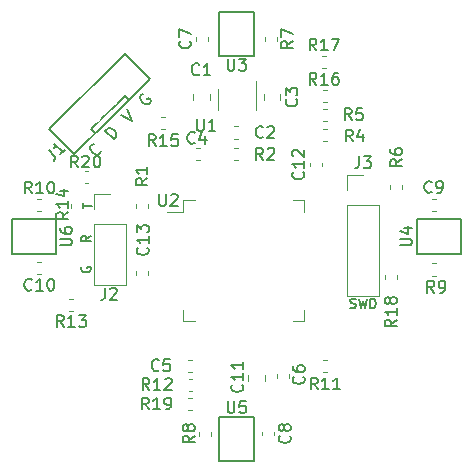
<source format=gto>
G04 #@! TF.GenerationSoftware,KiCad,Pcbnew,(5.1.2)-1*
G04 #@! TF.CreationDate,2021-01-06T23:16:40+09:00*
G04 #@! TF.ProjectId,ssl,73736c2e-6b69-4636-9164-5f7063625858,v1.3*
G04 #@! TF.SameCoordinates,Original*
G04 #@! TF.FileFunction,Legend,Top*
G04 #@! TF.FilePolarity,Positive*
%FSLAX46Y46*%
G04 Gerber Fmt 4.6, Leading zero omitted, Abs format (unit mm)*
G04 Created by KiCad (PCBNEW (5.1.2)-1) date 2021-01-06 23:16:40*
%MOMM*%
%LPD*%
G04 APERTURE LIST*
%ADD10C,0.150000*%
%ADD11C,0.120000*%
%ADD12C,0.100000*%
%ADD13C,0.402000*%
%ADD14C,0.977000*%
%ADD15C,1.077000*%
%ADD16C,2.302000*%
%ADD17R,0.624000X0.827000*%
%ADD18C,1.727000*%
%ADD19R,0.827000X0.624000*%
%ADD20R,0.752000X1.162000*%
%ADD21O,1.802000X1.802000*%
%ADD22R,1.802000X1.802000*%
%ADD23C,1.626000*%
%ADD24C,1.626000*%
G04 APERTURE END LIST*
D10*
X86961904Y-97628571D02*
X86961904Y-97171428D01*
X87761904Y-97400000D02*
X86961904Y-97400000D01*
X87661904Y-99952380D02*
X87280952Y-100219047D01*
X87661904Y-100409523D02*
X86861904Y-100409523D01*
X86861904Y-100104761D01*
X86900000Y-100028571D01*
X86938095Y-99990476D01*
X87014285Y-99952380D01*
X87128571Y-99952380D01*
X87204761Y-99990476D01*
X87242857Y-100028571D01*
X87280952Y-100104761D01*
X87280952Y-100409523D01*
X86900000Y-102590476D02*
X86861904Y-102666666D01*
X86861904Y-102780952D01*
X86900000Y-102895238D01*
X86976190Y-102971428D01*
X87052380Y-103009523D01*
X87204761Y-103047619D01*
X87319047Y-103047619D01*
X87471428Y-103009523D01*
X87547619Y-102971428D01*
X87623809Y-102895238D01*
X87661904Y-102780952D01*
X87661904Y-102704761D01*
X87623809Y-102590476D01*
X87585714Y-102552380D01*
X87319047Y-102552380D01*
X87319047Y-102704761D01*
X109614285Y-106023809D02*
X109728571Y-106061904D01*
X109919047Y-106061904D01*
X109995238Y-106023809D01*
X110033333Y-105985714D01*
X110071428Y-105909523D01*
X110071428Y-105833333D01*
X110033333Y-105757142D01*
X109995238Y-105719047D01*
X109919047Y-105680952D01*
X109766666Y-105642857D01*
X109690476Y-105604761D01*
X109652380Y-105566666D01*
X109614285Y-105490476D01*
X109614285Y-105414285D01*
X109652380Y-105338095D01*
X109690476Y-105300000D01*
X109766666Y-105261904D01*
X109957142Y-105261904D01*
X110071428Y-105300000D01*
X110338095Y-105261904D02*
X110528571Y-106061904D01*
X110680952Y-105490476D01*
X110833333Y-106061904D01*
X111023809Y-105261904D01*
X111328571Y-106061904D02*
X111328571Y-105261904D01*
X111519047Y-105261904D01*
X111633333Y-105300000D01*
X111709523Y-105376190D01*
X111747619Y-105452380D01*
X111785714Y-105604761D01*
X111785714Y-105719047D01*
X111747619Y-105871428D01*
X111709523Y-105947619D01*
X111633333Y-106023809D01*
X111519047Y-106061904D01*
X111328571Y-106061904D01*
D11*
X95490000Y-97890000D02*
X94150000Y-97890000D01*
X95490000Y-96940000D02*
X95490000Y-97890000D01*
X96440000Y-96940000D02*
X95490000Y-96940000D01*
X105710000Y-96940000D02*
X105710000Y-97890000D01*
X104760000Y-96940000D02*
X105710000Y-96940000D01*
X95490000Y-107160000D02*
X95490000Y-106210000D01*
X96440000Y-107160000D02*
X95490000Y-107160000D01*
X105710000Y-107160000D02*
X105710000Y-106210000D01*
X104760000Y-107160000D02*
X105710000Y-107160000D01*
X92510000Y-103262779D02*
X92510000Y-102937221D01*
X91490000Y-103262779D02*
X91490000Y-102937221D01*
X107210000Y-94075279D02*
X107210000Y-93749721D01*
X106190000Y-94075279D02*
X106190000Y-93749721D01*
X100990000Y-111703422D02*
X100990000Y-112220578D01*
X102410000Y-111703422D02*
X102410000Y-112220578D01*
D10*
X81000000Y-98500000D02*
X84750000Y-98500000D01*
X81000000Y-101500000D02*
X81000000Y-98500000D01*
X84750000Y-101500000D02*
X81000000Y-101500000D01*
X84750000Y-98500000D02*
X84750000Y-101500000D01*
X98500000Y-119000000D02*
X98500000Y-115250000D01*
X101500000Y-119000000D02*
X98500000Y-119000000D01*
X101500000Y-115250000D02*
X101500000Y-119000000D01*
X98500000Y-115250000D02*
X101500000Y-115250000D01*
X119000000Y-101500000D02*
X115250000Y-101500000D01*
X119000000Y-98500000D02*
X119000000Y-101500000D01*
X115250000Y-98500000D02*
X119000000Y-98500000D01*
X115250000Y-101500000D02*
X115250000Y-98500000D01*
X101500000Y-81000000D02*
X101500000Y-84750000D01*
X98500000Y-81000000D02*
X101500000Y-81000000D01*
X98500000Y-84750000D02*
X98500000Y-81000000D01*
X101500000Y-84750000D02*
X98500000Y-84750000D01*
D11*
X101610000Y-89300000D02*
X101610000Y-86850000D01*
X98390000Y-87500000D02*
X98390000Y-89300000D01*
X93962779Y-89890000D02*
X93637221Y-89890000D01*
X93962779Y-90910000D02*
X93637221Y-90910000D01*
X85990000Y-97237221D02*
X85990000Y-97562779D01*
X87010000Y-97237221D02*
X87010000Y-97562779D01*
X86175279Y-105290000D02*
X85849721Y-105290000D01*
X86175279Y-106310000D02*
X85849721Y-106310000D01*
X95937221Y-113110000D02*
X96262779Y-113110000D01*
X95937221Y-112090000D02*
X96262779Y-112090000D01*
X107325221Y-111510000D02*
X107650779Y-111510000D01*
X107325221Y-110490000D02*
X107650779Y-110490000D01*
X83462779Y-96790000D02*
X83137221Y-96790000D01*
X83462779Y-97810000D02*
X83137221Y-97810000D01*
X116537221Y-103310000D02*
X116862779Y-103310000D01*
X116537221Y-102290000D02*
X116862779Y-102290000D01*
X96790000Y-116537221D02*
X96790000Y-116862779D01*
X97810000Y-116537221D02*
X97810000Y-116862779D01*
X102390000Y-83137221D02*
X102390000Y-83462779D01*
X103410000Y-83137221D02*
X103410000Y-83462779D01*
X112990000Y-95637221D02*
X112990000Y-95962779D01*
X114010000Y-95637221D02*
X114010000Y-95962779D01*
X107325221Y-90210000D02*
X107650779Y-90210000D01*
X107325221Y-89190000D02*
X107650779Y-89190000D01*
X107325221Y-91910000D02*
X107650779Y-91910000D01*
X107325221Y-90890000D02*
X107650779Y-90890000D01*
X99824721Y-93510000D02*
X100150279Y-93510000D01*
X99824721Y-92490000D02*
X100150279Y-92490000D01*
X92510000Y-97575279D02*
X92510000Y-97249721D01*
X91490000Y-97575279D02*
X91490000Y-97249721D01*
X109370000Y-94770000D02*
X110700000Y-94770000D01*
X109370000Y-96100000D02*
X109370000Y-94770000D01*
X109370000Y-97370000D02*
X112030000Y-97370000D01*
X112030000Y-97370000D02*
X112030000Y-105050000D01*
X109370000Y-97370000D02*
X109370000Y-105050000D01*
X109370000Y-105050000D02*
X112030000Y-105050000D01*
X87970000Y-96370000D02*
X89300000Y-96370000D01*
X87970000Y-97700000D02*
X87970000Y-96370000D01*
X87970000Y-98970000D02*
X90630000Y-98970000D01*
X90630000Y-98970000D02*
X90630000Y-104110000D01*
X87970000Y-98970000D02*
X87970000Y-104110000D01*
X87970000Y-104110000D02*
X90630000Y-104110000D01*
D10*
X92635561Y-86685759D02*
X89453581Y-89867740D01*
X90514241Y-84564439D02*
X92635561Y-86685759D01*
X84150280Y-90928400D02*
X90514241Y-84564439D01*
X86271600Y-93049720D02*
X84150280Y-90928400D01*
X89453581Y-89867740D02*
X86271600Y-93049720D01*
X87685814Y-90928400D02*
X88039367Y-91281953D01*
X90514241Y-88099973D02*
X87685814Y-90928400D01*
X90867794Y-88453526D02*
X90514241Y-88099973D01*
D11*
X83462779Y-102190000D02*
X83137221Y-102190000D01*
X83462779Y-103210000D02*
X83137221Y-103210000D01*
X116525221Y-97810000D02*
X116850779Y-97810000D01*
X116525221Y-96790000D02*
X116850779Y-96790000D01*
X102190000Y-116525221D02*
X102190000Y-116850779D01*
X103210000Y-116525221D02*
X103210000Y-116850779D01*
X97610000Y-83462779D02*
X97610000Y-83137221D01*
X96590000Y-83462779D02*
X96590000Y-83137221D01*
X103390000Y-111625221D02*
X103390000Y-111950779D01*
X104410000Y-111625221D02*
X104410000Y-111950779D01*
X96250279Y-110440000D02*
X95924721Y-110440000D01*
X96250279Y-111460000D02*
X95924721Y-111460000D01*
X96549721Y-93510000D02*
X96875279Y-93510000D01*
X96549721Y-92490000D02*
X96875279Y-92490000D01*
X103710000Y-88458578D02*
X103710000Y-87941422D01*
X102290000Y-88458578D02*
X102290000Y-87941422D01*
X99824721Y-91710000D02*
X100150279Y-91710000D01*
X99824721Y-90690000D02*
X100150279Y-90690000D01*
X96290000Y-87941422D02*
X96290000Y-88458578D01*
X97710000Y-87941422D02*
X97710000Y-88458578D01*
X107650779Y-87590000D02*
X107325221Y-87590000D01*
X107650779Y-88610000D02*
X107325221Y-88610000D01*
X107574779Y-85710000D02*
X107249221Y-85710000D01*
X107574779Y-84690000D02*
X107249221Y-84690000D01*
X112590000Y-103249221D02*
X112590000Y-103574779D01*
X113610000Y-103249221D02*
X113610000Y-103574779D01*
X96250279Y-114710000D02*
X95924721Y-114710000D01*
X96250279Y-113690000D02*
X95924721Y-113690000D01*
X87137221Y-95510000D02*
X87462779Y-95510000D01*
X87137221Y-94490000D02*
X87462779Y-94490000D01*
D10*
X93438095Y-96402380D02*
X93438095Y-97211904D01*
X93485714Y-97307142D01*
X93533333Y-97354761D01*
X93628571Y-97402380D01*
X93819047Y-97402380D01*
X93914285Y-97354761D01*
X93961904Y-97307142D01*
X94009523Y-97211904D01*
X94009523Y-96402380D01*
X94438095Y-96497619D02*
X94485714Y-96450000D01*
X94580952Y-96402380D01*
X94819047Y-96402380D01*
X94914285Y-96450000D01*
X94961904Y-96497619D01*
X95009523Y-96592857D01*
X95009523Y-96688095D01*
X94961904Y-96830952D01*
X94390476Y-97402380D01*
X95009523Y-97402380D01*
X92457142Y-100942857D02*
X92504761Y-100990476D01*
X92552380Y-101133333D01*
X92552380Y-101228571D01*
X92504761Y-101371428D01*
X92409523Y-101466666D01*
X92314285Y-101514285D01*
X92123809Y-101561904D01*
X91980952Y-101561904D01*
X91790476Y-101514285D01*
X91695238Y-101466666D01*
X91600000Y-101371428D01*
X91552380Y-101228571D01*
X91552380Y-101133333D01*
X91600000Y-100990476D01*
X91647619Y-100942857D01*
X92552380Y-99990476D02*
X92552380Y-100561904D01*
X92552380Y-100276190D02*
X91552380Y-100276190D01*
X91695238Y-100371428D01*
X91790476Y-100466666D01*
X91838095Y-100561904D01*
X91552380Y-99657142D02*
X91552380Y-99038095D01*
X91933333Y-99371428D01*
X91933333Y-99228571D01*
X91980952Y-99133333D01*
X92028571Y-99085714D01*
X92123809Y-99038095D01*
X92361904Y-99038095D01*
X92457142Y-99085714D01*
X92504761Y-99133333D01*
X92552380Y-99228571D01*
X92552380Y-99514285D01*
X92504761Y-99609523D01*
X92457142Y-99657142D01*
X105627142Y-94555357D02*
X105674761Y-94602976D01*
X105722380Y-94745833D01*
X105722380Y-94841071D01*
X105674761Y-94983928D01*
X105579523Y-95079166D01*
X105484285Y-95126785D01*
X105293809Y-95174404D01*
X105150952Y-95174404D01*
X104960476Y-95126785D01*
X104865238Y-95079166D01*
X104770000Y-94983928D01*
X104722380Y-94841071D01*
X104722380Y-94745833D01*
X104770000Y-94602976D01*
X104817619Y-94555357D01*
X105722380Y-93602976D02*
X105722380Y-94174404D01*
X105722380Y-93888690D02*
X104722380Y-93888690D01*
X104865238Y-93983928D01*
X104960476Y-94079166D01*
X105008095Y-94174404D01*
X104817619Y-93222023D02*
X104770000Y-93174404D01*
X104722380Y-93079166D01*
X104722380Y-92841071D01*
X104770000Y-92745833D01*
X104817619Y-92698214D01*
X104912857Y-92650595D01*
X105008095Y-92650595D01*
X105150952Y-92698214D01*
X105722380Y-93269642D01*
X105722380Y-92650595D01*
X100457142Y-112542857D02*
X100504761Y-112590476D01*
X100552380Y-112733333D01*
X100552380Y-112828571D01*
X100504761Y-112971428D01*
X100409523Y-113066666D01*
X100314285Y-113114285D01*
X100123809Y-113161904D01*
X99980952Y-113161904D01*
X99790476Y-113114285D01*
X99695238Y-113066666D01*
X99600000Y-112971428D01*
X99552380Y-112828571D01*
X99552380Y-112733333D01*
X99600000Y-112590476D01*
X99647619Y-112542857D01*
X100552380Y-111590476D02*
X100552380Y-112161904D01*
X100552380Y-111876190D02*
X99552380Y-111876190D01*
X99695238Y-111971428D01*
X99790476Y-112066666D01*
X99838095Y-112161904D01*
X100552380Y-110638095D02*
X100552380Y-111209523D01*
X100552380Y-110923809D02*
X99552380Y-110923809D01*
X99695238Y-111019047D01*
X99790476Y-111114285D01*
X99838095Y-111209523D01*
X85052380Y-100761904D02*
X85861904Y-100761904D01*
X85957142Y-100714285D01*
X86004761Y-100666666D01*
X86052380Y-100571428D01*
X86052380Y-100380952D01*
X86004761Y-100285714D01*
X85957142Y-100238095D01*
X85861904Y-100190476D01*
X85052380Y-100190476D01*
X85052380Y-99285714D02*
X85052380Y-99476190D01*
X85100000Y-99571428D01*
X85147619Y-99619047D01*
X85290476Y-99714285D01*
X85480952Y-99761904D01*
X85861904Y-99761904D01*
X85957142Y-99714285D01*
X86004761Y-99666666D01*
X86052380Y-99571428D01*
X86052380Y-99380952D01*
X86004761Y-99285714D01*
X85957142Y-99238095D01*
X85861904Y-99190476D01*
X85623809Y-99190476D01*
X85528571Y-99238095D01*
X85480952Y-99285714D01*
X85433333Y-99380952D01*
X85433333Y-99571428D01*
X85480952Y-99666666D01*
X85528571Y-99714285D01*
X85623809Y-99761904D01*
X99238095Y-113952380D02*
X99238095Y-114761904D01*
X99285714Y-114857142D01*
X99333333Y-114904761D01*
X99428571Y-114952380D01*
X99619047Y-114952380D01*
X99714285Y-114904761D01*
X99761904Y-114857142D01*
X99809523Y-114761904D01*
X99809523Y-113952380D01*
X100761904Y-113952380D02*
X100285714Y-113952380D01*
X100238095Y-114428571D01*
X100285714Y-114380952D01*
X100380952Y-114333333D01*
X100619047Y-114333333D01*
X100714285Y-114380952D01*
X100761904Y-114428571D01*
X100809523Y-114523809D01*
X100809523Y-114761904D01*
X100761904Y-114857142D01*
X100714285Y-114904761D01*
X100619047Y-114952380D01*
X100380952Y-114952380D01*
X100285714Y-114904761D01*
X100238095Y-114857142D01*
X113852380Y-100761904D02*
X114661904Y-100761904D01*
X114757142Y-100714285D01*
X114804761Y-100666666D01*
X114852380Y-100571428D01*
X114852380Y-100380952D01*
X114804761Y-100285714D01*
X114757142Y-100238095D01*
X114661904Y-100190476D01*
X113852380Y-100190476D01*
X114185714Y-99285714D02*
X114852380Y-99285714D01*
X113804761Y-99523809D02*
X114519047Y-99761904D01*
X114519047Y-99142857D01*
X99238095Y-84952380D02*
X99238095Y-85761904D01*
X99285714Y-85857142D01*
X99333333Y-85904761D01*
X99428571Y-85952380D01*
X99619047Y-85952380D01*
X99714285Y-85904761D01*
X99761904Y-85857142D01*
X99809523Y-85761904D01*
X99809523Y-84952380D01*
X100190476Y-84952380D02*
X100809523Y-84952380D01*
X100476190Y-85333333D01*
X100619047Y-85333333D01*
X100714285Y-85380952D01*
X100761904Y-85428571D01*
X100809523Y-85523809D01*
X100809523Y-85761904D01*
X100761904Y-85857142D01*
X100714285Y-85904761D01*
X100619047Y-85952380D01*
X100333333Y-85952380D01*
X100238095Y-85904761D01*
X100190476Y-85857142D01*
X96638095Y-90052380D02*
X96638095Y-90861904D01*
X96685714Y-90957142D01*
X96733333Y-91004761D01*
X96828571Y-91052380D01*
X97019047Y-91052380D01*
X97114285Y-91004761D01*
X97161904Y-90957142D01*
X97209523Y-90861904D01*
X97209523Y-90052380D01*
X98209523Y-91052380D02*
X97638095Y-91052380D01*
X97923809Y-91052380D02*
X97923809Y-90052380D01*
X97828571Y-90195238D01*
X97733333Y-90290476D01*
X97638095Y-90338095D01*
X93144642Y-92352380D02*
X92811309Y-91876190D01*
X92573214Y-92352380D02*
X92573214Y-91352380D01*
X92954166Y-91352380D01*
X93049404Y-91400000D01*
X93097023Y-91447619D01*
X93144642Y-91542857D01*
X93144642Y-91685714D01*
X93097023Y-91780952D01*
X93049404Y-91828571D01*
X92954166Y-91876190D01*
X92573214Y-91876190D01*
X94097023Y-92352380D02*
X93525595Y-92352380D01*
X93811309Y-92352380D02*
X93811309Y-91352380D01*
X93716071Y-91495238D01*
X93620833Y-91590476D01*
X93525595Y-91638095D01*
X95001785Y-91352380D02*
X94525595Y-91352380D01*
X94477976Y-91828571D01*
X94525595Y-91780952D01*
X94620833Y-91733333D01*
X94858928Y-91733333D01*
X94954166Y-91780952D01*
X95001785Y-91828571D01*
X95049404Y-91923809D01*
X95049404Y-92161904D01*
X95001785Y-92257142D01*
X94954166Y-92304761D01*
X94858928Y-92352380D01*
X94620833Y-92352380D01*
X94525595Y-92304761D01*
X94477976Y-92257142D01*
X85752380Y-97942857D02*
X85276190Y-98276190D01*
X85752380Y-98514285D02*
X84752380Y-98514285D01*
X84752380Y-98133333D01*
X84800000Y-98038095D01*
X84847619Y-97990476D01*
X84942857Y-97942857D01*
X85085714Y-97942857D01*
X85180952Y-97990476D01*
X85228571Y-98038095D01*
X85276190Y-98133333D01*
X85276190Y-98514285D01*
X85752380Y-96990476D02*
X85752380Y-97561904D01*
X85752380Y-97276190D02*
X84752380Y-97276190D01*
X84895238Y-97371428D01*
X84990476Y-97466666D01*
X85038095Y-97561904D01*
X85085714Y-96133333D02*
X85752380Y-96133333D01*
X84704761Y-96371428D02*
X85419047Y-96609523D01*
X85419047Y-95990476D01*
X85357142Y-107652380D02*
X85023809Y-107176190D01*
X84785714Y-107652380D02*
X84785714Y-106652380D01*
X85166666Y-106652380D01*
X85261904Y-106700000D01*
X85309523Y-106747619D01*
X85357142Y-106842857D01*
X85357142Y-106985714D01*
X85309523Y-107080952D01*
X85261904Y-107128571D01*
X85166666Y-107176190D01*
X84785714Y-107176190D01*
X86309523Y-107652380D02*
X85738095Y-107652380D01*
X86023809Y-107652380D02*
X86023809Y-106652380D01*
X85928571Y-106795238D01*
X85833333Y-106890476D01*
X85738095Y-106938095D01*
X86642857Y-106652380D02*
X87261904Y-106652380D01*
X86928571Y-107033333D01*
X87071428Y-107033333D01*
X87166666Y-107080952D01*
X87214285Y-107128571D01*
X87261904Y-107223809D01*
X87261904Y-107461904D01*
X87214285Y-107557142D01*
X87166666Y-107604761D01*
X87071428Y-107652380D01*
X86785714Y-107652380D01*
X86690476Y-107604761D01*
X86642857Y-107557142D01*
X92607142Y-113002380D02*
X92273809Y-112526190D01*
X92035714Y-113002380D02*
X92035714Y-112002380D01*
X92416666Y-112002380D01*
X92511904Y-112050000D01*
X92559523Y-112097619D01*
X92607142Y-112192857D01*
X92607142Y-112335714D01*
X92559523Y-112430952D01*
X92511904Y-112478571D01*
X92416666Y-112526190D01*
X92035714Y-112526190D01*
X93559523Y-113002380D02*
X92988095Y-113002380D01*
X93273809Y-113002380D02*
X93273809Y-112002380D01*
X93178571Y-112145238D01*
X93083333Y-112240476D01*
X92988095Y-112288095D01*
X93940476Y-112097619D02*
X93988095Y-112050000D01*
X94083333Y-112002380D01*
X94321428Y-112002380D01*
X94416666Y-112050000D01*
X94464285Y-112097619D01*
X94511904Y-112192857D01*
X94511904Y-112288095D01*
X94464285Y-112430952D01*
X93892857Y-113002380D01*
X94511904Y-113002380D01*
X106857142Y-112952380D02*
X106523809Y-112476190D01*
X106285714Y-112952380D02*
X106285714Y-111952380D01*
X106666666Y-111952380D01*
X106761904Y-112000000D01*
X106809523Y-112047619D01*
X106857142Y-112142857D01*
X106857142Y-112285714D01*
X106809523Y-112380952D01*
X106761904Y-112428571D01*
X106666666Y-112476190D01*
X106285714Y-112476190D01*
X107809523Y-112952380D02*
X107238095Y-112952380D01*
X107523809Y-112952380D02*
X107523809Y-111952380D01*
X107428571Y-112095238D01*
X107333333Y-112190476D01*
X107238095Y-112238095D01*
X108761904Y-112952380D02*
X108190476Y-112952380D01*
X108476190Y-112952380D02*
X108476190Y-111952380D01*
X108380952Y-112095238D01*
X108285714Y-112190476D01*
X108190476Y-112238095D01*
X82657142Y-96352380D02*
X82323809Y-95876190D01*
X82085714Y-96352380D02*
X82085714Y-95352380D01*
X82466666Y-95352380D01*
X82561904Y-95400000D01*
X82609523Y-95447619D01*
X82657142Y-95542857D01*
X82657142Y-95685714D01*
X82609523Y-95780952D01*
X82561904Y-95828571D01*
X82466666Y-95876190D01*
X82085714Y-95876190D01*
X83609523Y-96352380D02*
X83038095Y-96352380D01*
X83323809Y-96352380D02*
X83323809Y-95352380D01*
X83228571Y-95495238D01*
X83133333Y-95590476D01*
X83038095Y-95638095D01*
X84228571Y-95352380D02*
X84323809Y-95352380D01*
X84419047Y-95400000D01*
X84466666Y-95447619D01*
X84514285Y-95542857D01*
X84561904Y-95733333D01*
X84561904Y-95971428D01*
X84514285Y-96161904D01*
X84466666Y-96257142D01*
X84419047Y-96304761D01*
X84323809Y-96352380D01*
X84228571Y-96352380D01*
X84133333Y-96304761D01*
X84085714Y-96257142D01*
X84038095Y-96161904D01*
X83990476Y-95971428D01*
X83990476Y-95733333D01*
X84038095Y-95542857D01*
X84085714Y-95447619D01*
X84133333Y-95400000D01*
X84228571Y-95352380D01*
X116733333Y-104752380D02*
X116400000Y-104276190D01*
X116161904Y-104752380D02*
X116161904Y-103752380D01*
X116542857Y-103752380D01*
X116638095Y-103800000D01*
X116685714Y-103847619D01*
X116733333Y-103942857D01*
X116733333Y-104085714D01*
X116685714Y-104180952D01*
X116638095Y-104228571D01*
X116542857Y-104276190D01*
X116161904Y-104276190D01*
X117209523Y-104752380D02*
X117400000Y-104752380D01*
X117495238Y-104704761D01*
X117542857Y-104657142D01*
X117638095Y-104514285D01*
X117685714Y-104323809D01*
X117685714Y-103942857D01*
X117638095Y-103847619D01*
X117590476Y-103800000D01*
X117495238Y-103752380D01*
X117304761Y-103752380D01*
X117209523Y-103800000D01*
X117161904Y-103847619D01*
X117114285Y-103942857D01*
X117114285Y-104180952D01*
X117161904Y-104276190D01*
X117209523Y-104323809D01*
X117304761Y-104371428D01*
X117495238Y-104371428D01*
X117590476Y-104323809D01*
X117638095Y-104276190D01*
X117685714Y-104180952D01*
X96452380Y-116866666D02*
X95976190Y-117200000D01*
X96452380Y-117438095D02*
X95452380Y-117438095D01*
X95452380Y-117057142D01*
X95500000Y-116961904D01*
X95547619Y-116914285D01*
X95642857Y-116866666D01*
X95785714Y-116866666D01*
X95880952Y-116914285D01*
X95928571Y-116961904D01*
X95976190Y-117057142D01*
X95976190Y-117438095D01*
X95880952Y-116295238D02*
X95833333Y-116390476D01*
X95785714Y-116438095D01*
X95690476Y-116485714D01*
X95642857Y-116485714D01*
X95547619Y-116438095D01*
X95500000Y-116390476D01*
X95452380Y-116295238D01*
X95452380Y-116104761D01*
X95500000Y-116009523D01*
X95547619Y-115961904D01*
X95642857Y-115914285D01*
X95690476Y-115914285D01*
X95785714Y-115961904D01*
X95833333Y-116009523D01*
X95880952Y-116104761D01*
X95880952Y-116295238D01*
X95928571Y-116390476D01*
X95976190Y-116438095D01*
X96071428Y-116485714D01*
X96261904Y-116485714D01*
X96357142Y-116438095D01*
X96404761Y-116390476D01*
X96452380Y-116295238D01*
X96452380Y-116104761D01*
X96404761Y-116009523D01*
X96357142Y-115961904D01*
X96261904Y-115914285D01*
X96071428Y-115914285D01*
X95976190Y-115961904D01*
X95928571Y-116009523D01*
X95880952Y-116104761D01*
X104782380Y-83466666D02*
X104306190Y-83800000D01*
X104782380Y-84038095D02*
X103782380Y-84038095D01*
X103782380Y-83657142D01*
X103830000Y-83561904D01*
X103877619Y-83514285D01*
X103972857Y-83466666D01*
X104115714Y-83466666D01*
X104210952Y-83514285D01*
X104258571Y-83561904D01*
X104306190Y-83657142D01*
X104306190Y-84038095D01*
X103782380Y-83133333D02*
X103782380Y-82466666D01*
X104782380Y-82895238D01*
X114002380Y-93479166D02*
X113526190Y-93812500D01*
X114002380Y-94050595D02*
X113002380Y-94050595D01*
X113002380Y-93669642D01*
X113050000Y-93574404D01*
X113097619Y-93526785D01*
X113192857Y-93479166D01*
X113335714Y-93479166D01*
X113430952Y-93526785D01*
X113478571Y-93574404D01*
X113526190Y-93669642D01*
X113526190Y-94050595D01*
X113002380Y-92622023D02*
X113002380Y-92812500D01*
X113050000Y-92907738D01*
X113097619Y-92955357D01*
X113240476Y-93050595D01*
X113430952Y-93098214D01*
X113811904Y-93098214D01*
X113907142Y-93050595D01*
X113954761Y-93002976D01*
X114002380Y-92907738D01*
X114002380Y-92717261D01*
X113954761Y-92622023D01*
X113907142Y-92574404D01*
X113811904Y-92526785D01*
X113573809Y-92526785D01*
X113478571Y-92574404D01*
X113430952Y-92622023D01*
X113383333Y-92717261D01*
X113383333Y-92907738D01*
X113430952Y-93002976D01*
X113478571Y-93050595D01*
X113573809Y-93098214D01*
X109733833Y-90152380D02*
X109400500Y-89676190D01*
X109162404Y-90152380D02*
X109162404Y-89152380D01*
X109543357Y-89152380D01*
X109638595Y-89200000D01*
X109686214Y-89247619D01*
X109733833Y-89342857D01*
X109733833Y-89485714D01*
X109686214Y-89580952D01*
X109638595Y-89628571D01*
X109543357Y-89676190D01*
X109162404Y-89676190D01*
X110638595Y-89152380D02*
X110162404Y-89152380D01*
X110114785Y-89628571D01*
X110162404Y-89580952D01*
X110257642Y-89533333D01*
X110495738Y-89533333D01*
X110590976Y-89580952D01*
X110638595Y-89628571D01*
X110686214Y-89723809D01*
X110686214Y-89961904D01*
X110638595Y-90057142D01*
X110590976Y-90104761D01*
X110495738Y-90152380D01*
X110257642Y-90152380D01*
X110162404Y-90104761D01*
X110114785Y-90057142D01*
X109821333Y-91952380D02*
X109488000Y-91476190D01*
X109249904Y-91952380D02*
X109249904Y-90952380D01*
X109630857Y-90952380D01*
X109726095Y-91000000D01*
X109773714Y-91047619D01*
X109821333Y-91142857D01*
X109821333Y-91285714D01*
X109773714Y-91380952D01*
X109726095Y-91428571D01*
X109630857Y-91476190D01*
X109249904Y-91476190D01*
X110678476Y-91285714D02*
X110678476Y-91952380D01*
X110440380Y-90904761D02*
X110202285Y-91619047D01*
X110821333Y-91619047D01*
X102240333Y-93502380D02*
X101907000Y-93026190D01*
X101668904Y-93502380D02*
X101668904Y-92502380D01*
X102049857Y-92502380D01*
X102145095Y-92550000D01*
X102192714Y-92597619D01*
X102240333Y-92692857D01*
X102240333Y-92835714D01*
X102192714Y-92930952D01*
X102145095Y-92978571D01*
X102049857Y-93026190D01*
X101668904Y-93026190D01*
X102621285Y-92597619D02*
X102668904Y-92550000D01*
X102764142Y-92502380D01*
X103002238Y-92502380D01*
X103097476Y-92550000D01*
X103145095Y-92597619D01*
X103192714Y-92692857D01*
X103192714Y-92788095D01*
X103145095Y-92930952D01*
X102573666Y-93502380D01*
X103192714Y-93502380D01*
X92452380Y-95079166D02*
X91976190Y-95412500D01*
X92452380Y-95650595D02*
X91452380Y-95650595D01*
X91452380Y-95269642D01*
X91500000Y-95174404D01*
X91547619Y-95126785D01*
X91642857Y-95079166D01*
X91785714Y-95079166D01*
X91880952Y-95126785D01*
X91928571Y-95174404D01*
X91976190Y-95269642D01*
X91976190Y-95650595D01*
X92452380Y-94126785D02*
X92452380Y-94698214D01*
X92452380Y-94412500D02*
X91452380Y-94412500D01*
X91595238Y-94507738D01*
X91690476Y-94602976D01*
X91738095Y-94698214D01*
X110366666Y-93222380D02*
X110366666Y-93936666D01*
X110319047Y-94079523D01*
X110223809Y-94174761D01*
X110080952Y-94222380D01*
X109985714Y-94222380D01*
X110747619Y-93222380D02*
X111366666Y-93222380D01*
X111033333Y-93603333D01*
X111176190Y-93603333D01*
X111271428Y-93650952D01*
X111319047Y-93698571D01*
X111366666Y-93793809D01*
X111366666Y-94031904D01*
X111319047Y-94127142D01*
X111271428Y-94174761D01*
X111176190Y-94222380D01*
X110890476Y-94222380D01*
X110795238Y-94174761D01*
X110747619Y-94127142D01*
X88866666Y-104352380D02*
X88866666Y-105066666D01*
X88819047Y-105209523D01*
X88723809Y-105304761D01*
X88580952Y-105352380D01*
X88485714Y-105352380D01*
X89295238Y-104447619D02*
X89342857Y-104400000D01*
X89438095Y-104352380D01*
X89676190Y-104352380D01*
X89771428Y-104400000D01*
X89819047Y-104447619D01*
X89866666Y-104542857D01*
X89866666Y-104638095D01*
X89819047Y-104780952D01*
X89247619Y-105352380D01*
X89866666Y-105352380D01*
X84077099Y-92648450D02*
X84582175Y-93153526D01*
X84649519Y-93288213D01*
X84649519Y-93422900D01*
X84582175Y-93557587D01*
X84514832Y-93624930D01*
X85491313Y-92648450D02*
X85087252Y-93052511D01*
X85289282Y-92850480D02*
X84582175Y-92143373D01*
X84615847Y-92311732D01*
X84615847Y-92446419D01*
X84582175Y-92547434D01*
X92113649Y-87914777D02*
X92012633Y-87948449D01*
X91911618Y-88049464D01*
X91844275Y-88184151D01*
X91844275Y-88318838D01*
X91877946Y-88419854D01*
X91978962Y-88588213D01*
X92079977Y-88689228D01*
X92248336Y-88790243D01*
X92349351Y-88823915D01*
X92484038Y-88823915D01*
X92618725Y-88756571D01*
X92686069Y-88689228D01*
X92753412Y-88554541D01*
X92753412Y-88487197D01*
X92517710Y-88251495D01*
X92383023Y-88386182D01*
X90244866Y-89716217D02*
X91187675Y-90187621D01*
X90716271Y-89244812D01*
X89588268Y-91787029D02*
X88881161Y-91079922D01*
X89049519Y-90911563D01*
X89184206Y-90844220D01*
X89318893Y-90844220D01*
X89419909Y-90877891D01*
X89588268Y-90978907D01*
X89689283Y-91079922D01*
X89790298Y-91248281D01*
X89823970Y-91349296D01*
X89823970Y-91483983D01*
X89756626Y-91618670D01*
X89588268Y-91787029D01*
X88510771Y-92729838D02*
X88510771Y-92797182D01*
X88443428Y-92931869D01*
X88376084Y-92999212D01*
X88241397Y-93066556D01*
X88106710Y-93066556D01*
X88005695Y-93032884D01*
X87837336Y-92931869D01*
X87736321Y-92830854D01*
X87635305Y-92662495D01*
X87601634Y-92561479D01*
X87601634Y-92426792D01*
X87668977Y-92292105D01*
X87736321Y-92224762D01*
X87871008Y-92157418D01*
X87938351Y-92157418D01*
X82657142Y-104487142D02*
X82609523Y-104534761D01*
X82466666Y-104582380D01*
X82371428Y-104582380D01*
X82228571Y-104534761D01*
X82133333Y-104439523D01*
X82085714Y-104344285D01*
X82038095Y-104153809D01*
X82038095Y-104010952D01*
X82085714Y-103820476D01*
X82133333Y-103725238D01*
X82228571Y-103630000D01*
X82371428Y-103582380D01*
X82466666Y-103582380D01*
X82609523Y-103630000D01*
X82657142Y-103677619D01*
X83609523Y-104582380D02*
X83038095Y-104582380D01*
X83323809Y-104582380D02*
X83323809Y-103582380D01*
X83228571Y-103725238D01*
X83133333Y-103820476D01*
X83038095Y-103868095D01*
X84228571Y-103582380D02*
X84323809Y-103582380D01*
X84419047Y-103630000D01*
X84466666Y-103677619D01*
X84514285Y-103772857D01*
X84561904Y-103963333D01*
X84561904Y-104201428D01*
X84514285Y-104391904D01*
X84466666Y-104487142D01*
X84419047Y-104534761D01*
X84323809Y-104582380D01*
X84228571Y-104582380D01*
X84133333Y-104534761D01*
X84085714Y-104487142D01*
X84038095Y-104391904D01*
X83990476Y-104201428D01*
X83990476Y-103963333D01*
X84038095Y-103772857D01*
X84085714Y-103677619D01*
X84133333Y-103630000D01*
X84228571Y-103582380D01*
X116521333Y-96227142D02*
X116473714Y-96274761D01*
X116330857Y-96322380D01*
X116235619Y-96322380D01*
X116092761Y-96274761D01*
X115997523Y-96179523D01*
X115949904Y-96084285D01*
X115902285Y-95893809D01*
X115902285Y-95750952D01*
X115949904Y-95560476D01*
X115997523Y-95465238D01*
X116092761Y-95370000D01*
X116235619Y-95322380D01*
X116330857Y-95322380D01*
X116473714Y-95370000D01*
X116521333Y-95417619D01*
X116997523Y-96322380D02*
X117188000Y-96322380D01*
X117283238Y-96274761D01*
X117330857Y-96227142D01*
X117426095Y-96084285D01*
X117473714Y-95893809D01*
X117473714Y-95512857D01*
X117426095Y-95417619D01*
X117378476Y-95370000D01*
X117283238Y-95322380D01*
X117092761Y-95322380D01*
X116997523Y-95370000D01*
X116949904Y-95417619D01*
X116902285Y-95512857D01*
X116902285Y-95750952D01*
X116949904Y-95846190D01*
X116997523Y-95893809D01*
X117092761Y-95941428D01*
X117283238Y-95941428D01*
X117378476Y-95893809D01*
X117426095Y-95846190D01*
X117473714Y-95750952D01*
X104487142Y-116854666D02*
X104534761Y-116902285D01*
X104582380Y-117045142D01*
X104582380Y-117140380D01*
X104534761Y-117283238D01*
X104439523Y-117378476D01*
X104344285Y-117426095D01*
X104153809Y-117473714D01*
X104010952Y-117473714D01*
X103820476Y-117426095D01*
X103725238Y-117378476D01*
X103630000Y-117283238D01*
X103582380Y-117140380D01*
X103582380Y-117045142D01*
X103630000Y-116902285D01*
X103677619Y-116854666D01*
X104010952Y-116283238D02*
X103963333Y-116378476D01*
X103915714Y-116426095D01*
X103820476Y-116473714D01*
X103772857Y-116473714D01*
X103677619Y-116426095D01*
X103630000Y-116378476D01*
X103582380Y-116283238D01*
X103582380Y-116092761D01*
X103630000Y-115997523D01*
X103677619Y-115949904D01*
X103772857Y-115902285D01*
X103820476Y-115902285D01*
X103915714Y-115949904D01*
X103963333Y-115997523D01*
X104010952Y-116092761D01*
X104010952Y-116283238D01*
X104058571Y-116378476D01*
X104106190Y-116426095D01*
X104201428Y-116473714D01*
X104391904Y-116473714D01*
X104487142Y-116426095D01*
X104534761Y-116378476D01*
X104582380Y-116283238D01*
X104582380Y-116092761D01*
X104534761Y-115997523D01*
X104487142Y-115949904D01*
X104391904Y-115902285D01*
X104201428Y-115902285D01*
X104106190Y-115949904D01*
X104058571Y-115997523D01*
X104010952Y-116092761D01*
X96027142Y-83466666D02*
X96074761Y-83514285D01*
X96122380Y-83657142D01*
X96122380Y-83752380D01*
X96074761Y-83895238D01*
X95979523Y-83990476D01*
X95884285Y-84038095D01*
X95693809Y-84085714D01*
X95550952Y-84085714D01*
X95360476Y-84038095D01*
X95265238Y-83990476D01*
X95170000Y-83895238D01*
X95122380Y-83752380D01*
X95122380Y-83657142D01*
X95170000Y-83514285D01*
X95217619Y-83466666D01*
X95122380Y-83133333D02*
X95122380Y-82466666D01*
X96122380Y-82895238D01*
X105657142Y-111867166D02*
X105704761Y-111914785D01*
X105752380Y-112057642D01*
X105752380Y-112152880D01*
X105704761Y-112295738D01*
X105609523Y-112390976D01*
X105514285Y-112438595D01*
X105323809Y-112486214D01*
X105180952Y-112486214D01*
X104990476Y-112438595D01*
X104895238Y-112390976D01*
X104800000Y-112295738D01*
X104752380Y-112152880D01*
X104752380Y-112057642D01*
X104800000Y-111914785D01*
X104847619Y-111867166D01*
X104752380Y-111010023D02*
X104752380Y-111200500D01*
X104800000Y-111295738D01*
X104847619Y-111343357D01*
X104990476Y-111438595D01*
X105180952Y-111486214D01*
X105561904Y-111486214D01*
X105657142Y-111438595D01*
X105704761Y-111390976D01*
X105752380Y-111295738D01*
X105752380Y-111105261D01*
X105704761Y-111010023D01*
X105657142Y-110962404D01*
X105561904Y-110914785D01*
X105323809Y-110914785D01*
X105228571Y-110962404D01*
X105180952Y-111010023D01*
X105133333Y-111105261D01*
X105133333Y-111295738D01*
X105180952Y-111390976D01*
X105228571Y-111438595D01*
X105323809Y-111486214D01*
X93420833Y-111307142D02*
X93373214Y-111354761D01*
X93230357Y-111402380D01*
X93135119Y-111402380D01*
X92992261Y-111354761D01*
X92897023Y-111259523D01*
X92849404Y-111164285D01*
X92801785Y-110973809D01*
X92801785Y-110830952D01*
X92849404Y-110640476D01*
X92897023Y-110545238D01*
X92992261Y-110450000D01*
X93135119Y-110402380D01*
X93230357Y-110402380D01*
X93373214Y-110450000D01*
X93420833Y-110497619D01*
X94325595Y-110402380D02*
X93849404Y-110402380D01*
X93801785Y-110878571D01*
X93849404Y-110830952D01*
X93944642Y-110783333D01*
X94182738Y-110783333D01*
X94277976Y-110830952D01*
X94325595Y-110878571D01*
X94373214Y-110973809D01*
X94373214Y-111211904D01*
X94325595Y-111307142D01*
X94277976Y-111354761D01*
X94182738Y-111402380D01*
X93944642Y-111402380D01*
X93849404Y-111354761D01*
X93801785Y-111307142D01*
X96458333Y-92057142D02*
X96410714Y-92104761D01*
X96267857Y-92152380D01*
X96172619Y-92152380D01*
X96029761Y-92104761D01*
X95934523Y-92009523D01*
X95886904Y-91914285D01*
X95839285Y-91723809D01*
X95839285Y-91580952D01*
X95886904Y-91390476D01*
X95934523Y-91295238D01*
X96029761Y-91200000D01*
X96172619Y-91152380D01*
X96267857Y-91152380D01*
X96410714Y-91200000D01*
X96458333Y-91247619D01*
X97315476Y-91485714D02*
X97315476Y-92152380D01*
X97077380Y-91104761D02*
X96839285Y-91819047D01*
X97458333Y-91819047D01*
X105057142Y-88366666D02*
X105104761Y-88414285D01*
X105152380Y-88557142D01*
X105152380Y-88652380D01*
X105104761Y-88795238D01*
X105009523Y-88890476D01*
X104914285Y-88938095D01*
X104723809Y-88985714D01*
X104580952Y-88985714D01*
X104390476Y-88938095D01*
X104295238Y-88890476D01*
X104200000Y-88795238D01*
X104152380Y-88652380D01*
X104152380Y-88557142D01*
X104200000Y-88414285D01*
X104247619Y-88366666D01*
X104152380Y-88033333D02*
X104152380Y-87414285D01*
X104533333Y-87747619D01*
X104533333Y-87604761D01*
X104580952Y-87509523D01*
X104628571Y-87461904D01*
X104723809Y-87414285D01*
X104961904Y-87414285D01*
X105057142Y-87461904D01*
X105104761Y-87509523D01*
X105152380Y-87604761D01*
X105152380Y-87890476D01*
X105104761Y-87985714D01*
X105057142Y-88033333D01*
X102233333Y-91557142D02*
X102185714Y-91604761D01*
X102042857Y-91652380D01*
X101947619Y-91652380D01*
X101804761Y-91604761D01*
X101709523Y-91509523D01*
X101661904Y-91414285D01*
X101614285Y-91223809D01*
X101614285Y-91080952D01*
X101661904Y-90890476D01*
X101709523Y-90795238D01*
X101804761Y-90700000D01*
X101947619Y-90652380D01*
X102042857Y-90652380D01*
X102185714Y-90700000D01*
X102233333Y-90747619D01*
X102614285Y-90747619D02*
X102661904Y-90700000D01*
X102757142Y-90652380D01*
X102995238Y-90652380D01*
X103090476Y-90700000D01*
X103138095Y-90747619D01*
X103185714Y-90842857D01*
X103185714Y-90938095D01*
X103138095Y-91080952D01*
X102566666Y-91652380D01*
X103185714Y-91652380D01*
X96833333Y-86257142D02*
X96785714Y-86304761D01*
X96642857Y-86352380D01*
X96547619Y-86352380D01*
X96404761Y-86304761D01*
X96309523Y-86209523D01*
X96261904Y-86114285D01*
X96214285Y-85923809D01*
X96214285Y-85780952D01*
X96261904Y-85590476D01*
X96309523Y-85495238D01*
X96404761Y-85400000D01*
X96547619Y-85352380D01*
X96642857Y-85352380D01*
X96785714Y-85400000D01*
X96833333Y-85447619D01*
X97785714Y-86352380D02*
X97214285Y-86352380D01*
X97500000Y-86352380D02*
X97500000Y-85352380D01*
X97404761Y-85495238D01*
X97309523Y-85590476D01*
X97214285Y-85638095D01*
X106757642Y-87152380D02*
X106424309Y-86676190D01*
X106186214Y-87152380D02*
X106186214Y-86152380D01*
X106567166Y-86152380D01*
X106662404Y-86200000D01*
X106710023Y-86247619D01*
X106757642Y-86342857D01*
X106757642Y-86485714D01*
X106710023Y-86580952D01*
X106662404Y-86628571D01*
X106567166Y-86676190D01*
X106186214Y-86676190D01*
X107710023Y-87152380D02*
X107138595Y-87152380D01*
X107424309Y-87152380D02*
X107424309Y-86152380D01*
X107329071Y-86295238D01*
X107233833Y-86390476D01*
X107138595Y-86438095D01*
X108567166Y-86152380D02*
X108376690Y-86152380D01*
X108281452Y-86200000D01*
X108233833Y-86247619D01*
X108138595Y-86390476D01*
X108090976Y-86580952D01*
X108090976Y-86961904D01*
X108138595Y-87057142D01*
X108186214Y-87104761D01*
X108281452Y-87152380D01*
X108471928Y-87152380D01*
X108567166Y-87104761D01*
X108614785Y-87057142D01*
X108662404Y-86961904D01*
X108662404Y-86723809D01*
X108614785Y-86628571D01*
X108567166Y-86580952D01*
X108471928Y-86533333D01*
X108281452Y-86533333D01*
X108186214Y-86580952D01*
X108138595Y-86628571D01*
X108090976Y-86723809D01*
X106756642Y-84252380D02*
X106423309Y-83776190D01*
X106185214Y-84252380D02*
X106185214Y-83252380D01*
X106566166Y-83252380D01*
X106661404Y-83300000D01*
X106709023Y-83347619D01*
X106756642Y-83442857D01*
X106756642Y-83585714D01*
X106709023Y-83680952D01*
X106661404Y-83728571D01*
X106566166Y-83776190D01*
X106185214Y-83776190D01*
X107709023Y-84252380D02*
X107137595Y-84252380D01*
X107423309Y-84252380D02*
X107423309Y-83252380D01*
X107328071Y-83395238D01*
X107232833Y-83490476D01*
X107137595Y-83538095D01*
X108042357Y-83252380D02*
X108709023Y-83252380D01*
X108280452Y-84252380D01*
X113552380Y-107042357D02*
X113076190Y-107375690D01*
X113552380Y-107613785D02*
X112552380Y-107613785D01*
X112552380Y-107232833D01*
X112600000Y-107137595D01*
X112647619Y-107089976D01*
X112742857Y-107042357D01*
X112885714Y-107042357D01*
X112980952Y-107089976D01*
X113028571Y-107137595D01*
X113076190Y-107232833D01*
X113076190Y-107613785D01*
X113552380Y-106089976D02*
X113552380Y-106661404D01*
X113552380Y-106375690D02*
X112552380Y-106375690D01*
X112695238Y-106470928D01*
X112790476Y-106566166D01*
X112838095Y-106661404D01*
X112980952Y-105518547D02*
X112933333Y-105613785D01*
X112885714Y-105661404D01*
X112790476Y-105709023D01*
X112742857Y-105709023D01*
X112647619Y-105661404D01*
X112600000Y-105613785D01*
X112552380Y-105518547D01*
X112552380Y-105328071D01*
X112600000Y-105232833D01*
X112647619Y-105185214D01*
X112742857Y-105137595D01*
X112790476Y-105137595D01*
X112885714Y-105185214D01*
X112933333Y-105232833D01*
X112980952Y-105328071D01*
X112980952Y-105518547D01*
X113028571Y-105613785D01*
X113076190Y-105661404D01*
X113171428Y-105709023D01*
X113361904Y-105709023D01*
X113457142Y-105661404D01*
X113504761Y-105613785D01*
X113552380Y-105518547D01*
X113552380Y-105328071D01*
X113504761Y-105232833D01*
X113457142Y-105185214D01*
X113361904Y-105137595D01*
X113171428Y-105137595D01*
X113076190Y-105185214D01*
X113028571Y-105232833D01*
X112980952Y-105328071D01*
X92557142Y-114652380D02*
X92223809Y-114176190D01*
X91985714Y-114652380D02*
X91985714Y-113652380D01*
X92366666Y-113652380D01*
X92461904Y-113700000D01*
X92509523Y-113747619D01*
X92557142Y-113842857D01*
X92557142Y-113985714D01*
X92509523Y-114080952D01*
X92461904Y-114128571D01*
X92366666Y-114176190D01*
X91985714Y-114176190D01*
X93509523Y-114652380D02*
X92938095Y-114652380D01*
X93223809Y-114652380D02*
X93223809Y-113652380D01*
X93128571Y-113795238D01*
X93033333Y-113890476D01*
X92938095Y-113938095D01*
X93985714Y-114652380D02*
X94176190Y-114652380D01*
X94271428Y-114604761D01*
X94319047Y-114557142D01*
X94414285Y-114414285D01*
X94461904Y-114223809D01*
X94461904Y-113842857D01*
X94414285Y-113747619D01*
X94366666Y-113700000D01*
X94271428Y-113652380D01*
X94080952Y-113652380D01*
X93985714Y-113700000D01*
X93938095Y-113747619D01*
X93890476Y-113842857D01*
X93890476Y-114080952D01*
X93938095Y-114176190D01*
X93985714Y-114223809D01*
X94080952Y-114271428D01*
X94271428Y-114271428D01*
X94366666Y-114223809D01*
X94414285Y-114176190D01*
X94461904Y-114080952D01*
X86557142Y-94152380D02*
X86223809Y-93676190D01*
X85985714Y-94152380D02*
X85985714Y-93152380D01*
X86366666Y-93152380D01*
X86461904Y-93200000D01*
X86509523Y-93247619D01*
X86557142Y-93342857D01*
X86557142Y-93485714D01*
X86509523Y-93580952D01*
X86461904Y-93628571D01*
X86366666Y-93676190D01*
X85985714Y-93676190D01*
X86938095Y-93247619D02*
X86985714Y-93200000D01*
X87080952Y-93152380D01*
X87319047Y-93152380D01*
X87414285Y-93200000D01*
X87461904Y-93247619D01*
X87509523Y-93342857D01*
X87509523Y-93438095D01*
X87461904Y-93580952D01*
X86890476Y-94152380D01*
X87509523Y-94152380D01*
X88128571Y-93152380D02*
X88223809Y-93152380D01*
X88319047Y-93200000D01*
X88366666Y-93247619D01*
X88414285Y-93342857D01*
X88461904Y-93533333D01*
X88461904Y-93771428D01*
X88414285Y-93961904D01*
X88366666Y-94057142D01*
X88319047Y-94104761D01*
X88223809Y-94152380D01*
X88128571Y-94152380D01*
X88033333Y-94104761D01*
X87985714Y-94057142D01*
X87938095Y-93961904D01*
X87890476Y-93771428D01*
X87890476Y-93533333D01*
X87938095Y-93342857D01*
X87985714Y-93247619D01*
X88033333Y-93200000D01*
X88128571Y-93152380D01*
%LPC*%
D12*
G36*
X96960351Y-95549484D02*
G01*
X96970107Y-95550931D01*
X96979674Y-95553327D01*
X96988960Y-95556650D01*
X96997875Y-95560867D01*
X97006335Y-95565937D01*
X97014257Y-95571812D01*
X97021564Y-95578436D01*
X97028188Y-95585743D01*
X97034063Y-95593665D01*
X97039133Y-95602125D01*
X97043350Y-95611040D01*
X97046673Y-95620326D01*
X97049069Y-95629893D01*
X97050516Y-95639649D01*
X97051000Y-95649500D01*
X97051000Y-97100500D01*
X97050516Y-97110351D01*
X97049069Y-97120107D01*
X97046673Y-97129674D01*
X97043350Y-97138960D01*
X97039133Y-97147875D01*
X97034063Y-97156335D01*
X97028188Y-97164257D01*
X97021564Y-97171564D01*
X97014257Y-97178188D01*
X97006335Y-97184063D01*
X96997875Y-97189133D01*
X96988960Y-97193350D01*
X96979674Y-97196673D01*
X96970107Y-97199069D01*
X96960351Y-97200516D01*
X96950500Y-97201000D01*
X96749500Y-97201000D01*
X96739649Y-97200516D01*
X96729893Y-97199069D01*
X96720326Y-97196673D01*
X96711040Y-97193350D01*
X96702125Y-97189133D01*
X96693665Y-97184063D01*
X96685743Y-97178188D01*
X96678436Y-97171564D01*
X96671812Y-97164257D01*
X96665937Y-97156335D01*
X96660867Y-97147875D01*
X96656650Y-97138960D01*
X96653327Y-97129674D01*
X96650931Y-97120107D01*
X96649484Y-97110351D01*
X96649000Y-97100500D01*
X96649000Y-95649500D01*
X96649484Y-95639649D01*
X96650931Y-95629893D01*
X96653327Y-95620326D01*
X96656650Y-95611040D01*
X96660867Y-95602125D01*
X96665937Y-95593665D01*
X96671812Y-95585743D01*
X96678436Y-95578436D01*
X96685743Y-95571812D01*
X96693665Y-95565937D01*
X96702125Y-95560867D01*
X96711040Y-95556650D01*
X96720326Y-95553327D01*
X96729893Y-95550931D01*
X96739649Y-95549484D01*
X96749500Y-95549000D01*
X96950500Y-95549000D01*
X96960351Y-95549484D01*
X96960351Y-95549484D01*
G37*
D13*
X96850000Y-96375000D03*
D12*
G36*
X97460351Y-95549484D02*
G01*
X97470107Y-95550931D01*
X97479674Y-95553327D01*
X97488960Y-95556650D01*
X97497875Y-95560867D01*
X97506335Y-95565937D01*
X97514257Y-95571812D01*
X97521564Y-95578436D01*
X97528188Y-95585743D01*
X97534063Y-95593665D01*
X97539133Y-95602125D01*
X97543350Y-95611040D01*
X97546673Y-95620326D01*
X97549069Y-95629893D01*
X97550516Y-95639649D01*
X97551000Y-95649500D01*
X97551000Y-97100500D01*
X97550516Y-97110351D01*
X97549069Y-97120107D01*
X97546673Y-97129674D01*
X97543350Y-97138960D01*
X97539133Y-97147875D01*
X97534063Y-97156335D01*
X97528188Y-97164257D01*
X97521564Y-97171564D01*
X97514257Y-97178188D01*
X97506335Y-97184063D01*
X97497875Y-97189133D01*
X97488960Y-97193350D01*
X97479674Y-97196673D01*
X97470107Y-97199069D01*
X97460351Y-97200516D01*
X97450500Y-97201000D01*
X97249500Y-97201000D01*
X97239649Y-97200516D01*
X97229893Y-97199069D01*
X97220326Y-97196673D01*
X97211040Y-97193350D01*
X97202125Y-97189133D01*
X97193665Y-97184063D01*
X97185743Y-97178188D01*
X97178436Y-97171564D01*
X97171812Y-97164257D01*
X97165937Y-97156335D01*
X97160867Y-97147875D01*
X97156650Y-97138960D01*
X97153327Y-97129674D01*
X97150931Y-97120107D01*
X97149484Y-97110351D01*
X97149000Y-97100500D01*
X97149000Y-95649500D01*
X97149484Y-95639649D01*
X97150931Y-95629893D01*
X97153327Y-95620326D01*
X97156650Y-95611040D01*
X97160867Y-95602125D01*
X97165937Y-95593665D01*
X97171812Y-95585743D01*
X97178436Y-95578436D01*
X97185743Y-95571812D01*
X97193665Y-95565937D01*
X97202125Y-95560867D01*
X97211040Y-95556650D01*
X97220326Y-95553327D01*
X97229893Y-95550931D01*
X97239649Y-95549484D01*
X97249500Y-95549000D01*
X97450500Y-95549000D01*
X97460351Y-95549484D01*
X97460351Y-95549484D01*
G37*
D13*
X97350000Y-96375000D03*
D12*
G36*
X97960351Y-95549484D02*
G01*
X97970107Y-95550931D01*
X97979674Y-95553327D01*
X97988960Y-95556650D01*
X97997875Y-95560867D01*
X98006335Y-95565937D01*
X98014257Y-95571812D01*
X98021564Y-95578436D01*
X98028188Y-95585743D01*
X98034063Y-95593665D01*
X98039133Y-95602125D01*
X98043350Y-95611040D01*
X98046673Y-95620326D01*
X98049069Y-95629893D01*
X98050516Y-95639649D01*
X98051000Y-95649500D01*
X98051000Y-97100500D01*
X98050516Y-97110351D01*
X98049069Y-97120107D01*
X98046673Y-97129674D01*
X98043350Y-97138960D01*
X98039133Y-97147875D01*
X98034063Y-97156335D01*
X98028188Y-97164257D01*
X98021564Y-97171564D01*
X98014257Y-97178188D01*
X98006335Y-97184063D01*
X97997875Y-97189133D01*
X97988960Y-97193350D01*
X97979674Y-97196673D01*
X97970107Y-97199069D01*
X97960351Y-97200516D01*
X97950500Y-97201000D01*
X97749500Y-97201000D01*
X97739649Y-97200516D01*
X97729893Y-97199069D01*
X97720326Y-97196673D01*
X97711040Y-97193350D01*
X97702125Y-97189133D01*
X97693665Y-97184063D01*
X97685743Y-97178188D01*
X97678436Y-97171564D01*
X97671812Y-97164257D01*
X97665937Y-97156335D01*
X97660867Y-97147875D01*
X97656650Y-97138960D01*
X97653327Y-97129674D01*
X97650931Y-97120107D01*
X97649484Y-97110351D01*
X97649000Y-97100500D01*
X97649000Y-95649500D01*
X97649484Y-95639649D01*
X97650931Y-95629893D01*
X97653327Y-95620326D01*
X97656650Y-95611040D01*
X97660867Y-95602125D01*
X97665937Y-95593665D01*
X97671812Y-95585743D01*
X97678436Y-95578436D01*
X97685743Y-95571812D01*
X97693665Y-95565937D01*
X97702125Y-95560867D01*
X97711040Y-95556650D01*
X97720326Y-95553327D01*
X97729893Y-95550931D01*
X97739649Y-95549484D01*
X97749500Y-95549000D01*
X97950500Y-95549000D01*
X97960351Y-95549484D01*
X97960351Y-95549484D01*
G37*
D13*
X97850000Y-96375000D03*
D12*
G36*
X98460351Y-95549484D02*
G01*
X98470107Y-95550931D01*
X98479674Y-95553327D01*
X98488960Y-95556650D01*
X98497875Y-95560867D01*
X98506335Y-95565937D01*
X98514257Y-95571812D01*
X98521564Y-95578436D01*
X98528188Y-95585743D01*
X98534063Y-95593665D01*
X98539133Y-95602125D01*
X98543350Y-95611040D01*
X98546673Y-95620326D01*
X98549069Y-95629893D01*
X98550516Y-95639649D01*
X98551000Y-95649500D01*
X98551000Y-97100500D01*
X98550516Y-97110351D01*
X98549069Y-97120107D01*
X98546673Y-97129674D01*
X98543350Y-97138960D01*
X98539133Y-97147875D01*
X98534063Y-97156335D01*
X98528188Y-97164257D01*
X98521564Y-97171564D01*
X98514257Y-97178188D01*
X98506335Y-97184063D01*
X98497875Y-97189133D01*
X98488960Y-97193350D01*
X98479674Y-97196673D01*
X98470107Y-97199069D01*
X98460351Y-97200516D01*
X98450500Y-97201000D01*
X98249500Y-97201000D01*
X98239649Y-97200516D01*
X98229893Y-97199069D01*
X98220326Y-97196673D01*
X98211040Y-97193350D01*
X98202125Y-97189133D01*
X98193665Y-97184063D01*
X98185743Y-97178188D01*
X98178436Y-97171564D01*
X98171812Y-97164257D01*
X98165937Y-97156335D01*
X98160867Y-97147875D01*
X98156650Y-97138960D01*
X98153327Y-97129674D01*
X98150931Y-97120107D01*
X98149484Y-97110351D01*
X98149000Y-97100500D01*
X98149000Y-95649500D01*
X98149484Y-95639649D01*
X98150931Y-95629893D01*
X98153327Y-95620326D01*
X98156650Y-95611040D01*
X98160867Y-95602125D01*
X98165937Y-95593665D01*
X98171812Y-95585743D01*
X98178436Y-95578436D01*
X98185743Y-95571812D01*
X98193665Y-95565937D01*
X98202125Y-95560867D01*
X98211040Y-95556650D01*
X98220326Y-95553327D01*
X98229893Y-95550931D01*
X98239649Y-95549484D01*
X98249500Y-95549000D01*
X98450500Y-95549000D01*
X98460351Y-95549484D01*
X98460351Y-95549484D01*
G37*
D13*
X98350000Y-96375000D03*
D12*
G36*
X98960351Y-95549484D02*
G01*
X98970107Y-95550931D01*
X98979674Y-95553327D01*
X98988960Y-95556650D01*
X98997875Y-95560867D01*
X99006335Y-95565937D01*
X99014257Y-95571812D01*
X99021564Y-95578436D01*
X99028188Y-95585743D01*
X99034063Y-95593665D01*
X99039133Y-95602125D01*
X99043350Y-95611040D01*
X99046673Y-95620326D01*
X99049069Y-95629893D01*
X99050516Y-95639649D01*
X99051000Y-95649500D01*
X99051000Y-97100500D01*
X99050516Y-97110351D01*
X99049069Y-97120107D01*
X99046673Y-97129674D01*
X99043350Y-97138960D01*
X99039133Y-97147875D01*
X99034063Y-97156335D01*
X99028188Y-97164257D01*
X99021564Y-97171564D01*
X99014257Y-97178188D01*
X99006335Y-97184063D01*
X98997875Y-97189133D01*
X98988960Y-97193350D01*
X98979674Y-97196673D01*
X98970107Y-97199069D01*
X98960351Y-97200516D01*
X98950500Y-97201000D01*
X98749500Y-97201000D01*
X98739649Y-97200516D01*
X98729893Y-97199069D01*
X98720326Y-97196673D01*
X98711040Y-97193350D01*
X98702125Y-97189133D01*
X98693665Y-97184063D01*
X98685743Y-97178188D01*
X98678436Y-97171564D01*
X98671812Y-97164257D01*
X98665937Y-97156335D01*
X98660867Y-97147875D01*
X98656650Y-97138960D01*
X98653327Y-97129674D01*
X98650931Y-97120107D01*
X98649484Y-97110351D01*
X98649000Y-97100500D01*
X98649000Y-95649500D01*
X98649484Y-95639649D01*
X98650931Y-95629893D01*
X98653327Y-95620326D01*
X98656650Y-95611040D01*
X98660867Y-95602125D01*
X98665937Y-95593665D01*
X98671812Y-95585743D01*
X98678436Y-95578436D01*
X98685743Y-95571812D01*
X98693665Y-95565937D01*
X98702125Y-95560867D01*
X98711040Y-95556650D01*
X98720326Y-95553327D01*
X98729893Y-95550931D01*
X98739649Y-95549484D01*
X98749500Y-95549000D01*
X98950500Y-95549000D01*
X98960351Y-95549484D01*
X98960351Y-95549484D01*
G37*
D13*
X98850000Y-96375000D03*
D12*
G36*
X99460351Y-95549484D02*
G01*
X99470107Y-95550931D01*
X99479674Y-95553327D01*
X99488960Y-95556650D01*
X99497875Y-95560867D01*
X99506335Y-95565937D01*
X99514257Y-95571812D01*
X99521564Y-95578436D01*
X99528188Y-95585743D01*
X99534063Y-95593665D01*
X99539133Y-95602125D01*
X99543350Y-95611040D01*
X99546673Y-95620326D01*
X99549069Y-95629893D01*
X99550516Y-95639649D01*
X99551000Y-95649500D01*
X99551000Y-97100500D01*
X99550516Y-97110351D01*
X99549069Y-97120107D01*
X99546673Y-97129674D01*
X99543350Y-97138960D01*
X99539133Y-97147875D01*
X99534063Y-97156335D01*
X99528188Y-97164257D01*
X99521564Y-97171564D01*
X99514257Y-97178188D01*
X99506335Y-97184063D01*
X99497875Y-97189133D01*
X99488960Y-97193350D01*
X99479674Y-97196673D01*
X99470107Y-97199069D01*
X99460351Y-97200516D01*
X99450500Y-97201000D01*
X99249500Y-97201000D01*
X99239649Y-97200516D01*
X99229893Y-97199069D01*
X99220326Y-97196673D01*
X99211040Y-97193350D01*
X99202125Y-97189133D01*
X99193665Y-97184063D01*
X99185743Y-97178188D01*
X99178436Y-97171564D01*
X99171812Y-97164257D01*
X99165937Y-97156335D01*
X99160867Y-97147875D01*
X99156650Y-97138960D01*
X99153327Y-97129674D01*
X99150931Y-97120107D01*
X99149484Y-97110351D01*
X99149000Y-97100500D01*
X99149000Y-95649500D01*
X99149484Y-95639649D01*
X99150931Y-95629893D01*
X99153327Y-95620326D01*
X99156650Y-95611040D01*
X99160867Y-95602125D01*
X99165937Y-95593665D01*
X99171812Y-95585743D01*
X99178436Y-95578436D01*
X99185743Y-95571812D01*
X99193665Y-95565937D01*
X99202125Y-95560867D01*
X99211040Y-95556650D01*
X99220326Y-95553327D01*
X99229893Y-95550931D01*
X99239649Y-95549484D01*
X99249500Y-95549000D01*
X99450500Y-95549000D01*
X99460351Y-95549484D01*
X99460351Y-95549484D01*
G37*
D13*
X99350000Y-96375000D03*
D12*
G36*
X99960351Y-95549484D02*
G01*
X99970107Y-95550931D01*
X99979674Y-95553327D01*
X99988960Y-95556650D01*
X99997875Y-95560867D01*
X100006335Y-95565937D01*
X100014257Y-95571812D01*
X100021564Y-95578436D01*
X100028188Y-95585743D01*
X100034063Y-95593665D01*
X100039133Y-95602125D01*
X100043350Y-95611040D01*
X100046673Y-95620326D01*
X100049069Y-95629893D01*
X100050516Y-95639649D01*
X100051000Y-95649500D01*
X100051000Y-97100500D01*
X100050516Y-97110351D01*
X100049069Y-97120107D01*
X100046673Y-97129674D01*
X100043350Y-97138960D01*
X100039133Y-97147875D01*
X100034063Y-97156335D01*
X100028188Y-97164257D01*
X100021564Y-97171564D01*
X100014257Y-97178188D01*
X100006335Y-97184063D01*
X99997875Y-97189133D01*
X99988960Y-97193350D01*
X99979674Y-97196673D01*
X99970107Y-97199069D01*
X99960351Y-97200516D01*
X99950500Y-97201000D01*
X99749500Y-97201000D01*
X99739649Y-97200516D01*
X99729893Y-97199069D01*
X99720326Y-97196673D01*
X99711040Y-97193350D01*
X99702125Y-97189133D01*
X99693665Y-97184063D01*
X99685743Y-97178188D01*
X99678436Y-97171564D01*
X99671812Y-97164257D01*
X99665937Y-97156335D01*
X99660867Y-97147875D01*
X99656650Y-97138960D01*
X99653327Y-97129674D01*
X99650931Y-97120107D01*
X99649484Y-97110351D01*
X99649000Y-97100500D01*
X99649000Y-95649500D01*
X99649484Y-95639649D01*
X99650931Y-95629893D01*
X99653327Y-95620326D01*
X99656650Y-95611040D01*
X99660867Y-95602125D01*
X99665937Y-95593665D01*
X99671812Y-95585743D01*
X99678436Y-95578436D01*
X99685743Y-95571812D01*
X99693665Y-95565937D01*
X99702125Y-95560867D01*
X99711040Y-95556650D01*
X99720326Y-95553327D01*
X99729893Y-95550931D01*
X99739649Y-95549484D01*
X99749500Y-95549000D01*
X99950500Y-95549000D01*
X99960351Y-95549484D01*
X99960351Y-95549484D01*
G37*
D13*
X99850000Y-96375000D03*
D12*
G36*
X100460351Y-95549484D02*
G01*
X100470107Y-95550931D01*
X100479674Y-95553327D01*
X100488960Y-95556650D01*
X100497875Y-95560867D01*
X100506335Y-95565937D01*
X100514257Y-95571812D01*
X100521564Y-95578436D01*
X100528188Y-95585743D01*
X100534063Y-95593665D01*
X100539133Y-95602125D01*
X100543350Y-95611040D01*
X100546673Y-95620326D01*
X100549069Y-95629893D01*
X100550516Y-95639649D01*
X100551000Y-95649500D01*
X100551000Y-97100500D01*
X100550516Y-97110351D01*
X100549069Y-97120107D01*
X100546673Y-97129674D01*
X100543350Y-97138960D01*
X100539133Y-97147875D01*
X100534063Y-97156335D01*
X100528188Y-97164257D01*
X100521564Y-97171564D01*
X100514257Y-97178188D01*
X100506335Y-97184063D01*
X100497875Y-97189133D01*
X100488960Y-97193350D01*
X100479674Y-97196673D01*
X100470107Y-97199069D01*
X100460351Y-97200516D01*
X100450500Y-97201000D01*
X100249500Y-97201000D01*
X100239649Y-97200516D01*
X100229893Y-97199069D01*
X100220326Y-97196673D01*
X100211040Y-97193350D01*
X100202125Y-97189133D01*
X100193665Y-97184063D01*
X100185743Y-97178188D01*
X100178436Y-97171564D01*
X100171812Y-97164257D01*
X100165937Y-97156335D01*
X100160867Y-97147875D01*
X100156650Y-97138960D01*
X100153327Y-97129674D01*
X100150931Y-97120107D01*
X100149484Y-97110351D01*
X100149000Y-97100500D01*
X100149000Y-95649500D01*
X100149484Y-95639649D01*
X100150931Y-95629893D01*
X100153327Y-95620326D01*
X100156650Y-95611040D01*
X100160867Y-95602125D01*
X100165937Y-95593665D01*
X100171812Y-95585743D01*
X100178436Y-95578436D01*
X100185743Y-95571812D01*
X100193665Y-95565937D01*
X100202125Y-95560867D01*
X100211040Y-95556650D01*
X100220326Y-95553327D01*
X100229893Y-95550931D01*
X100239649Y-95549484D01*
X100249500Y-95549000D01*
X100450500Y-95549000D01*
X100460351Y-95549484D01*
X100460351Y-95549484D01*
G37*
D13*
X100350000Y-96375000D03*
D12*
G36*
X100960351Y-95549484D02*
G01*
X100970107Y-95550931D01*
X100979674Y-95553327D01*
X100988960Y-95556650D01*
X100997875Y-95560867D01*
X101006335Y-95565937D01*
X101014257Y-95571812D01*
X101021564Y-95578436D01*
X101028188Y-95585743D01*
X101034063Y-95593665D01*
X101039133Y-95602125D01*
X101043350Y-95611040D01*
X101046673Y-95620326D01*
X101049069Y-95629893D01*
X101050516Y-95639649D01*
X101051000Y-95649500D01*
X101051000Y-97100500D01*
X101050516Y-97110351D01*
X101049069Y-97120107D01*
X101046673Y-97129674D01*
X101043350Y-97138960D01*
X101039133Y-97147875D01*
X101034063Y-97156335D01*
X101028188Y-97164257D01*
X101021564Y-97171564D01*
X101014257Y-97178188D01*
X101006335Y-97184063D01*
X100997875Y-97189133D01*
X100988960Y-97193350D01*
X100979674Y-97196673D01*
X100970107Y-97199069D01*
X100960351Y-97200516D01*
X100950500Y-97201000D01*
X100749500Y-97201000D01*
X100739649Y-97200516D01*
X100729893Y-97199069D01*
X100720326Y-97196673D01*
X100711040Y-97193350D01*
X100702125Y-97189133D01*
X100693665Y-97184063D01*
X100685743Y-97178188D01*
X100678436Y-97171564D01*
X100671812Y-97164257D01*
X100665937Y-97156335D01*
X100660867Y-97147875D01*
X100656650Y-97138960D01*
X100653327Y-97129674D01*
X100650931Y-97120107D01*
X100649484Y-97110351D01*
X100649000Y-97100500D01*
X100649000Y-95649500D01*
X100649484Y-95639649D01*
X100650931Y-95629893D01*
X100653327Y-95620326D01*
X100656650Y-95611040D01*
X100660867Y-95602125D01*
X100665937Y-95593665D01*
X100671812Y-95585743D01*
X100678436Y-95578436D01*
X100685743Y-95571812D01*
X100693665Y-95565937D01*
X100702125Y-95560867D01*
X100711040Y-95556650D01*
X100720326Y-95553327D01*
X100729893Y-95550931D01*
X100739649Y-95549484D01*
X100749500Y-95549000D01*
X100950500Y-95549000D01*
X100960351Y-95549484D01*
X100960351Y-95549484D01*
G37*
D13*
X100850000Y-96375000D03*
D12*
G36*
X101460351Y-95549484D02*
G01*
X101470107Y-95550931D01*
X101479674Y-95553327D01*
X101488960Y-95556650D01*
X101497875Y-95560867D01*
X101506335Y-95565937D01*
X101514257Y-95571812D01*
X101521564Y-95578436D01*
X101528188Y-95585743D01*
X101534063Y-95593665D01*
X101539133Y-95602125D01*
X101543350Y-95611040D01*
X101546673Y-95620326D01*
X101549069Y-95629893D01*
X101550516Y-95639649D01*
X101551000Y-95649500D01*
X101551000Y-97100500D01*
X101550516Y-97110351D01*
X101549069Y-97120107D01*
X101546673Y-97129674D01*
X101543350Y-97138960D01*
X101539133Y-97147875D01*
X101534063Y-97156335D01*
X101528188Y-97164257D01*
X101521564Y-97171564D01*
X101514257Y-97178188D01*
X101506335Y-97184063D01*
X101497875Y-97189133D01*
X101488960Y-97193350D01*
X101479674Y-97196673D01*
X101470107Y-97199069D01*
X101460351Y-97200516D01*
X101450500Y-97201000D01*
X101249500Y-97201000D01*
X101239649Y-97200516D01*
X101229893Y-97199069D01*
X101220326Y-97196673D01*
X101211040Y-97193350D01*
X101202125Y-97189133D01*
X101193665Y-97184063D01*
X101185743Y-97178188D01*
X101178436Y-97171564D01*
X101171812Y-97164257D01*
X101165937Y-97156335D01*
X101160867Y-97147875D01*
X101156650Y-97138960D01*
X101153327Y-97129674D01*
X101150931Y-97120107D01*
X101149484Y-97110351D01*
X101149000Y-97100500D01*
X101149000Y-95649500D01*
X101149484Y-95639649D01*
X101150931Y-95629893D01*
X101153327Y-95620326D01*
X101156650Y-95611040D01*
X101160867Y-95602125D01*
X101165937Y-95593665D01*
X101171812Y-95585743D01*
X101178436Y-95578436D01*
X101185743Y-95571812D01*
X101193665Y-95565937D01*
X101202125Y-95560867D01*
X101211040Y-95556650D01*
X101220326Y-95553327D01*
X101229893Y-95550931D01*
X101239649Y-95549484D01*
X101249500Y-95549000D01*
X101450500Y-95549000D01*
X101460351Y-95549484D01*
X101460351Y-95549484D01*
G37*
D13*
X101350000Y-96375000D03*
D12*
G36*
X101960351Y-95549484D02*
G01*
X101970107Y-95550931D01*
X101979674Y-95553327D01*
X101988960Y-95556650D01*
X101997875Y-95560867D01*
X102006335Y-95565937D01*
X102014257Y-95571812D01*
X102021564Y-95578436D01*
X102028188Y-95585743D01*
X102034063Y-95593665D01*
X102039133Y-95602125D01*
X102043350Y-95611040D01*
X102046673Y-95620326D01*
X102049069Y-95629893D01*
X102050516Y-95639649D01*
X102051000Y-95649500D01*
X102051000Y-97100500D01*
X102050516Y-97110351D01*
X102049069Y-97120107D01*
X102046673Y-97129674D01*
X102043350Y-97138960D01*
X102039133Y-97147875D01*
X102034063Y-97156335D01*
X102028188Y-97164257D01*
X102021564Y-97171564D01*
X102014257Y-97178188D01*
X102006335Y-97184063D01*
X101997875Y-97189133D01*
X101988960Y-97193350D01*
X101979674Y-97196673D01*
X101970107Y-97199069D01*
X101960351Y-97200516D01*
X101950500Y-97201000D01*
X101749500Y-97201000D01*
X101739649Y-97200516D01*
X101729893Y-97199069D01*
X101720326Y-97196673D01*
X101711040Y-97193350D01*
X101702125Y-97189133D01*
X101693665Y-97184063D01*
X101685743Y-97178188D01*
X101678436Y-97171564D01*
X101671812Y-97164257D01*
X101665937Y-97156335D01*
X101660867Y-97147875D01*
X101656650Y-97138960D01*
X101653327Y-97129674D01*
X101650931Y-97120107D01*
X101649484Y-97110351D01*
X101649000Y-97100500D01*
X101649000Y-95649500D01*
X101649484Y-95639649D01*
X101650931Y-95629893D01*
X101653327Y-95620326D01*
X101656650Y-95611040D01*
X101660867Y-95602125D01*
X101665937Y-95593665D01*
X101671812Y-95585743D01*
X101678436Y-95578436D01*
X101685743Y-95571812D01*
X101693665Y-95565937D01*
X101702125Y-95560867D01*
X101711040Y-95556650D01*
X101720326Y-95553327D01*
X101729893Y-95550931D01*
X101739649Y-95549484D01*
X101749500Y-95549000D01*
X101950500Y-95549000D01*
X101960351Y-95549484D01*
X101960351Y-95549484D01*
G37*
D13*
X101850000Y-96375000D03*
D12*
G36*
X102460351Y-95549484D02*
G01*
X102470107Y-95550931D01*
X102479674Y-95553327D01*
X102488960Y-95556650D01*
X102497875Y-95560867D01*
X102506335Y-95565937D01*
X102514257Y-95571812D01*
X102521564Y-95578436D01*
X102528188Y-95585743D01*
X102534063Y-95593665D01*
X102539133Y-95602125D01*
X102543350Y-95611040D01*
X102546673Y-95620326D01*
X102549069Y-95629893D01*
X102550516Y-95639649D01*
X102551000Y-95649500D01*
X102551000Y-97100500D01*
X102550516Y-97110351D01*
X102549069Y-97120107D01*
X102546673Y-97129674D01*
X102543350Y-97138960D01*
X102539133Y-97147875D01*
X102534063Y-97156335D01*
X102528188Y-97164257D01*
X102521564Y-97171564D01*
X102514257Y-97178188D01*
X102506335Y-97184063D01*
X102497875Y-97189133D01*
X102488960Y-97193350D01*
X102479674Y-97196673D01*
X102470107Y-97199069D01*
X102460351Y-97200516D01*
X102450500Y-97201000D01*
X102249500Y-97201000D01*
X102239649Y-97200516D01*
X102229893Y-97199069D01*
X102220326Y-97196673D01*
X102211040Y-97193350D01*
X102202125Y-97189133D01*
X102193665Y-97184063D01*
X102185743Y-97178188D01*
X102178436Y-97171564D01*
X102171812Y-97164257D01*
X102165937Y-97156335D01*
X102160867Y-97147875D01*
X102156650Y-97138960D01*
X102153327Y-97129674D01*
X102150931Y-97120107D01*
X102149484Y-97110351D01*
X102149000Y-97100500D01*
X102149000Y-95649500D01*
X102149484Y-95639649D01*
X102150931Y-95629893D01*
X102153327Y-95620326D01*
X102156650Y-95611040D01*
X102160867Y-95602125D01*
X102165937Y-95593665D01*
X102171812Y-95585743D01*
X102178436Y-95578436D01*
X102185743Y-95571812D01*
X102193665Y-95565937D01*
X102202125Y-95560867D01*
X102211040Y-95556650D01*
X102220326Y-95553327D01*
X102229893Y-95550931D01*
X102239649Y-95549484D01*
X102249500Y-95549000D01*
X102450500Y-95549000D01*
X102460351Y-95549484D01*
X102460351Y-95549484D01*
G37*
D13*
X102350000Y-96375000D03*
D12*
G36*
X102960351Y-95549484D02*
G01*
X102970107Y-95550931D01*
X102979674Y-95553327D01*
X102988960Y-95556650D01*
X102997875Y-95560867D01*
X103006335Y-95565937D01*
X103014257Y-95571812D01*
X103021564Y-95578436D01*
X103028188Y-95585743D01*
X103034063Y-95593665D01*
X103039133Y-95602125D01*
X103043350Y-95611040D01*
X103046673Y-95620326D01*
X103049069Y-95629893D01*
X103050516Y-95639649D01*
X103051000Y-95649500D01*
X103051000Y-97100500D01*
X103050516Y-97110351D01*
X103049069Y-97120107D01*
X103046673Y-97129674D01*
X103043350Y-97138960D01*
X103039133Y-97147875D01*
X103034063Y-97156335D01*
X103028188Y-97164257D01*
X103021564Y-97171564D01*
X103014257Y-97178188D01*
X103006335Y-97184063D01*
X102997875Y-97189133D01*
X102988960Y-97193350D01*
X102979674Y-97196673D01*
X102970107Y-97199069D01*
X102960351Y-97200516D01*
X102950500Y-97201000D01*
X102749500Y-97201000D01*
X102739649Y-97200516D01*
X102729893Y-97199069D01*
X102720326Y-97196673D01*
X102711040Y-97193350D01*
X102702125Y-97189133D01*
X102693665Y-97184063D01*
X102685743Y-97178188D01*
X102678436Y-97171564D01*
X102671812Y-97164257D01*
X102665937Y-97156335D01*
X102660867Y-97147875D01*
X102656650Y-97138960D01*
X102653327Y-97129674D01*
X102650931Y-97120107D01*
X102649484Y-97110351D01*
X102649000Y-97100500D01*
X102649000Y-95649500D01*
X102649484Y-95639649D01*
X102650931Y-95629893D01*
X102653327Y-95620326D01*
X102656650Y-95611040D01*
X102660867Y-95602125D01*
X102665937Y-95593665D01*
X102671812Y-95585743D01*
X102678436Y-95578436D01*
X102685743Y-95571812D01*
X102693665Y-95565937D01*
X102702125Y-95560867D01*
X102711040Y-95556650D01*
X102720326Y-95553327D01*
X102729893Y-95550931D01*
X102739649Y-95549484D01*
X102749500Y-95549000D01*
X102950500Y-95549000D01*
X102960351Y-95549484D01*
X102960351Y-95549484D01*
G37*
D13*
X102850000Y-96375000D03*
D12*
G36*
X103460351Y-95549484D02*
G01*
X103470107Y-95550931D01*
X103479674Y-95553327D01*
X103488960Y-95556650D01*
X103497875Y-95560867D01*
X103506335Y-95565937D01*
X103514257Y-95571812D01*
X103521564Y-95578436D01*
X103528188Y-95585743D01*
X103534063Y-95593665D01*
X103539133Y-95602125D01*
X103543350Y-95611040D01*
X103546673Y-95620326D01*
X103549069Y-95629893D01*
X103550516Y-95639649D01*
X103551000Y-95649500D01*
X103551000Y-97100500D01*
X103550516Y-97110351D01*
X103549069Y-97120107D01*
X103546673Y-97129674D01*
X103543350Y-97138960D01*
X103539133Y-97147875D01*
X103534063Y-97156335D01*
X103528188Y-97164257D01*
X103521564Y-97171564D01*
X103514257Y-97178188D01*
X103506335Y-97184063D01*
X103497875Y-97189133D01*
X103488960Y-97193350D01*
X103479674Y-97196673D01*
X103470107Y-97199069D01*
X103460351Y-97200516D01*
X103450500Y-97201000D01*
X103249500Y-97201000D01*
X103239649Y-97200516D01*
X103229893Y-97199069D01*
X103220326Y-97196673D01*
X103211040Y-97193350D01*
X103202125Y-97189133D01*
X103193665Y-97184063D01*
X103185743Y-97178188D01*
X103178436Y-97171564D01*
X103171812Y-97164257D01*
X103165937Y-97156335D01*
X103160867Y-97147875D01*
X103156650Y-97138960D01*
X103153327Y-97129674D01*
X103150931Y-97120107D01*
X103149484Y-97110351D01*
X103149000Y-97100500D01*
X103149000Y-95649500D01*
X103149484Y-95639649D01*
X103150931Y-95629893D01*
X103153327Y-95620326D01*
X103156650Y-95611040D01*
X103160867Y-95602125D01*
X103165937Y-95593665D01*
X103171812Y-95585743D01*
X103178436Y-95578436D01*
X103185743Y-95571812D01*
X103193665Y-95565937D01*
X103202125Y-95560867D01*
X103211040Y-95556650D01*
X103220326Y-95553327D01*
X103229893Y-95550931D01*
X103239649Y-95549484D01*
X103249500Y-95549000D01*
X103450500Y-95549000D01*
X103460351Y-95549484D01*
X103460351Y-95549484D01*
G37*
D13*
X103350000Y-96375000D03*
D12*
G36*
X103960351Y-95549484D02*
G01*
X103970107Y-95550931D01*
X103979674Y-95553327D01*
X103988960Y-95556650D01*
X103997875Y-95560867D01*
X104006335Y-95565937D01*
X104014257Y-95571812D01*
X104021564Y-95578436D01*
X104028188Y-95585743D01*
X104034063Y-95593665D01*
X104039133Y-95602125D01*
X104043350Y-95611040D01*
X104046673Y-95620326D01*
X104049069Y-95629893D01*
X104050516Y-95639649D01*
X104051000Y-95649500D01*
X104051000Y-97100500D01*
X104050516Y-97110351D01*
X104049069Y-97120107D01*
X104046673Y-97129674D01*
X104043350Y-97138960D01*
X104039133Y-97147875D01*
X104034063Y-97156335D01*
X104028188Y-97164257D01*
X104021564Y-97171564D01*
X104014257Y-97178188D01*
X104006335Y-97184063D01*
X103997875Y-97189133D01*
X103988960Y-97193350D01*
X103979674Y-97196673D01*
X103970107Y-97199069D01*
X103960351Y-97200516D01*
X103950500Y-97201000D01*
X103749500Y-97201000D01*
X103739649Y-97200516D01*
X103729893Y-97199069D01*
X103720326Y-97196673D01*
X103711040Y-97193350D01*
X103702125Y-97189133D01*
X103693665Y-97184063D01*
X103685743Y-97178188D01*
X103678436Y-97171564D01*
X103671812Y-97164257D01*
X103665937Y-97156335D01*
X103660867Y-97147875D01*
X103656650Y-97138960D01*
X103653327Y-97129674D01*
X103650931Y-97120107D01*
X103649484Y-97110351D01*
X103649000Y-97100500D01*
X103649000Y-95649500D01*
X103649484Y-95639649D01*
X103650931Y-95629893D01*
X103653327Y-95620326D01*
X103656650Y-95611040D01*
X103660867Y-95602125D01*
X103665937Y-95593665D01*
X103671812Y-95585743D01*
X103678436Y-95578436D01*
X103685743Y-95571812D01*
X103693665Y-95565937D01*
X103702125Y-95560867D01*
X103711040Y-95556650D01*
X103720326Y-95553327D01*
X103729893Y-95550931D01*
X103739649Y-95549484D01*
X103749500Y-95549000D01*
X103950500Y-95549000D01*
X103960351Y-95549484D01*
X103960351Y-95549484D01*
G37*
D13*
X103850000Y-96375000D03*
D12*
G36*
X104460351Y-95549484D02*
G01*
X104470107Y-95550931D01*
X104479674Y-95553327D01*
X104488960Y-95556650D01*
X104497875Y-95560867D01*
X104506335Y-95565937D01*
X104514257Y-95571812D01*
X104521564Y-95578436D01*
X104528188Y-95585743D01*
X104534063Y-95593665D01*
X104539133Y-95602125D01*
X104543350Y-95611040D01*
X104546673Y-95620326D01*
X104549069Y-95629893D01*
X104550516Y-95639649D01*
X104551000Y-95649500D01*
X104551000Y-97100500D01*
X104550516Y-97110351D01*
X104549069Y-97120107D01*
X104546673Y-97129674D01*
X104543350Y-97138960D01*
X104539133Y-97147875D01*
X104534063Y-97156335D01*
X104528188Y-97164257D01*
X104521564Y-97171564D01*
X104514257Y-97178188D01*
X104506335Y-97184063D01*
X104497875Y-97189133D01*
X104488960Y-97193350D01*
X104479674Y-97196673D01*
X104470107Y-97199069D01*
X104460351Y-97200516D01*
X104450500Y-97201000D01*
X104249500Y-97201000D01*
X104239649Y-97200516D01*
X104229893Y-97199069D01*
X104220326Y-97196673D01*
X104211040Y-97193350D01*
X104202125Y-97189133D01*
X104193665Y-97184063D01*
X104185743Y-97178188D01*
X104178436Y-97171564D01*
X104171812Y-97164257D01*
X104165937Y-97156335D01*
X104160867Y-97147875D01*
X104156650Y-97138960D01*
X104153327Y-97129674D01*
X104150931Y-97120107D01*
X104149484Y-97110351D01*
X104149000Y-97100500D01*
X104149000Y-95649500D01*
X104149484Y-95639649D01*
X104150931Y-95629893D01*
X104153327Y-95620326D01*
X104156650Y-95611040D01*
X104160867Y-95602125D01*
X104165937Y-95593665D01*
X104171812Y-95585743D01*
X104178436Y-95578436D01*
X104185743Y-95571812D01*
X104193665Y-95565937D01*
X104202125Y-95560867D01*
X104211040Y-95556650D01*
X104220326Y-95553327D01*
X104229893Y-95550931D01*
X104239649Y-95549484D01*
X104249500Y-95549000D01*
X104450500Y-95549000D01*
X104460351Y-95549484D01*
X104460351Y-95549484D01*
G37*
D13*
X104350000Y-96375000D03*
D12*
G36*
X107010351Y-98099484D02*
G01*
X107020107Y-98100931D01*
X107029674Y-98103327D01*
X107038960Y-98106650D01*
X107047875Y-98110867D01*
X107056335Y-98115937D01*
X107064257Y-98121812D01*
X107071564Y-98128436D01*
X107078188Y-98135743D01*
X107084063Y-98143665D01*
X107089133Y-98152125D01*
X107093350Y-98161040D01*
X107096673Y-98170326D01*
X107099069Y-98179893D01*
X107100516Y-98189649D01*
X107101000Y-98199500D01*
X107101000Y-98400500D01*
X107100516Y-98410351D01*
X107099069Y-98420107D01*
X107096673Y-98429674D01*
X107093350Y-98438960D01*
X107089133Y-98447875D01*
X107084063Y-98456335D01*
X107078188Y-98464257D01*
X107071564Y-98471564D01*
X107064257Y-98478188D01*
X107056335Y-98484063D01*
X107047875Y-98489133D01*
X107038960Y-98493350D01*
X107029674Y-98496673D01*
X107020107Y-98499069D01*
X107010351Y-98500516D01*
X107000500Y-98501000D01*
X105549500Y-98501000D01*
X105539649Y-98500516D01*
X105529893Y-98499069D01*
X105520326Y-98496673D01*
X105511040Y-98493350D01*
X105502125Y-98489133D01*
X105493665Y-98484063D01*
X105485743Y-98478188D01*
X105478436Y-98471564D01*
X105471812Y-98464257D01*
X105465937Y-98456335D01*
X105460867Y-98447875D01*
X105456650Y-98438960D01*
X105453327Y-98429674D01*
X105450931Y-98420107D01*
X105449484Y-98410351D01*
X105449000Y-98400500D01*
X105449000Y-98199500D01*
X105449484Y-98189649D01*
X105450931Y-98179893D01*
X105453327Y-98170326D01*
X105456650Y-98161040D01*
X105460867Y-98152125D01*
X105465937Y-98143665D01*
X105471812Y-98135743D01*
X105478436Y-98128436D01*
X105485743Y-98121812D01*
X105493665Y-98115937D01*
X105502125Y-98110867D01*
X105511040Y-98106650D01*
X105520326Y-98103327D01*
X105529893Y-98100931D01*
X105539649Y-98099484D01*
X105549500Y-98099000D01*
X107000500Y-98099000D01*
X107010351Y-98099484D01*
X107010351Y-98099484D01*
G37*
D13*
X106275000Y-98300000D03*
D12*
G36*
X107010351Y-98599484D02*
G01*
X107020107Y-98600931D01*
X107029674Y-98603327D01*
X107038960Y-98606650D01*
X107047875Y-98610867D01*
X107056335Y-98615937D01*
X107064257Y-98621812D01*
X107071564Y-98628436D01*
X107078188Y-98635743D01*
X107084063Y-98643665D01*
X107089133Y-98652125D01*
X107093350Y-98661040D01*
X107096673Y-98670326D01*
X107099069Y-98679893D01*
X107100516Y-98689649D01*
X107101000Y-98699500D01*
X107101000Y-98900500D01*
X107100516Y-98910351D01*
X107099069Y-98920107D01*
X107096673Y-98929674D01*
X107093350Y-98938960D01*
X107089133Y-98947875D01*
X107084063Y-98956335D01*
X107078188Y-98964257D01*
X107071564Y-98971564D01*
X107064257Y-98978188D01*
X107056335Y-98984063D01*
X107047875Y-98989133D01*
X107038960Y-98993350D01*
X107029674Y-98996673D01*
X107020107Y-98999069D01*
X107010351Y-99000516D01*
X107000500Y-99001000D01*
X105549500Y-99001000D01*
X105539649Y-99000516D01*
X105529893Y-98999069D01*
X105520326Y-98996673D01*
X105511040Y-98993350D01*
X105502125Y-98989133D01*
X105493665Y-98984063D01*
X105485743Y-98978188D01*
X105478436Y-98971564D01*
X105471812Y-98964257D01*
X105465937Y-98956335D01*
X105460867Y-98947875D01*
X105456650Y-98938960D01*
X105453327Y-98929674D01*
X105450931Y-98920107D01*
X105449484Y-98910351D01*
X105449000Y-98900500D01*
X105449000Y-98699500D01*
X105449484Y-98689649D01*
X105450931Y-98679893D01*
X105453327Y-98670326D01*
X105456650Y-98661040D01*
X105460867Y-98652125D01*
X105465937Y-98643665D01*
X105471812Y-98635743D01*
X105478436Y-98628436D01*
X105485743Y-98621812D01*
X105493665Y-98615937D01*
X105502125Y-98610867D01*
X105511040Y-98606650D01*
X105520326Y-98603327D01*
X105529893Y-98600931D01*
X105539649Y-98599484D01*
X105549500Y-98599000D01*
X107000500Y-98599000D01*
X107010351Y-98599484D01*
X107010351Y-98599484D01*
G37*
D13*
X106275000Y-98800000D03*
D12*
G36*
X107010351Y-99099484D02*
G01*
X107020107Y-99100931D01*
X107029674Y-99103327D01*
X107038960Y-99106650D01*
X107047875Y-99110867D01*
X107056335Y-99115937D01*
X107064257Y-99121812D01*
X107071564Y-99128436D01*
X107078188Y-99135743D01*
X107084063Y-99143665D01*
X107089133Y-99152125D01*
X107093350Y-99161040D01*
X107096673Y-99170326D01*
X107099069Y-99179893D01*
X107100516Y-99189649D01*
X107101000Y-99199500D01*
X107101000Y-99400500D01*
X107100516Y-99410351D01*
X107099069Y-99420107D01*
X107096673Y-99429674D01*
X107093350Y-99438960D01*
X107089133Y-99447875D01*
X107084063Y-99456335D01*
X107078188Y-99464257D01*
X107071564Y-99471564D01*
X107064257Y-99478188D01*
X107056335Y-99484063D01*
X107047875Y-99489133D01*
X107038960Y-99493350D01*
X107029674Y-99496673D01*
X107020107Y-99499069D01*
X107010351Y-99500516D01*
X107000500Y-99501000D01*
X105549500Y-99501000D01*
X105539649Y-99500516D01*
X105529893Y-99499069D01*
X105520326Y-99496673D01*
X105511040Y-99493350D01*
X105502125Y-99489133D01*
X105493665Y-99484063D01*
X105485743Y-99478188D01*
X105478436Y-99471564D01*
X105471812Y-99464257D01*
X105465937Y-99456335D01*
X105460867Y-99447875D01*
X105456650Y-99438960D01*
X105453327Y-99429674D01*
X105450931Y-99420107D01*
X105449484Y-99410351D01*
X105449000Y-99400500D01*
X105449000Y-99199500D01*
X105449484Y-99189649D01*
X105450931Y-99179893D01*
X105453327Y-99170326D01*
X105456650Y-99161040D01*
X105460867Y-99152125D01*
X105465937Y-99143665D01*
X105471812Y-99135743D01*
X105478436Y-99128436D01*
X105485743Y-99121812D01*
X105493665Y-99115937D01*
X105502125Y-99110867D01*
X105511040Y-99106650D01*
X105520326Y-99103327D01*
X105529893Y-99100931D01*
X105539649Y-99099484D01*
X105549500Y-99099000D01*
X107000500Y-99099000D01*
X107010351Y-99099484D01*
X107010351Y-99099484D01*
G37*
D13*
X106275000Y-99300000D03*
D12*
G36*
X107010351Y-99599484D02*
G01*
X107020107Y-99600931D01*
X107029674Y-99603327D01*
X107038960Y-99606650D01*
X107047875Y-99610867D01*
X107056335Y-99615937D01*
X107064257Y-99621812D01*
X107071564Y-99628436D01*
X107078188Y-99635743D01*
X107084063Y-99643665D01*
X107089133Y-99652125D01*
X107093350Y-99661040D01*
X107096673Y-99670326D01*
X107099069Y-99679893D01*
X107100516Y-99689649D01*
X107101000Y-99699500D01*
X107101000Y-99900500D01*
X107100516Y-99910351D01*
X107099069Y-99920107D01*
X107096673Y-99929674D01*
X107093350Y-99938960D01*
X107089133Y-99947875D01*
X107084063Y-99956335D01*
X107078188Y-99964257D01*
X107071564Y-99971564D01*
X107064257Y-99978188D01*
X107056335Y-99984063D01*
X107047875Y-99989133D01*
X107038960Y-99993350D01*
X107029674Y-99996673D01*
X107020107Y-99999069D01*
X107010351Y-100000516D01*
X107000500Y-100001000D01*
X105549500Y-100001000D01*
X105539649Y-100000516D01*
X105529893Y-99999069D01*
X105520326Y-99996673D01*
X105511040Y-99993350D01*
X105502125Y-99989133D01*
X105493665Y-99984063D01*
X105485743Y-99978188D01*
X105478436Y-99971564D01*
X105471812Y-99964257D01*
X105465937Y-99956335D01*
X105460867Y-99947875D01*
X105456650Y-99938960D01*
X105453327Y-99929674D01*
X105450931Y-99920107D01*
X105449484Y-99910351D01*
X105449000Y-99900500D01*
X105449000Y-99699500D01*
X105449484Y-99689649D01*
X105450931Y-99679893D01*
X105453327Y-99670326D01*
X105456650Y-99661040D01*
X105460867Y-99652125D01*
X105465937Y-99643665D01*
X105471812Y-99635743D01*
X105478436Y-99628436D01*
X105485743Y-99621812D01*
X105493665Y-99615937D01*
X105502125Y-99610867D01*
X105511040Y-99606650D01*
X105520326Y-99603327D01*
X105529893Y-99600931D01*
X105539649Y-99599484D01*
X105549500Y-99599000D01*
X107000500Y-99599000D01*
X107010351Y-99599484D01*
X107010351Y-99599484D01*
G37*
D13*
X106275000Y-99800000D03*
D12*
G36*
X107010351Y-100099484D02*
G01*
X107020107Y-100100931D01*
X107029674Y-100103327D01*
X107038960Y-100106650D01*
X107047875Y-100110867D01*
X107056335Y-100115937D01*
X107064257Y-100121812D01*
X107071564Y-100128436D01*
X107078188Y-100135743D01*
X107084063Y-100143665D01*
X107089133Y-100152125D01*
X107093350Y-100161040D01*
X107096673Y-100170326D01*
X107099069Y-100179893D01*
X107100516Y-100189649D01*
X107101000Y-100199500D01*
X107101000Y-100400500D01*
X107100516Y-100410351D01*
X107099069Y-100420107D01*
X107096673Y-100429674D01*
X107093350Y-100438960D01*
X107089133Y-100447875D01*
X107084063Y-100456335D01*
X107078188Y-100464257D01*
X107071564Y-100471564D01*
X107064257Y-100478188D01*
X107056335Y-100484063D01*
X107047875Y-100489133D01*
X107038960Y-100493350D01*
X107029674Y-100496673D01*
X107020107Y-100499069D01*
X107010351Y-100500516D01*
X107000500Y-100501000D01*
X105549500Y-100501000D01*
X105539649Y-100500516D01*
X105529893Y-100499069D01*
X105520326Y-100496673D01*
X105511040Y-100493350D01*
X105502125Y-100489133D01*
X105493665Y-100484063D01*
X105485743Y-100478188D01*
X105478436Y-100471564D01*
X105471812Y-100464257D01*
X105465937Y-100456335D01*
X105460867Y-100447875D01*
X105456650Y-100438960D01*
X105453327Y-100429674D01*
X105450931Y-100420107D01*
X105449484Y-100410351D01*
X105449000Y-100400500D01*
X105449000Y-100199500D01*
X105449484Y-100189649D01*
X105450931Y-100179893D01*
X105453327Y-100170326D01*
X105456650Y-100161040D01*
X105460867Y-100152125D01*
X105465937Y-100143665D01*
X105471812Y-100135743D01*
X105478436Y-100128436D01*
X105485743Y-100121812D01*
X105493665Y-100115937D01*
X105502125Y-100110867D01*
X105511040Y-100106650D01*
X105520326Y-100103327D01*
X105529893Y-100100931D01*
X105539649Y-100099484D01*
X105549500Y-100099000D01*
X107000500Y-100099000D01*
X107010351Y-100099484D01*
X107010351Y-100099484D01*
G37*
D13*
X106275000Y-100300000D03*
D12*
G36*
X107010351Y-100599484D02*
G01*
X107020107Y-100600931D01*
X107029674Y-100603327D01*
X107038960Y-100606650D01*
X107047875Y-100610867D01*
X107056335Y-100615937D01*
X107064257Y-100621812D01*
X107071564Y-100628436D01*
X107078188Y-100635743D01*
X107084063Y-100643665D01*
X107089133Y-100652125D01*
X107093350Y-100661040D01*
X107096673Y-100670326D01*
X107099069Y-100679893D01*
X107100516Y-100689649D01*
X107101000Y-100699500D01*
X107101000Y-100900500D01*
X107100516Y-100910351D01*
X107099069Y-100920107D01*
X107096673Y-100929674D01*
X107093350Y-100938960D01*
X107089133Y-100947875D01*
X107084063Y-100956335D01*
X107078188Y-100964257D01*
X107071564Y-100971564D01*
X107064257Y-100978188D01*
X107056335Y-100984063D01*
X107047875Y-100989133D01*
X107038960Y-100993350D01*
X107029674Y-100996673D01*
X107020107Y-100999069D01*
X107010351Y-101000516D01*
X107000500Y-101001000D01*
X105549500Y-101001000D01*
X105539649Y-101000516D01*
X105529893Y-100999069D01*
X105520326Y-100996673D01*
X105511040Y-100993350D01*
X105502125Y-100989133D01*
X105493665Y-100984063D01*
X105485743Y-100978188D01*
X105478436Y-100971564D01*
X105471812Y-100964257D01*
X105465937Y-100956335D01*
X105460867Y-100947875D01*
X105456650Y-100938960D01*
X105453327Y-100929674D01*
X105450931Y-100920107D01*
X105449484Y-100910351D01*
X105449000Y-100900500D01*
X105449000Y-100699500D01*
X105449484Y-100689649D01*
X105450931Y-100679893D01*
X105453327Y-100670326D01*
X105456650Y-100661040D01*
X105460867Y-100652125D01*
X105465937Y-100643665D01*
X105471812Y-100635743D01*
X105478436Y-100628436D01*
X105485743Y-100621812D01*
X105493665Y-100615937D01*
X105502125Y-100610867D01*
X105511040Y-100606650D01*
X105520326Y-100603327D01*
X105529893Y-100600931D01*
X105539649Y-100599484D01*
X105549500Y-100599000D01*
X107000500Y-100599000D01*
X107010351Y-100599484D01*
X107010351Y-100599484D01*
G37*
D13*
X106275000Y-100800000D03*
D12*
G36*
X107010351Y-101099484D02*
G01*
X107020107Y-101100931D01*
X107029674Y-101103327D01*
X107038960Y-101106650D01*
X107047875Y-101110867D01*
X107056335Y-101115937D01*
X107064257Y-101121812D01*
X107071564Y-101128436D01*
X107078188Y-101135743D01*
X107084063Y-101143665D01*
X107089133Y-101152125D01*
X107093350Y-101161040D01*
X107096673Y-101170326D01*
X107099069Y-101179893D01*
X107100516Y-101189649D01*
X107101000Y-101199500D01*
X107101000Y-101400500D01*
X107100516Y-101410351D01*
X107099069Y-101420107D01*
X107096673Y-101429674D01*
X107093350Y-101438960D01*
X107089133Y-101447875D01*
X107084063Y-101456335D01*
X107078188Y-101464257D01*
X107071564Y-101471564D01*
X107064257Y-101478188D01*
X107056335Y-101484063D01*
X107047875Y-101489133D01*
X107038960Y-101493350D01*
X107029674Y-101496673D01*
X107020107Y-101499069D01*
X107010351Y-101500516D01*
X107000500Y-101501000D01*
X105549500Y-101501000D01*
X105539649Y-101500516D01*
X105529893Y-101499069D01*
X105520326Y-101496673D01*
X105511040Y-101493350D01*
X105502125Y-101489133D01*
X105493665Y-101484063D01*
X105485743Y-101478188D01*
X105478436Y-101471564D01*
X105471812Y-101464257D01*
X105465937Y-101456335D01*
X105460867Y-101447875D01*
X105456650Y-101438960D01*
X105453327Y-101429674D01*
X105450931Y-101420107D01*
X105449484Y-101410351D01*
X105449000Y-101400500D01*
X105449000Y-101199500D01*
X105449484Y-101189649D01*
X105450931Y-101179893D01*
X105453327Y-101170326D01*
X105456650Y-101161040D01*
X105460867Y-101152125D01*
X105465937Y-101143665D01*
X105471812Y-101135743D01*
X105478436Y-101128436D01*
X105485743Y-101121812D01*
X105493665Y-101115937D01*
X105502125Y-101110867D01*
X105511040Y-101106650D01*
X105520326Y-101103327D01*
X105529893Y-101100931D01*
X105539649Y-101099484D01*
X105549500Y-101099000D01*
X107000500Y-101099000D01*
X107010351Y-101099484D01*
X107010351Y-101099484D01*
G37*
D13*
X106275000Y-101300000D03*
D12*
G36*
X107010351Y-101599484D02*
G01*
X107020107Y-101600931D01*
X107029674Y-101603327D01*
X107038960Y-101606650D01*
X107047875Y-101610867D01*
X107056335Y-101615937D01*
X107064257Y-101621812D01*
X107071564Y-101628436D01*
X107078188Y-101635743D01*
X107084063Y-101643665D01*
X107089133Y-101652125D01*
X107093350Y-101661040D01*
X107096673Y-101670326D01*
X107099069Y-101679893D01*
X107100516Y-101689649D01*
X107101000Y-101699500D01*
X107101000Y-101900500D01*
X107100516Y-101910351D01*
X107099069Y-101920107D01*
X107096673Y-101929674D01*
X107093350Y-101938960D01*
X107089133Y-101947875D01*
X107084063Y-101956335D01*
X107078188Y-101964257D01*
X107071564Y-101971564D01*
X107064257Y-101978188D01*
X107056335Y-101984063D01*
X107047875Y-101989133D01*
X107038960Y-101993350D01*
X107029674Y-101996673D01*
X107020107Y-101999069D01*
X107010351Y-102000516D01*
X107000500Y-102001000D01*
X105549500Y-102001000D01*
X105539649Y-102000516D01*
X105529893Y-101999069D01*
X105520326Y-101996673D01*
X105511040Y-101993350D01*
X105502125Y-101989133D01*
X105493665Y-101984063D01*
X105485743Y-101978188D01*
X105478436Y-101971564D01*
X105471812Y-101964257D01*
X105465937Y-101956335D01*
X105460867Y-101947875D01*
X105456650Y-101938960D01*
X105453327Y-101929674D01*
X105450931Y-101920107D01*
X105449484Y-101910351D01*
X105449000Y-101900500D01*
X105449000Y-101699500D01*
X105449484Y-101689649D01*
X105450931Y-101679893D01*
X105453327Y-101670326D01*
X105456650Y-101661040D01*
X105460867Y-101652125D01*
X105465937Y-101643665D01*
X105471812Y-101635743D01*
X105478436Y-101628436D01*
X105485743Y-101621812D01*
X105493665Y-101615937D01*
X105502125Y-101610867D01*
X105511040Y-101606650D01*
X105520326Y-101603327D01*
X105529893Y-101600931D01*
X105539649Y-101599484D01*
X105549500Y-101599000D01*
X107000500Y-101599000D01*
X107010351Y-101599484D01*
X107010351Y-101599484D01*
G37*
D13*
X106275000Y-101800000D03*
D12*
G36*
X107010351Y-102099484D02*
G01*
X107020107Y-102100931D01*
X107029674Y-102103327D01*
X107038960Y-102106650D01*
X107047875Y-102110867D01*
X107056335Y-102115937D01*
X107064257Y-102121812D01*
X107071564Y-102128436D01*
X107078188Y-102135743D01*
X107084063Y-102143665D01*
X107089133Y-102152125D01*
X107093350Y-102161040D01*
X107096673Y-102170326D01*
X107099069Y-102179893D01*
X107100516Y-102189649D01*
X107101000Y-102199500D01*
X107101000Y-102400500D01*
X107100516Y-102410351D01*
X107099069Y-102420107D01*
X107096673Y-102429674D01*
X107093350Y-102438960D01*
X107089133Y-102447875D01*
X107084063Y-102456335D01*
X107078188Y-102464257D01*
X107071564Y-102471564D01*
X107064257Y-102478188D01*
X107056335Y-102484063D01*
X107047875Y-102489133D01*
X107038960Y-102493350D01*
X107029674Y-102496673D01*
X107020107Y-102499069D01*
X107010351Y-102500516D01*
X107000500Y-102501000D01*
X105549500Y-102501000D01*
X105539649Y-102500516D01*
X105529893Y-102499069D01*
X105520326Y-102496673D01*
X105511040Y-102493350D01*
X105502125Y-102489133D01*
X105493665Y-102484063D01*
X105485743Y-102478188D01*
X105478436Y-102471564D01*
X105471812Y-102464257D01*
X105465937Y-102456335D01*
X105460867Y-102447875D01*
X105456650Y-102438960D01*
X105453327Y-102429674D01*
X105450931Y-102420107D01*
X105449484Y-102410351D01*
X105449000Y-102400500D01*
X105449000Y-102199500D01*
X105449484Y-102189649D01*
X105450931Y-102179893D01*
X105453327Y-102170326D01*
X105456650Y-102161040D01*
X105460867Y-102152125D01*
X105465937Y-102143665D01*
X105471812Y-102135743D01*
X105478436Y-102128436D01*
X105485743Y-102121812D01*
X105493665Y-102115937D01*
X105502125Y-102110867D01*
X105511040Y-102106650D01*
X105520326Y-102103327D01*
X105529893Y-102100931D01*
X105539649Y-102099484D01*
X105549500Y-102099000D01*
X107000500Y-102099000D01*
X107010351Y-102099484D01*
X107010351Y-102099484D01*
G37*
D13*
X106275000Y-102300000D03*
D12*
G36*
X107010351Y-102599484D02*
G01*
X107020107Y-102600931D01*
X107029674Y-102603327D01*
X107038960Y-102606650D01*
X107047875Y-102610867D01*
X107056335Y-102615937D01*
X107064257Y-102621812D01*
X107071564Y-102628436D01*
X107078188Y-102635743D01*
X107084063Y-102643665D01*
X107089133Y-102652125D01*
X107093350Y-102661040D01*
X107096673Y-102670326D01*
X107099069Y-102679893D01*
X107100516Y-102689649D01*
X107101000Y-102699500D01*
X107101000Y-102900500D01*
X107100516Y-102910351D01*
X107099069Y-102920107D01*
X107096673Y-102929674D01*
X107093350Y-102938960D01*
X107089133Y-102947875D01*
X107084063Y-102956335D01*
X107078188Y-102964257D01*
X107071564Y-102971564D01*
X107064257Y-102978188D01*
X107056335Y-102984063D01*
X107047875Y-102989133D01*
X107038960Y-102993350D01*
X107029674Y-102996673D01*
X107020107Y-102999069D01*
X107010351Y-103000516D01*
X107000500Y-103001000D01*
X105549500Y-103001000D01*
X105539649Y-103000516D01*
X105529893Y-102999069D01*
X105520326Y-102996673D01*
X105511040Y-102993350D01*
X105502125Y-102989133D01*
X105493665Y-102984063D01*
X105485743Y-102978188D01*
X105478436Y-102971564D01*
X105471812Y-102964257D01*
X105465937Y-102956335D01*
X105460867Y-102947875D01*
X105456650Y-102938960D01*
X105453327Y-102929674D01*
X105450931Y-102920107D01*
X105449484Y-102910351D01*
X105449000Y-102900500D01*
X105449000Y-102699500D01*
X105449484Y-102689649D01*
X105450931Y-102679893D01*
X105453327Y-102670326D01*
X105456650Y-102661040D01*
X105460867Y-102652125D01*
X105465937Y-102643665D01*
X105471812Y-102635743D01*
X105478436Y-102628436D01*
X105485743Y-102621812D01*
X105493665Y-102615937D01*
X105502125Y-102610867D01*
X105511040Y-102606650D01*
X105520326Y-102603327D01*
X105529893Y-102600931D01*
X105539649Y-102599484D01*
X105549500Y-102599000D01*
X107000500Y-102599000D01*
X107010351Y-102599484D01*
X107010351Y-102599484D01*
G37*
D13*
X106275000Y-102800000D03*
D12*
G36*
X107010351Y-103099484D02*
G01*
X107020107Y-103100931D01*
X107029674Y-103103327D01*
X107038960Y-103106650D01*
X107047875Y-103110867D01*
X107056335Y-103115937D01*
X107064257Y-103121812D01*
X107071564Y-103128436D01*
X107078188Y-103135743D01*
X107084063Y-103143665D01*
X107089133Y-103152125D01*
X107093350Y-103161040D01*
X107096673Y-103170326D01*
X107099069Y-103179893D01*
X107100516Y-103189649D01*
X107101000Y-103199500D01*
X107101000Y-103400500D01*
X107100516Y-103410351D01*
X107099069Y-103420107D01*
X107096673Y-103429674D01*
X107093350Y-103438960D01*
X107089133Y-103447875D01*
X107084063Y-103456335D01*
X107078188Y-103464257D01*
X107071564Y-103471564D01*
X107064257Y-103478188D01*
X107056335Y-103484063D01*
X107047875Y-103489133D01*
X107038960Y-103493350D01*
X107029674Y-103496673D01*
X107020107Y-103499069D01*
X107010351Y-103500516D01*
X107000500Y-103501000D01*
X105549500Y-103501000D01*
X105539649Y-103500516D01*
X105529893Y-103499069D01*
X105520326Y-103496673D01*
X105511040Y-103493350D01*
X105502125Y-103489133D01*
X105493665Y-103484063D01*
X105485743Y-103478188D01*
X105478436Y-103471564D01*
X105471812Y-103464257D01*
X105465937Y-103456335D01*
X105460867Y-103447875D01*
X105456650Y-103438960D01*
X105453327Y-103429674D01*
X105450931Y-103420107D01*
X105449484Y-103410351D01*
X105449000Y-103400500D01*
X105449000Y-103199500D01*
X105449484Y-103189649D01*
X105450931Y-103179893D01*
X105453327Y-103170326D01*
X105456650Y-103161040D01*
X105460867Y-103152125D01*
X105465937Y-103143665D01*
X105471812Y-103135743D01*
X105478436Y-103128436D01*
X105485743Y-103121812D01*
X105493665Y-103115937D01*
X105502125Y-103110867D01*
X105511040Y-103106650D01*
X105520326Y-103103327D01*
X105529893Y-103100931D01*
X105539649Y-103099484D01*
X105549500Y-103099000D01*
X107000500Y-103099000D01*
X107010351Y-103099484D01*
X107010351Y-103099484D01*
G37*
D13*
X106275000Y-103300000D03*
D12*
G36*
X107010351Y-103599484D02*
G01*
X107020107Y-103600931D01*
X107029674Y-103603327D01*
X107038960Y-103606650D01*
X107047875Y-103610867D01*
X107056335Y-103615937D01*
X107064257Y-103621812D01*
X107071564Y-103628436D01*
X107078188Y-103635743D01*
X107084063Y-103643665D01*
X107089133Y-103652125D01*
X107093350Y-103661040D01*
X107096673Y-103670326D01*
X107099069Y-103679893D01*
X107100516Y-103689649D01*
X107101000Y-103699500D01*
X107101000Y-103900500D01*
X107100516Y-103910351D01*
X107099069Y-103920107D01*
X107096673Y-103929674D01*
X107093350Y-103938960D01*
X107089133Y-103947875D01*
X107084063Y-103956335D01*
X107078188Y-103964257D01*
X107071564Y-103971564D01*
X107064257Y-103978188D01*
X107056335Y-103984063D01*
X107047875Y-103989133D01*
X107038960Y-103993350D01*
X107029674Y-103996673D01*
X107020107Y-103999069D01*
X107010351Y-104000516D01*
X107000500Y-104001000D01*
X105549500Y-104001000D01*
X105539649Y-104000516D01*
X105529893Y-103999069D01*
X105520326Y-103996673D01*
X105511040Y-103993350D01*
X105502125Y-103989133D01*
X105493665Y-103984063D01*
X105485743Y-103978188D01*
X105478436Y-103971564D01*
X105471812Y-103964257D01*
X105465937Y-103956335D01*
X105460867Y-103947875D01*
X105456650Y-103938960D01*
X105453327Y-103929674D01*
X105450931Y-103920107D01*
X105449484Y-103910351D01*
X105449000Y-103900500D01*
X105449000Y-103699500D01*
X105449484Y-103689649D01*
X105450931Y-103679893D01*
X105453327Y-103670326D01*
X105456650Y-103661040D01*
X105460867Y-103652125D01*
X105465937Y-103643665D01*
X105471812Y-103635743D01*
X105478436Y-103628436D01*
X105485743Y-103621812D01*
X105493665Y-103615937D01*
X105502125Y-103610867D01*
X105511040Y-103606650D01*
X105520326Y-103603327D01*
X105529893Y-103600931D01*
X105539649Y-103599484D01*
X105549500Y-103599000D01*
X107000500Y-103599000D01*
X107010351Y-103599484D01*
X107010351Y-103599484D01*
G37*
D13*
X106275000Y-103800000D03*
D12*
G36*
X107010351Y-104099484D02*
G01*
X107020107Y-104100931D01*
X107029674Y-104103327D01*
X107038960Y-104106650D01*
X107047875Y-104110867D01*
X107056335Y-104115937D01*
X107064257Y-104121812D01*
X107071564Y-104128436D01*
X107078188Y-104135743D01*
X107084063Y-104143665D01*
X107089133Y-104152125D01*
X107093350Y-104161040D01*
X107096673Y-104170326D01*
X107099069Y-104179893D01*
X107100516Y-104189649D01*
X107101000Y-104199500D01*
X107101000Y-104400500D01*
X107100516Y-104410351D01*
X107099069Y-104420107D01*
X107096673Y-104429674D01*
X107093350Y-104438960D01*
X107089133Y-104447875D01*
X107084063Y-104456335D01*
X107078188Y-104464257D01*
X107071564Y-104471564D01*
X107064257Y-104478188D01*
X107056335Y-104484063D01*
X107047875Y-104489133D01*
X107038960Y-104493350D01*
X107029674Y-104496673D01*
X107020107Y-104499069D01*
X107010351Y-104500516D01*
X107000500Y-104501000D01*
X105549500Y-104501000D01*
X105539649Y-104500516D01*
X105529893Y-104499069D01*
X105520326Y-104496673D01*
X105511040Y-104493350D01*
X105502125Y-104489133D01*
X105493665Y-104484063D01*
X105485743Y-104478188D01*
X105478436Y-104471564D01*
X105471812Y-104464257D01*
X105465937Y-104456335D01*
X105460867Y-104447875D01*
X105456650Y-104438960D01*
X105453327Y-104429674D01*
X105450931Y-104420107D01*
X105449484Y-104410351D01*
X105449000Y-104400500D01*
X105449000Y-104199500D01*
X105449484Y-104189649D01*
X105450931Y-104179893D01*
X105453327Y-104170326D01*
X105456650Y-104161040D01*
X105460867Y-104152125D01*
X105465937Y-104143665D01*
X105471812Y-104135743D01*
X105478436Y-104128436D01*
X105485743Y-104121812D01*
X105493665Y-104115937D01*
X105502125Y-104110867D01*
X105511040Y-104106650D01*
X105520326Y-104103327D01*
X105529893Y-104100931D01*
X105539649Y-104099484D01*
X105549500Y-104099000D01*
X107000500Y-104099000D01*
X107010351Y-104099484D01*
X107010351Y-104099484D01*
G37*
D13*
X106275000Y-104300000D03*
D12*
G36*
X107010351Y-104599484D02*
G01*
X107020107Y-104600931D01*
X107029674Y-104603327D01*
X107038960Y-104606650D01*
X107047875Y-104610867D01*
X107056335Y-104615937D01*
X107064257Y-104621812D01*
X107071564Y-104628436D01*
X107078188Y-104635743D01*
X107084063Y-104643665D01*
X107089133Y-104652125D01*
X107093350Y-104661040D01*
X107096673Y-104670326D01*
X107099069Y-104679893D01*
X107100516Y-104689649D01*
X107101000Y-104699500D01*
X107101000Y-104900500D01*
X107100516Y-104910351D01*
X107099069Y-104920107D01*
X107096673Y-104929674D01*
X107093350Y-104938960D01*
X107089133Y-104947875D01*
X107084063Y-104956335D01*
X107078188Y-104964257D01*
X107071564Y-104971564D01*
X107064257Y-104978188D01*
X107056335Y-104984063D01*
X107047875Y-104989133D01*
X107038960Y-104993350D01*
X107029674Y-104996673D01*
X107020107Y-104999069D01*
X107010351Y-105000516D01*
X107000500Y-105001000D01*
X105549500Y-105001000D01*
X105539649Y-105000516D01*
X105529893Y-104999069D01*
X105520326Y-104996673D01*
X105511040Y-104993350D01*
X105502125Y-104989133D01*
X105493665Y-104984063D01*
X105485743Y-104978188D01*
X105478436Y-104971564D01*
X105471812Y-104964257D01*
X105465937Y-104956335D01*
X105460867Y-104947875D01*
X105456650Y-104938960D01*
X105453327Y-104929674D01*
X105450931Y-104920107D01*
X105449484Y-104910351D01*
X105449000Y-104900500D01*
X105449000Y-104699500D01*
X105449484Y-104689649D01*
X105450931Y-104679893D01*
X105453327Y-104670326D01*
X105456650Y-104661040D01*
X105460867Y-104652125D01*
X105465937Y-104643665D01*
X105471812Y-104635743D01*
X105478436Y-104628436D01*
X105485743Y-104621812D01*
X105493665Y-104615937D01*
X105502125Y-104610867D01*
X105511040Y-104606650D01*
X105520326Y-104603327D01*
X105529893Y-104600931D01*
X105539649Y-104599484D01*
X105549500Y-104599000D01*
X107000500Y-104599000D01*
X107010351Y-104599484D01*
X107010351Y-104599484D01*
G37*
D13*
X106275000Y-104800000D03*
D12*
G36*
X107010351Y-105099484D02*
G01*
X107020107Y-105100931D01*
X107029674Y-105103327D01*
X107038960Y-105106650D01*
X107047875Y-105110867D01*
X107056335Y-105115937D01*
X107064257Y-105121812D01*
X107071564Y-105128436D01*
X107078188Y-105135743D01*
X107084063Y-105143665D01*
X107089133Y-105152125D01*
X107093350Y-105161040D01*
X107096673Y-105170326D01*
X107099069Y-105179893D01*
X107100516Y-105189649D01*
X107101000Y-105199500D01*
X107101000Y-105400500D01*
X107100516Y-105410351D01*
X107099069Y-105420107D01*
X107096673Y-105429674D01*
X107093350Y-105438960D01*
X107089133Y-105447875D01*
X107084063Y-105456335D01*
X107078188Y-105464257D01*
X107071564Y-105471564D01*
X107064257Y-105478188D01*
X107056335Y-105484063D01*
X107047875Y-105489133D01*
X107038960Y-105493350D01*
X107029674Y-105496673D01*
X107020107Y-105499069D01*
X107010351Y-105500516D01*
X107000500Y-105501000D01*
X105549500Y-105501000D01*
X105539649Y-105500516D01*
X105529893Y-105499069D01*
X105520326Y-105496673D01*
X105511040Y-105493350D01*
X105502125Y-105489133D01*
X105493665Y-105484063D01*
X105485743Y-105478188D01*
X105478436Y-105471564D01*
X105471812Y-105464257D01*
X105465937Y-105456335D01*
X105460867Y-105447875D01*
X105456650Y-105438960D01*
X105453327Y-105429674D01*
X105450931Y-105420107D01*
X105449484Y-105410351D01*
X105449000Y-105400500D01*
X105449000Y-105199500D01*
X105449484Y-105189649D01*
X105450931Y-105179893D01*
X105453327Y-105170326D01*
X105456650Y-105161040D01*
X105460867Y-105152125D01*
X105465937Y-105143665D01*
X105471812Y-105135743D01*
X105478436Y-105128436D01*
X105485743Y-105121812D01*
X105493665Y-105115937D01*
X105502125Y-105110867D01*
X105511040Y-105106650D01*
X105520326Y-105103327D01*
X105529893Y-105100931D01*
X105539649Y-105099484D01*
X105549500Y-105099000D01*
X107000500Y-105099000D01*
X107010351Y-105099484D01*
X107010351Y-105099484D01*
G37*
D13*
X106275000Y-105300000D03*
D12*
G36*
X107010351Y-105599484D02*
G01*
X107020107Y-105600931D01*
X107029674Y-105603327D01*
X107038960Y-105606650D01*
X107047875Y-105610867D01*
X107056335Y-105615937D01*
X107064257Y-105621812D01*
X107071564Y-105628436D01*
X107078188Y-105635743D01*
X107084063Y-105643665D01*
X107089133Y-105652125D01*
X107093350Y-105661040D01*
X107096673Y-105670326D01*
X107099069Y-105679893D01*
X107100516Y-105689649D01*
X107101000Y-105699500D01*
X107101000Y-105900500D01*
X107100516Y-105910351D01*
X107099069Y-105920107D01*
X107096673Y-105929674D01*
X107093350Y-105938960D01*
X107089133Y-105947875D01*
X107084063Y-105956335D01*
X107078188Y-105964257D01*
X107071564Y-105971564D01*
X107064257Y-105978188D01*
X107056335Y-105984063D01*
X107047875Y-105989133D01*
X107038960Y-105993350D01*
X107029674Y-105996673D01*
X107020107Y-105999069D01*
X107010351Y-106000516D01*
X107000500Y-106001000D01*
X105549500Y-106001000D01*
X105539649Y-106000516D01*
X105529893Y-105999069D01*
X105520326Y-105996673D01*
X105511040Y-105993350D01*
X105502125Y-105989133D01*
X105493665Y-105984063D01*
X105485743Y-105978188D01*
X105478436Y-105971564D01*
X105471812Y-105964257D01*
X105465937Y-105956335D01*
X105460867Y-105947875D01*
X105456650Y-105938960D01*
X105453327Y-105929674D01*
X105450931Y-105920107D01*
X105449484Y-105910351D01*
X105449000Y-105900500D01*
X105449000Y-105699500D01*
X105449484Y-105689649D01*
X105450931Y-105679893D01*
X105453327Y-105670326D01*
X105456650Y-105661040D01*
X105460867Y-105652125D01*
X105465937Y-105643665D01*
X105471812Y-105635743D01*
X105478436Y-105628436D01*
X105485743Y-105621812D01*
X105493665Y-105615937D01*
X105502125Y-105610867D01*
X105511040Y-105606650D01*
X105520326Y-105603327D01*
X105529893Y-105600931D01*
X105539649Y-105599484D01*
X105549500Y-105599000D01*
X107000500Y-105599000D01*
X107010351Y-105599484D01*
X107010351Y-105599484D01*
G37*
D13*
X106275000Y-105800000D03*
D12*
G36*
X104460351Y-106899484D02*
G01*
X104470107Y-106900931D01*
X104479674Y-106903327D01*
X104488960Y-106906650D01*
X104497875Y-106910867D01*
X104506335Y-106915937D01*
X104514257Y-106921812D01*
X104521564Y-106928436D01*
X104528188Y-106935743D01*
X104534063Y-106943665D01*
X104539133Y-106952125D01*
X104543350Y-106961040D01*
X104546673Y-106970326D01*
X104549069Y-106979893D01*
X104550516Y-106989649D01*
X104551000Y-106999500D01*
X104551000Y-108450500D01*
X104550516Y-108460351D01*
X104549069Y-108470107D01*
X104546673Y-108479674D01*
X104543350Y-108488960D01*
X104539133Y-108497875D01*
X104534063Y-108506335D01*
X104528188Y-108514257D01*
X104521564Y-108521564D01*
X104514257Y-108528188D01*
X104506335Y-108534063D01*
X104497875Y-108539133D01*
X104488960Y-108543350D01*
X104479674Y-108546673D01*
X104470107Y-108549069D01*
X104460351Y-108550516D01*
X104450500Y-108551000D01*
X104249500Y-108551000D01*
X104239649Y-108550516D01*
X104229893Y-108549069D01*
X104220326Y-108546673D01*
X104211040Y-108543350D01*
X104202125Y-108539133D01*
X104193665Y-108534063D01*
X104185743Y-108528188D01*
X104178436Y-108521564D01*
X104171812Y-108514257D01*
X104165937Y-108506335D01*
X104160867Y-108497875D01*
X104156650Y-108488960D01*
X104153327Y-108479674D01*
X104150931Y-108470107D01*
X104149484Y-108460351D01*
X104149000Y-108450500D01*
X104149000Y-106999500D01*
X104149484Y-106989649D01*
X104150931Y-106979893D01*
X104153327Y-106970326D01*
X104156650Y-106961040D01*
X104160867Y-106952125D01*
X104165937Y-106943665D01*
X104171812Y-106935743D01*
X104178436Y-106928436D01*
X104185743Y-106921812D01*
X104193665Y-106915937D01*
X104202125Y-106910867D01*
X104211040Y-106906650D01*
X104220326Y-106903327D01*
X104229893Y-106900931D01*
X104239649Y-106899484D01*
X104249500Y-106899000D01*
X104450500Y-106899000D01*
X104460351Y-106899484D01*
X104460351Y-106899484D01*
G37*
D13*
X104350000Y-107725000D03*
D12*
G36*
X103960351Y-106899484D02*
G01*
X103970107Y-106900931D01*
X103979674Y-106903327D01*
X103988960Y-106906650D01*
X103997875Y-106910867D01*
X104006335Y-106915937D01*
X104014257Y-106921812D01*
X104021564Y-106928436D01*
X104028188Y-106935743D01*
X104034063Y-106943665D01*
X104039133Y-106952125D01*
X104043350Y-106961040D01*
X104046673Y-106970326D01*
X104049069Y-106979893D01*
X104050516Y-106989649D01*
X104051000Y-106999500D01*
X104051000Y-108450500D01*
X104050516Y-108460351D01*
X104049069Y-108470107D01*
X104046673Y-108479674D01*
X104043350Y-108488960D01*
X104039133Y-108497875D01*
X104034063Y-108506335D01*
X104028188Y-108514257D01*
X104021564Y-108521564D01*
X104014257Y-108528188D01*
X104006335Y-108534063D01*
X103997875Y-108539133D01*
X103988960Y-108543350D01*
X103979674Y-108546673D01*
X103970107Y-108549069D01*
X103960351Y-108550516D01*
X103950500Y-108551000D01*
X103749500Y-108551000D01*
X103739649Y-108550516D01*
X103729893Y-108549069D01*
X103720326Y-108546673D01*
X103711040Y-108543350D01*
X103702125Y-108539133D01*
X103693665Y-108534063D01*
X103685743Y-108528188D01*
X103678436Y-108521564D01*
X103671812Y-108514257D01*
X103665937Y-108506335D01*
X103660867Y-108497875D01*
X103656650Y-108488960D01*
X103653327Y-108479674D01*
X103650931Y-108470107D01*
X103649484Y-108460351D01*
X103649000Y-108450500D01*
X103649000Y-106999500D01*
X103649484Y-106989649D01*
X103650931Y-106979893D01*
X103653327Y-106970326D01*
X103656650Y-106961040D01*
X103660867Y-106952125D01*
X103665937Y-106943665D01*
X103671812Y-106935743D01*
X103678436Y-106928436D01*
X103685743Y-106921812D01*
X103693665Y-106915937D01*
X103702125Y-106910867D01*
X103711040Y-106906650D01*
X103720326Y-106903327D01*
X103729893Y-106900931D01*
X103739649Y-106899484D01*
X103749500Y-106899000D01*
X103950500Y-106899000D01*
X103960351Y-106899484D01*
X103960351Y-106899484D01*
G37*
D13*
X103850000Y-107725000D03*
D12*
G36*
X103460351Y-106899484D02*
G01*
X103470107Y-106900931D01*
X103479674Y-106903327D01*
X103488960Y-106906650D01*
X103497875Y-106910867D01*
X103506335Y-106915937D01*
X103514257Y-106921812D01*
X103521564Y-106928436D01*
X103528188Y-106935743D01*
X103534063Y-106943665D01*
X103539133Y-106952125D01*
X103543350Y-106961040D01*
X103546673Y-106970326D01*
X103549069Y-106979893D01*
X103550516Y-106989649D01*
X103551000Y-106999500D01*
X103551000Y-108450500D01*
X103550516Y-108460351D01*
X103549069Y-108470107D01*
X103546673Y-108479674D01*
X103543350Y-108488960D01*
X103539133Y-108497875D01*
X103534063Y-108506335D01*
X103528188Y-108514257D01*
X103521564Y-108521564D01*
X103514257Y-108528188D01*
X103506335Y-108534063D01*
X103497875Y-108539133D01*
X103488960Y-108543350D01*
X103479674Y-108546673D01*
X103470107Y-108549069D01*
X103460351Y-108550516D01*
X103450500Y-108551000D01*
X103249500Y-108551000D01*
X103239649Y-108550516D01*
X103229893Y-108549069D01*
X103220326Y-108546673D01*
X103211040Y-108543350D01*
X103202125Y-108539133D01*
X103193665Y-108534063D01*
X103185743Y-108528188D01*
X103178436Y-108521564D01*
X103171812Y-108514257D01*
X103165937Y-108506335D01*
X103160867Y-108497875D01*
X103156650Y-108488960D01*
X103153327Y-108479674D01*
X103150931Y-108470107D01*
X103149484Y-108460351D01*
X103149000Y-108450500D01*
X103149000Y-106999500D01*
X103149484Y-106989649D01*
X103150931Y-106979893D01*
X103153327Y-106970326D01*
X103156650Y-106961040D01*
X103160867Y-106952125D01*
X103165937Y-106943665D01*
X103171812Y-106935743D01*
X103178436Y-106928436D01*
X103185743Y-106921812D01*
X103193665Y-106915937D01*
X103202125Y-106910867D01*
X103211040Y-106906650D01*
X103220326Y-106903327D01*
X103229893Y-106900931D01*
X103239649Y-106899484D01*
X103249500Y-106899000D01*
X103450500Y-106899000D01*
X103460351Y-106899484D01*
X103460351Y-106899484D01*
G37*
D13*
X103350000Y-107725000D03*
D12*
G36*
X102960351Y-106899484D02*
G01*
X102970107Y-106900931D01*
X102979674Y-106903327D01*
X102988960Y-106906650D01*
X102997875Y-106910867D01*
X103006335Y-106915937D01*
X103014257Y-106921812D01*
X103021564Y-106928436D01*
X103028188Y-106935743D01*
X103034063Y-106943665D01*
X103039133Y-106952125D01*
X103043350Y-106961040D01*
X103046673Y-106970326D01*
X103049069Y-106979893D01*
X103050516Y-106989649D01*
X103051000Y-106999500D01*
X103051000Y-108450500D01*
X103050516Y-108460351D01*
X103049069Y-108470107D01*
X103046673Y-108479674D01*
X103043350Y-108488960D01*
X103039133Y-108497875D01*
X103034063Y-108506335D01*
X103028188Y-108514257D01*
X103021564Y-108521564D01*
X103014257Y-108528188D01*
X103006335Y-108534063D01*
X102997875Y-108539133D01*
X102988960Y-108543350D01*
X102979674Y-108546673D01*
X102970107Y-108549069D01*
X102960351Y-108550516D01*
X102950500Y-108551000D01*
X102749500Y-108551000D01*
X102739649Y-108550516D01*
X102729893Y-108549069D01*
X102720326Y-108546673D01*
X102711040Y-108543350D01*
X102702125Y-108539133D01*
X102693665Y-108534063D01*
X102685743Y-108528188D01*
X102678436Y-108521564D01*
X102671812Y-108514257D01*
X102665937Y-108506335D01*
X102660867Y-108497875D01*
X102656650Y-108488960D01*
X102653327Y-108479674D01*
X102650931Y-108470107D01*
X102649484Y-108460351D01*
X102649000Y-108450500D01*
X102649000Y-106999500D01*
X102649484Y-106989649D01*
X102650931Y-106979893D01*
X102653327Y-106970326D01*
X102656650Y-106961040D01*
X102660867Y-106952125D01*
X102665937Y-106943665D01*
X102671812Y-106935743D01*
X102678436Y-106928436D01*
X102685743Y-106921812D01*
X102693665Y-106915937D01*
X102702125Y-106910867D01*
X102711040Y-106906650D01*
X102720326Y-106903327D01*
X102729893Y-106900931D01*
X102739649Y-106899484D01*
X102749500Y-106899000D01*
X102950500Y-106899000D01*
X102960351Y-106899484D01*
X102960351Y-106899484D01*
G37*
D13*
X102850000Y-107725000D03*
D12*
G36*
X102460351Y-106899484D02*
G01*
X102470107Y-106900931D01*
X102479674Y-106903327D01*
X102488960Y-106906650D01*
X102497875Y-106910867D01*
X102506335Y-106915937D01*
X102514257Y-106921812D01*
X102521564Y-106928436D01*
X102528188Y-106935743D01*
X102534063Y-106943665D01*
X102539133Y-106952125D01*
X102543350Y-106961040D01*
X102546673Y-106970326D01*
X102549069Y-106979893D01*
X102550516Y-106989649D01*
X102551000Y-106999500D01*
X102551000Y-108450500D01*
X102550516Y-108460351D01*
X102549069Y-108470107D01*
X102546673Y-108479674D01*
X102543350Y-108488960D01*
X102539133Y-108497875D01*
X102534063Y-108506335D01*
X102528188Y-108514257D01*
X102521564Y-108521564D01*
X102514257Y-108528188D01*
X102506335Y-108534063D01*
X102497875Y-108539133D01*
X102488960Y-108543350D01*
X102479674Y-108546673D01*
X102470107Y-108549069D01*
X102460351Y-108550516D01*
X102450500Y-108551000D01*
X102249500Y-108551000D01*
X102239649Y-108550516D01*
X102229893Y-108549069D01*
X102220326Y-108546673D01*
X102211040Y-108543350D01*
X102202125Y-108539133D01*
X102193665Y-108534063D01*
X102185743Y-108528188D01*
X102178436Y-108521564D01*
X102171812Y-108514257D01*
X102165937Y-108506335D01*
X102160867Y-108497875D01*
X102156650Y-108488960D01*
X102153327Y-108479674D01*
X102150931Y-108470107D01*
X102149484Y-108460351D01*
X102149000Y-108450500D01*
X102149000Y-106999500D01*
X102149484Y-106989649D01*
X102150931Y-106979893D01*
X102153327Y-106970326D01*
X102156650Y-106961040D01*
X102160867Y-106952125D01*
X102165937Y-106943665D01*
X102171812Y-106935743D01*
X102178436Y-106928436D01*
X102185743Y-106921812D01*
X102193665Y-106915937D01*
X102202125Y-106910867D01*
X102211040Y-106906650D01*
X102220326Y-106903327D01*
X102229893Y-106900931D01*
X102239649Y-106899484D01*
X102249500Y-106899000D01*
X102450500Y-106899000D01*
X102460351Y-106899484D01*
X102460351Y-106899484D01*
G37*
D13*
X102350000Y-107725000D03*
D12*
G36*
X101960351Y-106899484D02*
G01*
X101970107Y-106900931D01*
X101979674Y-106903327D01*
X101988960Y-106906650D01*
X101997875Y-106910867D01*
X102006335Y-106915937D01*
X102014257Y-106921812D01*
X102021564Y-106928436D01*
X102028188Y-106935743D01*
X102034063Y-106943665D01*
X102039133Y-106952125D01*
X102043350Y-106961040D01*
X102046673Y-106970326D01*
X102049069Y-106979893D01*
X102050516Y-106989649D01*
X102051000Y-106999500D01*
X102051000Y-108450500D01*
X102050516Y-108460351D01*
X102049069Y-108470107D01*
X102046673Y-108479674D01*
X102043350Y-108488960D01*
X102039133Y-108497875D01*
X102034063Y-108506335D01*
X102028188Y-108514257D01*
X102021564Y-108521564D01*
X102014257Y-108528188D01*
X102006335Y-108534063D01*
X101997875Y-108539133D01*
X101988960Y-108543350D01*
X101979674Y-108546673D01*
X101970107Y-108549069D01*
X101960351Y-108550516D01*
X101950500Y-108551000D01*
X101749500Y-108551000D01*
X101739649Y-108550516D01*
X101729893Y-108549069D01*
X101720326Y-108546673D01*
X101711040Y-108543350D01*
X101702125Y-108539133D01*
X101693665Y-108534063D01*
X101685743Y-108528188D01*
X101678436Y-108521564D01*
X101671812Y-108514257D01*
X101665937Y-108506335D01*
X101660867Y-108497875D01*
X101656650Y-108488960D01*
X101653327Y-108479674D01*
X101650931Y-108470107D01*
X101649484Y-108460351D01*
X101649000Y-108450500D01*
X101649000Y-106999500D01*
X101649484Y-106989649D01*
X101650931Y-106979893D01*
X101653327Y-106970326D01*
X101656650Y-106961040D01*
X101660867Y-106952125D01*
X101665937Y-106943665D01*
X101671812Y-106935743D01*
X101678436Y-106928436D01*
X101685743Y-106921812D01*
X101693665Y-106915937D01*
X101702125Y-106910867D01*
X101711040Y-106906650D01*
X101720326Y-106903327D01*
X101729893Y-106900931D01*
X101739649Y-106899484D01*
X101749500Y-106899000D01*
X101950500Y-106899000D01*
X101960351Y-106899484D01*
X101960351Y-106899484D01*
G37*
D13*
X101850000Y-107725000D03*
D12*
G36*
X101460351Y-106899484D02*
G01*
X101470107Y-106900931D01*
X101479674Y-106903327D01*
X101488960Y-106906650D01*
X101497875Y-106910867D01*
X101506335Y-106915937D01*
X101514257Y-106921812D01*
X101521564Y-106928436D01*
X101528188Y-106935743D01*
X101534063Y-106943665D01*
X101539133Y-106952125D01*
X101543350Y-106961040D01*
X101546673Y-106970326D01*
X101549069Y-106979893D01*
X101550516Y-106989649D01*
X101551000Y-106999500D01*
X101551000Y-108450500D01*
X101550516Y-108460351D01*
X101549069Y-108470107D01*
X101546673Y-108479674D01*
X101543350Y-108488960D01*
X101539133Y-108497875D01*
X101534063Y-108506335D01*
X101528188Y-108514257D01*
X101521564Y-108521564D01*
X101514257Y-108528188D01*
X101506335Y-108534063D01*
X101497875Y-108539133D01*
X101488960Y-108543350D01*
X101479674Y-108546673D01*
X101470107Y-108549069D01*
X101460351Y-108550516D01*
X101450500Y-108551000D01*
X101249500Y-108551000D01*
X101239649Y-108550516D01*
X101229893Y-108549069D01*
X101220326Y-108546673D01*
X101211040Y-108543350D01*
X101202125Y-108539133D01*
X101193665Y-108534063D01*
X101185743Y-108528188D01*
X101178436Y-108521564D01*
X101171812Y-108514257D01*
X101165937Y-108506335D01*
X101160867Y-108497875D01*
X101156650Y-108488960D01*
X101153327Y-108479674D01*
X101150931Y-108470107D01*
X101149484Y-108460351D01*
X101149000Y-108450500D01*
X101149000Y-106999500D01*
X101149484Y-106989649D01*
X101150931Y-106979893D01*
X101153327Y-106970326D01*
X101156650Y-106961040D01*
X101160867Y-106952125D01*
X101165937Y-106943665D01*
X101171812Y-106935743D01*
X101178436Y-106928436D01*
X101185743Y-106921812D01*
X101193665Y-106915937D01*
X101202125Y-106910867D01*
X101211040Y-106906650D01*
X101220326Y-106903327D01*
X101229893Y-106900931D01*
X101239649Y-106899484D01*
X101249500Y-106899000D01*
X101450500Y-106899000D01*
X101460351Y-106899484D01*
X101460351Y-106899484D01*
G37*
D13*
X101350000Y-107725000D03*
D12*
G36*
X100960351Y-106899484D02*
G01*
X100970107Y-106900931D01*
X100979674Y-106903327D01*
X100988960Y-106906650D01*
X100997875Y-106910867D01*
X101006335Y-106915937D01*
X101014257Y-106921812D01*
X101021564Y-106928436D01*
X101028188Y-106935743D01*
X101034063Y-106943665D01*
X101039133Y-106952125D01*
X101043350Y-106961040D01*
X101046673Y-106970326D01*
X101049069Y-106979893D01*
X101050516Y-106989649D01*
X101051000Y-106999500D01*
X101051000Y-108450500D01*
X101050516Y-108460351D01*
X101049069Y-108470107D01*
X101046673Y-108479674D01*
X101043350Y-108488960D01*
X101039133Y-108497875D01*
X101034063Y-108506335D01*
X101028188Y-108514257D01*
X101021564Y-108521564D01*
X101014257Y-108528188D01*
X101006335Y-108534063D01*
X100997875Y-108539133D01*
X100988960Y-108543350D01*
X100979674Y-108546673D01*
X100970107Y-108549069D01*
X100960351Y-108550516D01*
X100950500Y-108551000D01*
X100749500Y-108551000D01*
X100739649Y-108550516D01*
X100729893Y-108549069D01*
X100720326Y-108546673D01*
X100711040Y-108543350D01*
X100702125Y-108539133D01*
X100693665Y-108534063D01*
X100685743Y-108528188D01*
X100678436Y-108521564D01*
X100671812Y-108514257D01*
X100665937Y-108506335D01*
X100660867Y-108497875D01*
X100656650Y-108488960D01*
X100653327Y-108479674D01*
X100650931Y-108470107D01*
X100649484Y-108460351D01*
X100649000Y-108450500D01*
X100649000Y-106999500D01*
X100649484Y-106989649D01*
X100650931Y-106979893D01*
X100653327Y-106970326D01*
X100656650Y-106961040D01*
X100660867Y-106952125D01*
X100665937Y-106943665D01*
X100671812Y-106935743D01*
X100678436Y-106928436D01*
X100685743Y-106921812D01*
X100693665Y-106915937D01*
X100702125Y-106910867D01*
X100711040Y-106906650D01*
X100720326Y-106903327D01*
X100729893Y-106900931D01*
X100739649Y-106899484D01*
X100749500Y-106899000D01*
X100950500Y-106899000D01*
X100960351Y-106899484D01*
X100960351Y-106899484D01*
G37*
D13*
X100850000Y-107725000D03*
D12*
G36*
X100460351Y-106899484D02*
G01*
X100470107Y-106900931D01*
X100479674Y-106903327D01*
X100488960Y-106906650D01*
X100497875Y-106910867D01*
X100506335Y-106915937D01*
X100514257Y-106921812D01*
X100521564Y-106928436D01*
X100528188Y-106935743D01*
X100534063Y-106943665D01*
X100539133Y-106952125D01*
X100543350Y-106961040D01*
X100546673Y-106970326D01*
X100549069Y-106979893D01*
X100550516Y-106989649D01*
X100551000Y-106999500D01*
X100551000Y-108450500D01*
X100550516Y-108460351D01*
X100549069Y-108470107D01*
X100546673Y-108479674D01*
X100543350Y-108488960D01*
X100539133Y-108497875D01*
X100534063Y-108506335D01*
X100528188Y-108514257D01*
X100521564Y-108521564D01*
X100514257Y-108528188D01*
X100506335Y-108534063D01*
X100497875Y-108539133D01*
X100488960Y-108543350D01*
X100479674Y-108546673D01*
X100470107Y-108549069D01*
X100460351Y-108550516D01*
X100450500Y-108551000D01*
X100249500Y-108551000D01*
X100239649Y-108550516D01*
X100229893Y-108549069D01*
X100220326Y-108546673D01*
X100211040Y-108543350D01*
X100202125Y-108539133D01*
X100193665Y-108534063D01*
X100185743Y-108528188D01*
X100178436Y-108521564D01*
X100171812Y-108514257D01*
X100165937Y-108506335D01*
X100160867Y-108497875D01*
X100156650Y-108488960D01*
X100153327Y-108479674D01*
X100150931Y-108470107D01*
X100149484Y-108460351D01*
X100149000Y-108450500D01*
X100149000Y-106999500D01*
X100149484Y-106989649D01*
X100150931Y-106979893D01*
X100153327Y-106970326D01*
X100156650Y-106961040D01*
X100160867Y-106952125D01*
X100165937Y-106943665D01*
X100171812Y-106935743D01*
X100178436Y-106928436D01*
X100185743Y-106921812D01*
X100193665Y-106915937D01*
X100202125Y-106910867D01*
X100211040Y-106906650D01*
X100220326Y-106903327D01*
X100229893Y-106900931D01*
X100239649Y-106899484D01*
X100249500Y-106899000D01*
X100450500Y-106899000D01*
X100460351Y-106899484D01*
X100460351Y-106899484D01*
G37*
D13*
X100350000Y-107725000D03*
D12*
G36*
X99960351Y-106899484D02*
G01*
X99970107Y-106900931D01*
X99979674Y-106903327D01*
X99988960Y-106906650D01*
X99997875Y-106910867D01*
X100006335Y-106915937D01*
X100014257Y-106921812D01*
X100021564Y-106928436D01*
X100028188Y-106935743D01*
X100034063Y-106943665D01*
X100039133Y-106952125D01*
X100043350Y-106961040D01*
X100046673Y-106970326D01*
X100049069Y-106979893D01*
X100050516Y-106989649D01*
X100051000Y-106999500D01*
X100051000Y-108450500D01*
X100050516Y-108460351D01*
X100049069Y-108470107D01*
X100046673Y-108479674D01*
X100043350Y-108488960D01*
X100039133Y-108497875D01*
X100034063Y-108506335D01*
X100028188Y-108514257D01*
X100021564Y-108521564D01*
X100014257Y-108528188D01*
X100006335Y-108534063D01*
X99997875Y-108539133D01*
X99988960Y-108543350D01*
X99979674Y-108546673D01*
X99970107Y-108549069D01*
X99960351Y-108550516D01*
X99950500Y-108551000D01*
X99749500Y-108551000D01*
X99739649Y-108550516D01*
X99729893Y-108549069D01*
X99720326Y-108546673D01*
X99711040Y-108543350D01*
X99702125Y-108539133D01*
X99693665Y-108534063D01*
X99685743Y-108528188D01*
X99678436Y-108521564D01*
X99671812Y-108514257D01*
X99665937Y-108506335D01*
X99660867Y-108497875D01*
X99656650Y-108488960D01*
X99653327Y-108479674D01*
X99650931Y-108470107D01*
X99649484Y-108460351D01*
X99649000Y-108450500D01*
X99649000Y-106999500D01*
X99649484Y-106989649D01*
X99650931Y-106979893D01*
X99653327Y-106970326D01*
X99656650Y-106961040D01*
X99660867Y-106952125D01*
X99665937Y-106943665D01*
X99671812Y-106935743D01*
X99678436Y-106928436D01*
X99685743Y-106921812D01*
X99693665Y-106915937D01*
X99702125Y-106910867D01*
X99711040Y-106906650D01*
X99720326Y-106903327D01*
X99729893Y-106900931D01*
X99739649Y-106899484D01*
X99749500Y-106899000D01*
X99950500Y-106899000D01*
X99960351Y-106899484D01*
X99960351Y-106899484D01*
G37*
D13*
X99850000Y-107725000D03*
D12*
G36*
X99460351Y-106899484D02*
G01*
X99470107Y-106900931D01*
X99479674Y-106903327D01*
X99488960Y-106906650D01*
X99497875Y-106910867D01*
X99506335Y-106915937D01*
X99514257Y-106921812D01*
X99521564Y-106928436D01*
X99528188Y-106935743D01*
X99534063Y-106943665D01*
X99539133Y-106952125D01*
X99543350Y-106961040D01*
X99546673Y-106970326D01*
X99549069Y-106979893D01*
X99550516Y-106989649D01*
X99551000Y-106999500D01*
X99551000Y-108450500D01*
X99550516Y-108460351D01*
X99549069Y-108470107D01*
X99546673Y-108479674D01*
X99543350Y-108488960D01*
X99539133Y-108497875D01*
X99534063Y-108506335D01*
X99528188Y-108514257D01*
X99521564Y-108521564D01*
X99514257Y-108528188D01*
X99506335Y-108534063D01*
X99497875Y-108539133D01*
X99488960Y-108543350D01*
X99479674Y-108546673D01*
X99470107Y-108549069D01*
X99460351Y-108550516D01*
X99450500Y-108551000D01*
X99249500Y-108551000D01*
X99239649Y-108550516D01*
X99229893Y-108549069D01*
X99220326Y-108546673D01*
X99211040Y-108543350D01*
X99202125Y-108539133D01*
X99193665Y-108534063D01*
X99185743Y-108528188D01*
X99178436Y-108521564D01*
X99171812Y-108514257D01*
X99165937Y-108506335D01*
X99160867Y-108497875D01*
X99156650Y-108488960D01*
X99153327Y-108479674D01*
X99150931Y-108470107D01*
X99149484Y-108460351D01*
X99149000Y-108450500D01*
X99149000Y-106999500D01*
X99149484Y-106989649D01*
X99150931Y-106979893D01*
X99153327Y-106970326D01*
X99156650Y-106961040D01*
X99160867Y-106952125D01*
X99165937Y-106943665D01*
X99171812Y-106935743D01*
X99178436Y-106928436D01*
X99185743Y-106921812D01*
X99193665Y-106915937D01*
X99202125Y-106910867D01*
X99211040Y-106906650D01*
X99220326Y-106903327D01*
X99229893Y-106900931D01*
X99239649Y-106899484D01*
X99249500Y-106899000D01*
X99450500Y-106899000D01*
X99460351Y-106899484D01*
X99460351Y-106899484D01*
G37*
D13*
X99350000Y-107725000D03*
D12*
G36*
X98960351Y-106899484D02*
G01*
X98970107Y-106900931D01*
X98979674Y-106903327D01*
X98988960Y-106906650D01*
X98997875Y-106910867D01*
X99006335Y-106915937D01*
X99014257Y-106921812D01*
X99021564Y-106928436D01*
X99028188Y-106935743D01*
X99034063Y-106943665D01*
X99039133Y-106952125D01*
X99043350Y-106961040D01*
X99046673Y-106970326D01*
X99049069Y-106979893D01*
X99050516Y-106989649D01*
X99051000Y-106999500D01*
X99051000Y-108450500D01*
X99050516Y-108460351D01*
X99049069Y-108470107D01*
X99046673Y-108479674D01*
X99043350Y-108488960D01*
X99039133Y-108497875D01*
X99034063Y-108506335D01*
X99028188Y-108514257D01*
X99021564Y-108521564D01*
X99014257Y-108528188D01*
X99006335Y-108534063D01*
X98997875Y-108539133D01*
X98988960Y-108543350D01*
X98979674Y-108546673D01*
X98970107Y-108549069D01*
X98960351Y-108550516D01*
X98950500Y-108551000D01*
X98749500Y-108551000D01*
X98739649Y-108550516D01*
X98729893Y-108549069D01*
X98720326Y-108546673D01*
X98711040Y-108543350D01*
X98702125Y-108539133D01*
X98693665Y-108534063D01*
X98685743Y-108528188D01*
X98678436Y-108521564D01*
X98671812Y-108514257D01*
X98665937Y-108506335D01*
X98660867Y-108497875D01*
X98656650Y-108488960D01*
X98653327Y-108479674D01*
X98650931Y-108470107D01*
X98649484Y-108460351D01*
X98649000Y-108450500D01*
X98649000Y-106999500D01*
X98649484Y-106989649D01*
X98650931Y-106979893D01*
X98653327Y-106970326D01*
X98656650Y-106961040D01*
X98660867Y-106952125D01*
X98665937Y-106943665D01*
X98671812Y-106935743D01*
X98678436Y-106928436D01*
X98685743Y-106921812D01*
X98693665Y-106915937D01*
X98702125Y-106910867D01*
X98711040Y-106906650D01*
X98720326Y-106903327D01*
X98729893Y-106900931D01*
X98739649Y-106899484D01*
X98749500Y-106899000D01*
X98950500Y-106899000D01*
X98960351Y-106899484D01*
X98960351Y-106899484D01*
G37*
D13*
X98850000Y-107725000D03*
D12*
G36*
X98460351Y-106899484D02*
G01*
X98470107Y-106900931D01*
X98479674Y-106903327D01*
X98488960Y-106906650D01*
X98497875Y-106910867D01*
X98506335Y-106915937D01*
X98514257Y-106921812D01*
X98521564Y-106928436D01*
X98528188Y-106935743D01*
X98534063Y-106943665D01*
X98539133Y-106952125D01*
X98543350Y-106961040D01*
X98546673Y-106970326D01*
X98549069Y-106979893D01*
X98550516Y-106989649D01*
X98551000Y-106999500D01*
X98551000Y-108450500D01*
X98550516Y-108460351D01*
X98549069Y-108470107D01*
X98546673Y-108479674D01*
X98543350Y-108488960D01*
X98539133Y-108497875D01*
X98534063Y-108506335D01*
X98528188Y-108514257D01*
X98521564Y-108521564D01*
X98514257Y-108528188D01*
X98506335Y-108534063D01*
X98497875Y-108539133D01*
X98488960Y-108543350D01*
X98479674Y-108546673D01*
X98470107Y-108549069D01*
X98460351Y-108550516D01*
X98450500Y-108551000D01*
X98249500Y-108551000D01*
X98239649Y-108550516D01*
X98229893Y-108549069D01*
X98220326Y-108546673D01*
X98211040Y-108543350D01*
X98202125Y-108539133D01*
X98193665Y-108534063D01*
X98185743Y-108528188D01*
X98178436Y-108521564D01*
X98171812Y-108514257D01*
X98165937Y-108506335D01*
X98160867Y-108497875D01*
X98156650Y-108488960D01*
X98153327Y-108479674D01*
X98150931Y-108470107D01*
X98149484Y-108460351D01*
X98149000Y-108450500D01*
X98149000Y-106999500D01*
X98149484Y-106989649D01*
X98150931Y-106979893D01*
X98153327Y-106970326D01*
X98156650Y-106961040D01*
X98160867Y-106952125D01*
X98165937Y-106943665D01*
X98171812Y-106935743D01*
X98178436Y-106928436D01*
X98185743Y-106921812D01*
X98193665Y-106915937D01*
X98202125Y-106910867D01*
X98211040Y-106906650D01*
X98220326Y-106903327D01*
X98229893Y-106900931D01*
X98239649Y-106899484D01*
X98249500Y-106899000D01*
X98450500Y-106899000D01*
X98460351Y-106899484D01*
X98460351Y-106899484D01*
G37*
D13*
X98350000Y-107725000D03*
D12*
G36*
X97960351Y-106899484D02*
G01*
X97970107Y-106900931D01*
X97979674Y-106903327D01*
X97988960Y-106906650D01*
X97997875Y-106910867D01*
X98006335Y-106915937D01*
X98014257Y-106921812D01*
X98021564Y-106928436D01*
X98028188Y-106935743D01*
X98034063Y-106943665D01*
X98039133Y-106952125D01*
X98043350Y-106961040D01*
X98046673Y-106970326D01*
X98049069Y-106979893D01*
X98050516Y-106989649D01*
X98051000Y-106999500D01*
X98051000Y-108450500D01*
X98050516Y-108460351D01*
X98049069Y-108470107D01*
X98046673Y-108479674D01*
X98043350Y-108488960D01*
X98039133Y-108497875D01*
X98034063Y-108506335D01*
X98028188Y-108514257D01*
X98021564Y-108521564D01*
X98014257Y-108528188D01*
X98006335Y-108534063D01*
X97997875Y-108539133D01*
X97988960Y-108543350D01*
X97979674Y-108546673D01*
X97970107Y-108549069D01*
X97960351Y-108550516D01*
X97950500Y-108551000D01*
X97749500Y-108551000D01*
X97739649Y-108550516D01*
X97729893Y-108549069D01*
X97720326Y-108546673D01*
X97711040Y-108543350D01*
X97702125Y-108539133D01*
X97693665Y-108534063D01*
X97685743Y-108528188D01*
X97678436Y-108521564D01*
X97671812Y-108514257D01*
X97665937Y-108506335D01*
X97660867Y-108497875D01*
X97656650Y-108488960D01*
X97653327Y-108479674D01*
X97650931Y-108470107D01*
X97649484Y-108460351D01*
X97649000Y-108450500D01*
X97649000Y-106999500D01*
X97649484Y-106989649D01*
X97650931Y-106979893D01*
X97653327Y-106970326D01*
X97656650Y-106961040D01*
X97660867Y-106952125D01*
X97665937Y-106943665D01*
X97671812Y-106935743D01*
X97678436Y-106928436D01*
X97685743Y-106921812D01*
X97693665Y-106915937D01*
X97702125Y-106910867D01*
X97711040Y-106906650D01*
X97720326Y-106903327D01*
X97729893Y-106900931D01*
X97739649Y-106899484D01*
X97749500Y-106899000D01*
X97950500Y-106899000D01*
X97960351Y-106899484D01*
X97960351Y-106899484D01*
G37*
D13*
X97850000Y-107725000D03*
D12*
G36*
X97460351Y-106899484D02*
G01*
X97470107Y-106900931D01*
X97479674Y-106903327D01*
X97488960Y-106906650D01*
X97497875Y-106910867D01*
X97506335Y-106915937D01*
X97514257Y-106921812D01*
X97521564Y-106928436D01*
X97528188Y-106935743D01*
X97534063Y-106943665D01*
X97539133Y-106952125D01*
X97543350Y-106961040D01*
X97546673Y-106970326D01*
X97549069Y-106979893D01*
X97550516Y-106989649D01*
X97551000Y-106999500D01*
X97551000Y-108450500D01*
X97550516Y-108460351D01*
X97549069Y-108470107D01*
X97546673Y-108479674D01*
X97543350Y-108488960D01*
X97539133Y-108497875D01*
X97534063Y-108506335D01*
X97528188Y-108514257D01*
X97521564Y-108521564D01*
X97514257Y-108528188D01*
X97506335Y-108534063D01*
X97497875Y-108539133D01*
X97488960Y-108543350D01*
X97479674Y-108546673D01*
X97470107Y-108549069D01*
X97460351Y-108550516D01*
X97450500Y-108551000D01*
X97249500Y-108551000D01*
X97239649Y-108550516D01*
X97229893Y-108549069D01*
X97220326Y-108546673D01*
X97211040Y-108543350D01*
X97202125Y-108539133D01*
X97193665Y-108534063D01*
X97185743Y-108528188D01*
X97178436Y-108521564D01*
X97171812Y-108514257D01*
X97165937Y-108506335D01*
X97160867Y-108497875D01*
X97156650Y-108488960D01*
X97153327Y-108479674D01*
X97150931Y-108470107D01*
X97149484Y-108460351D01*
X97149000Y-108450500D01*
X97149000Y-106999500D01*
X97149484Y-106989649D01*
X97150931Y-106979893D01*
X97153327Y-106970326D01*
X97156650Y-106961040D01*
X97160867Y-106952125D01*
X97165937Y-106943665D01*
X97171812Y-106935743D01*
X97178436Y-106928436D01*
X97185743Y-106921812D01*
X97193665Y-106915937D01*
X97202125Y-106910867D01*
X97211040Y-106906650D01*
X97220326Y-106903327D01*
X97229893Y-106900931D01*
X97239649Y-106899484D01*
X97249500Y-106899000D01*
X97450500Y-106899000D01*
X97460351Y-106899484D01*
X97460351Y-106899484D01*
G37*
D13*
X97350000Y-107725000D03*
D12*
G36*
X96960351Y-106899484D02*
G01*
X96970107Y-106900931D01*
X96979674Y-106903327D01*
X96988960Y-106906650D01*
X96997875Y-106910867D01*
X97006335Y-106915937D01*
X97014257Y-106921812D01*
X97021564Y-106928436D01*
X97028188Y-106935743D01*
X97034063Y-106943665D01*
X97039133Y-106952125D01*
X97043350Y-106961040D01*
X97046673Y-106970326D01*
X97049069Y-106979893D01*
X97050516Y-106989649D01*
X97051000Y-106999500D01*
X97051000Y-108450500D01*
X97050516Y-108460351D01*
X97049069Y-108470107D01*
X97046673Y-108479674D01*
X97043350Y-108488960D01*
X97039133Y-108497875D01*
X97034063Y-108506335D01*
X97028188Y-108514257D01*
X97021564Y-108521564D01*
X97014257Y-108528188D01*
X97006335Y-108534063D01*
X96997875Y-108539133D01*
X96988960Y-108543350D01*
X96979674Y-108546673D01*
X96970107Y-108549069D01*
X96960351Y-108550516D01*
X96950500Y-108551000D01*
X96749500Y-108551000D01*
X96739649Y-108550516D01*
X96729893Y-108549069D01*
X96720326Y-108546673D01*
X96711040Y-108543350D01*
X96702125Y-108539133D01*
X96693665Y-108534063D01*
X96685743Y-108528188D01*
X96678436Y-108521564D01*
X96671812Y-108514257D01*
X96665937Y-108506335D01*
X96660867Y-108497875D01*
X96656650Y-108488960D01*
X96653327Y-108479674D01*
X96650931Y-108470107D01*
X96649484Y-108460351D01*
X96649000Y-108450500D01*
X96649000Y-106999500D01*
X96649484Y-106989649D01*
X96650931Y-106979893D01*
X96653327Y-106970326D01*
X96656650Y-106961040D01*
X96660867Y-106952125D01*
X96665937Y-106943665D01*
X96671812Y-106935743D01*
X96678436Y-106928436D01*
X96685743Y-106921812D01*
X96693665Y-106915937D01*
X96702125Y-106910867D01*
X96711040Y-106906650D01*
X96720326Y-106903327D01*
X96729893Y-106900931D01*
X96739649Y-106899484D01*
X96749500Y-106899000D01*
X96950500Y-106899000D01*
X96960351Y-106899484D01*
X96960351Y-106899484D01*
G37*
D13*
X96850000Y-107725000D03*
D12*
G36*
X95660351Y-105599484D02*
G01*
X95670107Y-105600931D01*
X95679674Y-105603327D01*
X95688960Y-105606650D01*
X95697875Y-105610867D01*
X95706335Y-105615937D01*
X95714257Y-105621812D01*
X95721564Y-105628436D01*
X95728188Y-105635743D01*
X95734063Y-105643665D01*
X95739133Y-105652125D01*
X95743350Y-105661040D01*
X95746673Y-105670326D01*
X95749069Y-105679893D01*
X95750516Y-105689649D01*
X95751000Y-105699500D01*
X95751000Y-105900500D01*
X95750516Y-105910351D01*
X95749069Y-105920107D01*
X95746673Y-105929674D01*
X95743350Y-105938960D01*
X95739133Y-105947875D01*
X95734063Y-105956335D01*
X95728188Y-105964257D01*
X95721564Y-105971564D01*
X95714257Y-105978188D01*
X95706335Y-105984063D01*
X95697875Y-105989133D01*
X95688960Y-105993350D01*
X95679674Y-105996673D01*
X95670107Y-105999069D01*
X95660351Y-106000516D01*
X95650500Y-106001000D01*
X94199500Y-106001000D01*
X94189649Y-106000516D01*
X94179893Y-105999069D01*
X94170326Y-105996673D01*
X94161040Y-105993350D01*
X94152125Y-105989133D01*
X94143665Y-105984063D01*
X94135743Y-105978188D01*
X94128436Y-105971564D01*
X94121812Y-105964257D01*
X94115937Y-105956335D01*
X94110867Y-105947875D01*
X94106650Y-105938960D01*
X94103327Y-105929674D01*
X94100931Y-105920107D01*
X94099484Y-105910351D01*
X94099000Y-105900500D01*
X94099000Y-105699500D01*
X94099484Y-105689649D01*
X94100931Y-105679893D01*
X94103327Y-105670326D01*
X94106650Y-105661040D01*
X94110867Y-105652125D01*
X94115937Y-105643665D01*
X94121812Y-105635743D01*
X94128436Y-105628436D01*
X94135743Y-105621812D01*
X94143665Y-105615937D01*
X94152125Y-105610867D01*
X94161040Y-105606650D01*
X94170326Y-105603327D01*
X94179893Y-105600931D01*
X94189649Y-105599484D01*
X94199500Y-105599000D01*
X95650500Y-105599000D01*
X95660351Y-105599484D01*
X95660351Y-105599484D01*
G37*
D13*
X94925000Y-105800000D03*
D12*
G36*
X95660351Y-105099484D02*
G01*
X95670107Y-105100931D01*
X95679674Y-105103327D01*
X95688960Y-105106650D01*
X95697875Y-105110867D01*
X95706335Y-105115937D01*
X95714257Y-105121812D01*
X95721564Y-105128436D01*
X95728188Y-105135743D01*
X95734063Y-105143665D01*
X95739133Y-105152125D01*
X95743350Y-105161040D01*
X95746673Y-105170326D01*
X95749069Y-105179893D01*
X95750516Y-105189649D01*
X95751000Y-105199500D01*
X95751000Y-105400500D01*
X95750516Y-105410351D01*
X95749069Y-105420107D01*
X95746673Y-105429674D01*
X95743350Y-105438960D01*
X95739133Y-105447875D01*
X95734063Y-105456335D01*
X95728188Y-105464257D01*
X95721564Y-105471564D01*
X95714257Y-105478188D01*
X95706335Y-105484063D01*
X95697875Y-105489133D01*
X95688960Y-105493350D01*
X95679674Y-105496673D01*
X95670107Y-105499069D01*
X95660351Y-105500516D01*
X95650500Y-105501000D01*
X94199500Y-105501000D01*
X94189649Y-105500516D01*
X94179893Y-105499069D01*
X94170326Y-105496673D01*
X94161040Y-105493350D01*
X94152125Y-105489133D01*
X94143665Y-105484063D01*
X94135743Y-105478188D01*
X94128436Y-105471564D01*
X94121812Y-105464257D01*
X94115937Y-105456335D01*
X94110867Y-105447875D01*
X94106650Y-105438960D01*
X94103327Y-105429674D01*
X94100931Y-105420107D01*
X94099484Y-105410351D01*
X94099000Y-105400500D01*
X94099000Y-105199500D01*
X94099484Y-105189649D01*
X94100931Y-105179893D01*
X94103327Y-105170326D01*
X94106650Y-105161040D01*
X94110867Y-105152125D01*
X94115937Y-105143665D01*
X94121812Y-105135743D01*
X94128436Y-105128436D01*
X94135743Y-105121812D01*
X94143665Y-105115937D01*
X94152125Y-105110867D01*
X94161040Y-105106650D01*
X94170326Y-105103327D01*
X94179893Y-105100931D01*
X94189649Y-105099484D01*
X94199500Y-105099000D01*
X95650500Y-105099000D01*
X95660351Y-105099484D01*
X95660351Y-105099484D01*
G37*
D13*
X94925000Y-105300000D03*
D12*
G36*
X95660351Y-104599484D02*
G01*
X95670107Y-104600931D01*
X95679674Y-104603327D01*
X95688960Y-104606650D01*
X95697875Y-104610867D01*
X95706335Y-104615937D01*
X95714257Y-104621812D01*
X95721564Y-104628436D01*
X95728188Y-104635743D01*
X95734063Y-104643665D01*
X95739133Y-104652125D01*
X95743350Y-104661040D01*
X95746673Y-104670326D01*
X95749069Y-104679893D01*
X95750516Y-104689649D01*
X95751000Y-104699500D01*
X95751000Y-104900500D01*
X95750516Y-104910351D01*
X95749069Y-104920107D01*
X95746673Y-104929674D01*
X95743350Y-104938960D01*
X95739133Y-104947875D01*
X95734063Y-104956335D01*
X95728188Y-104964257D01*
X95721564Y-104971564D01*
X95714257Y-104978188D01*
X95706335Y-104984063D01*
X95697875Y-104989133D01*
X95688960Y-104993350D01*
X95679674Y-104996673D01*
X95670107Y-104999069D01*
X95660351Y-105000516D01*
X95650500Y-105001000D01*
X94199500Y-105001000D01*
X94189649Y-105000516D01*
X94179893Y-104999069D01*
X94170326Y-104996673D01*
X94161040Y-104993350D01*
X94152125Y-104989133D01*
X94143665Y-104984063D01*
X94135743Y-104978188D01*
X94128436Y-104971564D01*
X94121812Y-104964257D01*
X94115937Y-104956335D01*
X94110867Y-104947875D01*
X94106650Y-104938960D01*
X94103327Y-104929674D01*
X94100931Y-104920107D01*
X94099484Y-104910351D01*
X94099000Y-104900500D01*
X94099000Y-104699500D01*
X94099484Y-104689649D01*
X94100931Y-104679893D01*
X94103327Y-104670326D01*
X94106650Y-104661040D01*
X94110867Y-104652125D01*
X94115937Y-104643665D01*
X94121812Y-104635743D01*
X94128436Y-104628436D01*
X94135743Y-104621812D01*
X94143665Y-104615937D01*
X94152125Y-104610867D01*
X94161040Y-104606650D01*
X94170326Y-104603327D01*
X94179893Y-104600931D01*
X94189649Y-104599484D01*
X94199500Y-104599000D01*
X95650500Y-104599000D01*
X95660351Y-104599484D01*
X95660351Y-104599484D01*
G37*
D13*
X94925000Y-104800000D03*
D12*
G36*
X95660351Y-104099484D02*
G01*
X95670107Y-104100931D01*
X95679674Y-104103327D01*
X95688960Y-104106650D01*
X95697875Y-104110867D01*
X95706335Y-104115937D01*
X95714257Y-104121812D01*
X95721564Y-104128436D01*
X95728188Y-104135743D01*
X95734063Y-104143665D01*
X95739133Y-104152125D01*
X95743350Y-104161040D01*
X95746673Y-104170326D01*
X95749069Y-104179893D01*
X95750516Y-104189649D01*
X95751000Y-104199500D01*
X95751000Y-104400500D01*
X95750516Y-104410351D01*
X95749069Y-104420107D01*
X95746673Y-104429674D01*
X95743350Y-104438960D01*
X95739133Y-104447875D01*
X95734063Y-104456335D01*
X95728188Y-104464257D01*
X95721564Y-104471564D01*
X95714257Y-104478188D01*
X95706335Y-104484063D01*
X95697875Y-104489133D01*
X95688960Y-104493350D01*
X95679674Y-104496673D01*
X95670107Y-104499069D01*
X95660351Y-104500516D01*
X95650500Y-104501000D01*
X94199500Y-104501000D01*
X94189649Y-104500516D01*
X94179893Y-104499069D01*
X94170326Y-104496673D01*
X94161040Y-104493350D01*
X94152125Y-104489133D01*
X94143665Y-104484063D01*
X94135743Y-104478188D01*
X94128436Y-104471564D01*
X94121812Y-104464257D01*
X94115937Y-104456335D01*
X94110867Y-104447875D01*
X94106650Y-104438960D01*
X94103327Y-104429674D01*
X94100931Y-104420107D01*
X94099484Y-104410351D01*
X94099000Y-104400500D01*
X94099000Y-104199500D01*
X94099484Y-104189649D01*
X94100931Y-104179893D01*
X94103327Y-104170326D01*
X94106650Y-104161040D01*
X94110867Y-104152125D01*
X94115937Y-104143665D01*
X94121812Y-104135743D01*
X94128436Y-104128436D01*
X94135743Y-104121812D01*
X94143665Y-104115937D01*
X94152125Y-104110867D01*
X94161040Y-104106650D01*
X94170326Y-104103327D01*
X94179893Y-104100931D01*
X94189649Y-104099484D01*
X94199500Y-104099000D01*
X95650500Y-104099000D01*
X95660351Y-104099484D01*
X95660351Y-104099484D01*
G37*
D13*
X94925000Y-104300000D03*
D12*
G36*
X95660351Y-103599484D02*
G01*
X95670107Y-103600931D01*
X95679674Y-103603327D01*
X95688960Y-103606650D01*
X95697875Y-103610867D01*
X95706335Y-103615937D01*
X95714257Y-103621812D01*
X95721564Y-103628436D01*
X95728188Y-103635743D01*
X95734063Y-103643665D01*
X95739133Y-103652125D01*
X95743350Y-103661040D01*
X95746673Y-103670326D01*
X95749069Y-103679893D01*
X95750516Y-103689649D01*
X95751000Y-103699500D01*
X95751000Y-103900500D01*
X95750516Y-103910351D01*
X95749069Y-103920107D01*
X95746673Y-103929674D01*
X95743350Y-103938960D01*
X95739133Y-103947875D01*
X95734063Y-103956335D01*
X95728188Y-103964257D01*
X95721564Y-103971564D01*
X95714257Y-103978188D01*
X95706335Y-103984063D01*
X95697875Y-103989133D01*
X95688960Y-103993350D01*
X95679674Y-103996673D01*
X95670107Y-103999069D01*
X95660351Y-104000516D01*
X95650500Y-104001000D01*
X94199500Y-104001000D01*
X94189649Y-104000516D01*
X94179893Y-103999069D01*
X94170326Y-103996673D01*
X94161040Y-103993350D01*
X94152125Y-103989133D01*
X94143665Y-103984063D01*
X94135743Y-103978188D01*
X94128436Y-103971564D01*
X94121812Y-103964257D01*
X94115937Y-103956335D01*
X94110867Y-103947875D01*
X94106650Y-103938960D01*
X94103327Y-103929674D01*
X94100931Y-103920107D01*
X94099484Y-103910351D01*
X94099000Y-103900500D01*
X94099000Y-103699500D01*
X94099484Y-103689649D01*
X94100931Y-103679893D01*
X94103327Y-103670326D01*
X94106650Y-103661040D01*
X94110867Y-103652125D01*
X94115937Y-103643665D01*
X94121812Y-103635743D01*
X94128436Y-103628436D01*
X94135743Y-103621812D01*
X94143665Y-103615937D01*
X94152125Y-103610867D01*
X94161040Y-103606650D01*
X94170326Y-103603327D01*
X94179893Y-103600931D01*
X94189649Y-103599484D01*
X94199500Y-103599000D01*
X95650500Y-103599000D01*
X95660351Y-103599484D01*
X95660351Y-103599484D01*
G37*
D13*
X94925000Y-103800000D03*
D12*
G36*
X95660351Y-103099484D02*
G01*
X95670107Y-103100931D01*
X95679674Y-103103327D01*
X95688960Y-103106650D01*
X95697875Y-103110867D01*
X95706335Y-103115937D01*
X95714257Y-103121812D01*
X95721564Y-103128436D01*
X95728188Y-103135743D01*
X95734063Y-103143665D01*
X95739133Y-103152125D01*
X95743350Y-103161040D01*
X95746673Y-103170326D01*
X95749069Y-103179893D01*
X95750516Y-103189649D01*
X95751000Y-103199500D01*
X95751000Y-103400500D01*
X95750516Y-103410351D01*
X95749069Y-103420107D01*
X95746673Y-103429674D01*
X95743350Y-103438960D01*
X95739133Y-103447875D01*
X95734063Y-103456335D01*
X95728188Y-103464257D01*
X95721564Y-103471564D01*
X95714257Y-103478188D01*
X95706335Y-103484063D01*
X95697875Y-103489133D01*
X95688960Y-103493350D01*
X95679674Y-103496673D01*
X95670107Y-103499069D01*
X95660351Y-103500516D01*
X95650500Y-103501000D01*
X94199500Y-103501000D01*
X94189649Y-103500516D01*
X94179893Y-103499069D01*
X94170326Y-103496673D01*
X94161040Y-103493350D01*
X94152125Y-103489133D01*
X94143665Y-103484063D01*
X94135743Y-103478188D01*
X94128436Y-103471564D01*
X94121812Y-103464257D01*
X94115937Y-103456335D01*
X94110867Y-103447875D01*
X94106650Y-103438960D01*
X94103327Y-103429674D01*
X94100931Y-103420107D01*
X94099484Y-103410351D01*
X94099000Y-103400500D01*
X94099000Y-103199500D01*
X94099484Y-103189649D01*
X94100931Y-103179893D01*
X94103327Y-103170326D01*
X94106650Y-103161040D01*
X94110867Y-103152125D01*
X94115937Y-103143665D01*
X94121812Y-103135743D01*
X94128436Y-103128436D01*
X94135743Y-103121812D01*
X94143665Y-103115937D01*
X94152125Y-103110867D01*
X94161040Y-103106650D01*
X94170326Y-103103327D01*
X94179893Y-103100931D01*
X94189649Y-103099484D01*
X94199500Y-103099000D01*
X95650500Y-103099000D01*
X95660351Y-103099484D01*
X95660351Y-103099484D01*
G37*
D13*
X94925000Y-103300000D03*
D12*
G36*
X95660351Y-102599484D02*
G01*
X95670107Y-102600931D01*
X95679674Y-102603327D01*
X95688960Y-102606650D01*
X95697875Y-102610867D01*
X95706335Y-102615937D01*
X95714257Y-102621812D01*
X95721564Y-102628436D01*
X95728188Y-102635743D01*
X95734063Y-102643665D01*
X95739133Y-102652125D01*
X95743350Y-102661040D01*
X95746673Y-102670326D01*
X95749069Y-102679893D01*
X95750516Y-102689649D01*
X95751000Y-102699500D01*
X95751000Y-102900500D01*
X95750516Y-102910351D01*
X95749069Y-102920107D01*
X95746673Y-102929674D01*
X95743350Y-102938960D01*
X95739133Y-102947875D01*
X95734063Y-102956335D01*
X95728188Y-102964257D01*
X95721564Y-102971564D01*
X95714257Y-102978188D01*
X95706335Y-102984063D01*
X95697875Y-102989133D01*
X95688960Y-102993350D01*
X95679674Y-102996673D01*
X95670107Y-102999069D01*
X95660351Y-103000516D01*
X95650500Y-103001000D01*
X94199500Y-103001000D01*
X94189649Y-103000516D01*
X94179893Y-102999069D01*
X94170326Y-102996673D01*
X94161040Y-102993350D01*
X94152125Y-102989133D01*
X94143665Y-102984063D01*
X94135743Y-102978188D01*
X94128436Y-102971564D01*
X94121812Y-102964257D01*
X94115937Y-102956335D01*
X94110867Y-102947875D01*
X94106650Y-102938960D01*
X94103327Y-102929674D01*
X94100931Y-102920107D01*
X94099484Y-102910351D01*
X94099000Y-102900500D01*
X94099000Y-102699500D01*
X94099484Y-102689649D01*
X94100931Y-102679893D01*
X94103327Y-102670326D01*
X94106650Y-102661040D01*
X94110867Y-102652125D01*
X94115937Y-102643665D01*
X94121812Y-102635743D01*
X94128436Y-102628436D01*
X94135743Y-102621812D01*
X94143665Y-102615937D01*
X94152125Y-102610867D01*
X94161040Y-102606650D01*
X94170326Y-102603327D01*
X94179893Y-102600931D01*
X94189649Y-102599484D01*
X94199500Y-102599000D01*
X95650500Y-102599000D01*
X95660351Y-102599484D01*
X95660351Y-102599484D01*
G37*
D13*
X94925000Y-102800000D03*
D12*
G36*
X95660351Y-102099484D02*
G01*
X95670107Y-102100931D01*
X95679674Y-102103327D01*
X95688960Y-102106650D01*
X95697875Y-102110867D01*
X95706335Y-102115937D01*
X95714257Y-102121812D01*
X95721564Y-102128436D01*
X95728188Y-102135743D01*
X95734063Y-102143665D01*
X95739133Y-102152125D01*
X95743350Y-102161040D01*
X95746673Y-102170326D01*
X95749069Y-102179893D01*
X95750516Y-102189649D01*
X95751000Y-102199500D01*
X95751000Y-102400500D01*
X95750516Y-102410351D01*
X95749069Y-102420107D01*
X95746673Y-102429674D01*
X95743350Y-102438960D01*
X95739133Y-102447875D01*
X95734063Y-102456335D01*
X95728188Y-102464257D01*
X95721564Y-102471564D01*
X95714257Y-102478188D01*
X95706335Y-102484063D01*
X95697875Y-102489133D01*
X95688960Y-102493350D01*
X95679674Y-102496673D01*
X95670107Y-102499069D01*
X95660351Y-102500516D01*
X95650500Y-102501000D01*
X94199500Y-102501000D01*
X94189649Y-102500516D01*
X94179893Y-102499069D01*
X94170326Y-102496673D01*
X94161040Y-102493350D01*
X94152125Y-102489133D01*
X94143665Y-102484063D01*
X94135743Y-102478188D01*
X94128436Y-102471564D01*
X94121812Y-102464257D01*
X94115937Y-102456335D01*
X94110867Y-102447875D01*
X94106650Y-102438960D01*
X94103327Y-102429674D01*
X94100931Y-102420107D01*
X94099484Y-102410351D01*
X94099000Y-102400500D01*
X94099000Y-102199500D01*
X94099484Y-102189649D01*
X94100931Y-102179893D01*
X94103327Y-102170326D01*
X94106650Y-102161040D01*
X94110867Y-102152125D01*
X94115937Y-102143665D01*
X94121812Y-102135743D01*
X94128436Y-102128436D01*
X94135743Y-102121812D01*
X94143665Y-102115937D01*
X94152125Y-102110867D01*
X94161040Y-102106650D01*
X94170326Y-102103327D01*
X94179893Y-102100931D01*
X94189649Y-102099484D01*
X94199500Y-102099000D01*
X95650500Y-102099000D01*
X95660351Y-102099484D01*
X95660351Y-102099484D01*
G37*
D13*
X94925000Y-102300000D03*
D12*
G36*
X95660351Y-101599484D02*
G01*
X95670107Y-101600931D01*
X95679674Y-101603327D01*
X95688960Y-101606650D01*
X95697875Y-101610867D01*
X95706335Y-101615937D01*
X95714257Y-101621812D01*
X95721564Y-101628436D01*
X95728188Y-101635743D01*
X95734063Y-101643665D01*
X95739133Y-101652125D01*
X95743350Y-101661040D01*
X95746673Y-101670326D01*
X95749069Y-101679893D01*
X95750516Y-101689649D01*
X95751000Y-101699500D01*
X95751000Y-101900500D01*
X95750516Y-101910351D01*
X95749069Y-101920107D01*
X95746673Y-101929674D01*
X95743350Y-101938960D01*
X95739133Y-101947875D01*
X95734063Y-101956335D01*
X95728188Y-101964257D01*
X95721564Y-101971564D01*
X95714257Y-101978188D01*
X95706335Y-101984063D01*
X95697875Y-101989133D01*
X95688960Y-101993350D01*
X95679674Y-101996673D01*
X95670107Y-101999069D01*
X95660351Y-102000516D01*
X95650500Y-102001000D01*
X94199500Y-102001000D01*
X94189649Y-102000516D01*
X94179893Y-101999069D01*
X94170326Y-101996673D01*
X94161040Y-101993350D01*
X94152125Y-101989133D01*
X94143665Y-101984063D01*
X94135743Y-101978188D01*
X94128436Y-101971564D01*
X94121812Y-101964257D01*
X94115937Y-101956335D01*
X94110867Y-101947875D01*
X94106650Y-101938960D01*
X94103327Y-101929674D01*
X94100931Y-101920107D01*
X94099484Y-101910351D01*
X94099000Y-101900500D01*
X94099000Y-101699500D01*
X94099484Y-101689649D01*
X94100931Y-101679893D01*
X94103327Y-101670326D01*
X94106650Y-101661040D01*
X94110867Y-101652125D01*
X94115937Y-101643665D01*
X94121812Y-101635743D01*
X94128436Y-101628436D01*
X94135743Y-101621812D01*
X94143665Y-101615937D01*
X94152125Y-101610867D01*
X94161040Y-101606650D01*
X94170326Y-101603327D01*
X94179893Y-101600931D01*
X94189649Y-101599484D01*
X94199500Y-101599000D01*
X95650500Y-101599000D01*
X95660351Y-101599484D01*
X95660351Y-101599484D01*
G37*
D13*
X94925000Y-101800000D03*
D12*
G36*
X95660351Y-101099484D02*
G01*
X95670107Y-101100931D01*
X95679674Y-101103327D01*
X95688960Y-101106650D01*
X95697875Y-101110867D01*
X95706335Y-101115937D01*
X95714257Y-101121812D01*
X95721564Y-101128436D01*
X95728188Y-101135743D01*
X95734063Y-101143665D01*
X95739133Y-101152125D01*
X95743350Y-101161040D01*
X95746673Y-101170326D01*
X95749069Y-101179893D01*
X95750516Y-101189649D01*
X95751000Y-101199500D01*
X95751000Y-101400500D01*
X95750516Y-101410351D01*
X95749069Y-101420107D01*
X95746673Y-101429674D01*
X95743350Y-101438960D01*
X95739133Y-101447875D01*
X95734063Y-101456335D01*
X95728188Y-101464257D01*
X95721564Y-101471564D01*
X95714257Y-101478188D01*
X95706335Y-101484063D01*
X95697875Y-101489133D01*
X95688960Y-101493350D01*
X95679674Y-101496673D01*
X95670107Y-101499069D01*
X95660351Y-101500516D01*
X95650500Y-101501000D01*
X94199500Y-101501000D01*
X94189649Y-101500516D01*
X94179893Y-101499069D01*
X94170326Y-101496673D01*
X94161040Y-101493350D01*
X94152125Y-101489133D01*
X94143665Y-101484063D01*
X94135743Y-101478188D01*
X94128436Y-101471564D01*
X94121812Y-101464257D01*
X94115937Y-101456335D01*
X94110867Y-101447875D01*
X94106650Y-101438960D01*
X94103327Y-101429674D01*
X94100931Y-101420107D01*
X94099484Y-101410351D01*
X94099000Y-101400500D01*
X94099000Y-101199500D01*
X94099484Y-101189649D01*
X94100931Y-101179893D01*
X94103327Y-101170326D01*
X94106650Y-101161040D01*
X94110867Y-101152125D01*
X94115937Y-101143665D01*
X94121812Y-101135743D01*
X94128436Y-101128436D01*
X94135743Y-101121812D01*
X94143665Y-101115937D01*
X94152125Y-101110867D01*
X94161040Y-101106650D01*
X94170326Y-101103327D01*
X94179893Y-101100931D01*
X94189649Y-101099484D01*
X94199500Y-101099000D01*
X95650500Y-101099000D01*
X95660351Y-101099484D01*
X95660351Y-101099484D01*
G37*
D13*
X94925000Y-101300000D03*
D12*
G36*
X95660351Y-100599484D02*
G01*
X95670107Y-100600931D01*
X95679674Y-100603327D01*
X95688960Y-100606650D01*
X95697875Y-100610867D01*
X95706335Y-100615937D01*
X95714257Y-100621812D01*
X95721564Y-100628436D01*
X95728188Y-100635743D01*
X95734063Y-100643665D01*
X95739133Y-100652125D01*
X95743350Y-100661040D01*
X95746673Y-100670326D01*
X95749069Y-100679893D01*
X95750516Y-100689649D01*
X95751000Y-100699500D01*
X95751000Y-100900500D01*
X95750516Y-100910351D01*
X95749069Y-100920107D01*
X95746673Y-100929674D01*
X95743350Y-100938960D01*
X95739133Y-100947875D01*
X95734063Y-100956335D01*
X95728188Y-100964257D01*
X95721564Y-100971564D01*
X95714257Y-100978188D01*
X95706335Y-100984063D01*
X95697875Y-100989133D01*
X95688960Y-100993350D01*
X95679674Y-100996673D01*
X95670107Y-100999069D01*
X95660351Y-101000516D01*
X95650500Y-101001000D01*
X94199500Y-101001000D01*
X94189649Y-101000516D01*
X94179893Y-100999069D01*
X94170326Y-100996673D01*
X94161040Y-100993350D01*
X94152125Y-100989133D01*
X94143665Y-100984063D01*
X94135743Y-100978188D01*
X94128436Y-100971564D01*
X94121812Y-100964257D01*
X94115937Y-100956335D01*
X94110867Y-100947875D01*
X94106650Y-100938960D01*
X94103327Y-100929674D01*
X94100931Y-100920107D01*
X94099484Y-100910351D01*
X94099000Y-100900500D01*
X94099000Y-100699500D01*
X94099484Y-100689649D01*
X94100931Y-100679893D01*
X94103327Y-100670326D01*
X94106650Y-100661040D01*
X94110867Y-100652125D01*
X94115937Y-100643665D01*
X94121812Y-100635743D01*
X94128436Y-100628436D01*
X94135743Y-100621812D01*
X94143665Y-100615937D01*
X94152125Y-100610867D01*
X94161040Y-100606650D01*
X94170326Y-100603327D01*
X94179893Y-100600931D01*
X94189649Y-100599484D01*
X94199500Y-100599000D01*
X95650500Y-100599000D01*
X95660351Y-100599484D01*
X95660351Y-100599484D01*
G37*
D13*
X94925000Y-100800000D03*
D12*
G36*
X95660351Y-100099484D02*
G01*
X95670107Y-100100931D01*
X95679674Y-100103327D01*
X95688960Y-100106650D01*
X95697875Y-100110867D01*
X95706335Y-100115937D01*
X95714257Y-100121812D01*
X95721564Y-100128436D01*
X95728188Y-100135743D01*
X95734063Y-100143665D01*
X95739133Y-100152125D01*
X95743350Y-100161040D01*
X95746673Y-100170326D01*
X95749069Y-100179893D01*
X95750516Y-100189649D01*
X95751000Y-100199500D01*
X95751000Y-100400500D01*
X95750516Y-100410351D01*
X95749069Y-100420107D01*
X95746673Y-100429674D01*
X95743350Y-100438960D01*
X95739133Y-100447875D01*
X95734063Y-100456335D01*
X95728188Y-100464257D01*
X95721564Y-100471564D01*
X95714257Y-100478188D01*
X95706335Y-100484063D01*
X95697875Y-100489133D01*
X95688960Y-100493350D01*
X95679674Y-100496673D01*
X95670107Y-100499069D01*
X95660351Y-100500516D01*
X95650500Y-100501000D01*
X94199500Y-100501000D01*
X94189649Y-100500516D01*
X94179893Y-100499069D01*
X94170326Y-100496673D01*
X94161040Y-100493350D01*
X94152125Y-100489133D01*
X94143665Y-100484063D01*
X94135743Y-100478188D01*
X94128436Y-100471564D01*
X94121812Y-100464257D01*
X94115937Y-100456335D01*
X94110867Y-100447875D01*
X94106650Y-100438960D01*
X94103327Y-100429674D01*
X94100931Y-100420107D01*
X94099484Y-100410351D01*
X94099000Y-100400500D01*
X94099000Y-100199500D01*
X94099484Y-100189649D01*
X94100931Y-100179893D01*
X94103327Y-100170326D01*
X94106650Y-100161040D01*
X94110867Y-100152125D01*
X94115937Y-100143665D01*
X94121812Y-100135743D01*
X94128436Y-100128436D01*
X94135743Y-100121812D01*
X94143665Y-100115937D01*
X94152125Y-100110867D01*
X94161040Y-100106650D01*
X94170326Y-100103327D01*
X94179893Y-100100931D01*
X94189649Y-100099484D01*
X94199500Y-100099000D01*
X95650500Y-100099000D01*
X95660351Y-100099484D01*
X95660351Y-100099484D01*
G37*
D13*
X94925000Y-100300000D03*
D12*
G36*
X95660351Y-99599484D02*
G01*
X95670107Y-99600931D01*
X95679674Y-99603327D01*
X95688960Y-99606650D01*
X95697875Y-99610867D01*
X95706335Y-99615937D01*
X95714257Y-99621812D01*
X95721564Y-99628436D01*
X95728188Y-99635743D01*
X95734063Y-99643665D01*
X95739133Y-99652125D01*
X95743350Y-99661040D01*
X95746673Y-99670326D01*
X95749069Y-99679893D01*
X95750516Y-99689649D01*
X95751000Y-99699500D01*
X95751000Y-99900500D01*
X95750516Y-99910351D01*
X95749069Y-99920107D01*
X95746673Y-99929674D01*
X95743350Y-99938960D01*
X95739133Y-99947875D01*
X95734063Y-99956335D01*
X95728188Y-99964257D01*
X95721564Y-99971564D01*
X95714257Y-99978188D01*
X95706335Y-99984063D01*
X95697875Y-99989133D01*
X95688960Y-99993350D01*
X95679674Y-99996673D01*
X95670107Y-99999069D01*
X95660351Y-100000516D01*
X95650500Y-100001000D01*
X94199500Y-100001000D01*
X94189649Y-100000516D01*
X94179893Y-99999069D01*
X94170326Y-99996673D01*
X94161040Y-99993350D01*
X94152125Y-99989133D01*
X94143665Y-99984063D01*
X94135743Y-99978188D01*
X94128436Y-99971564D01*
X94121812Y-99964257D01*
X94115937Y-99956335D01*
X94110867Y-99947875D01*
X94106650Y-99938960D01*
X94103327Y-99929674D01*
X94100931Y-99920107D01*
X94099484Y-99910351D01*
X94099000Y-99900500D01*
X94099000Y-99699500D01*
X94099484Y-99689649D01*
X94100931Y-99679893D01*
X94103327Y-99670326D01*
X94106650Y-99661040D01*
X94110867Y-99652125D01*
X94115937Y-99643665D01*
X94121812Y-99635743D01*
X94128436Y-99628436D01*
X94135743Y-99621812D01*
X94143665Y-99615937D01*
X94152125Y-99610867D01*
X94161040Y-99606650D01*
X94170326Y-99603327D01*
X94179893Y-99600931D01*
X94189649Y-99599484D01*
X94199500Y-99599000D01*
X95650500Y-99599000D01*
X95660351Y-99599484D01*
X95660351Y-99599484D01*
G37*
D13*
X94925000Y-99800000D03*
D12*
G36*
X95660351Y-99099484D02*
G01*
X95670107Y-99100931D01*
X95679674Y-99103327D01*
X95688960Y-99106650D01*
X95697875Y-99110867D01*
X95706335Y-99115937D01*
X95714257Y-99121812D01*
X95721564Y-99128436D01*
X95728188Y-99135743D01*
X95734063Y-99143665D01*
X95739133Y-99152125D01*
X95743350Y-99161040D01*
X95746673Y-99170326D01*
X95749069Y-99179893D01*
X95750516Y-99189649D01*
X95751000Y-99199500D01*
X95751000Y-99400500D01*
X95750516Y-99410351D01*
X95749069Y-99420107D01*
X95746673Y-99429674D01*
X95743350Y-99438960D01*
X95739133Y-99447875D01*
X95734063Y-99456335D01*
X95728188Y-99464257D01*
X95721564Y-99471564D01*
X95714257Y-99478188D01*
X95706335Y-99484063D01*
X95697875Y-99489133D01*
X95688960Y-99493350D01*
X95679674Y-99496673D01*
X95670107Y-99499069D01*
X95660351Y-99500516D01*
X95650500Y-99501000D01*
X94199500Y-99501000D01*
X94189649Y-99500516D01*
X94179893Y-99499069D01*
X94170326Y-99496673D01*
X94161040Y-99493350D01*
X94152125Y-99489133D01*
X94143665Y-99484063D01*
X94135743Y-99478188D01*
X94128436Y-99471564D01*
X94121812Y-99464257D01*
X94115937Y-99456335D01*
X94110867Y-99447875D01*
X94106650Y-99438960D01*
X94103327Y-99429674D01*
X94100931Y-99420107D01*
X94099484Y-99410351D01*
X94099000Y-99400500D01*
X94099000Y-99199500D01*
X94099484Y-99189649D01*
X94100931Y-99179893D01*
X94103327Y-99170326D01*
X94106650Y-99161040D01*
X94110867Y-99152125D01*
X94115937Y-99143665D01*
X94121812Y-99135743D01*
X94128436Y-99128436D01*
X94135743Y-99121812D01*
X94143665Y-99115937D01*
X94152125Y-99110867D01*
X94161040Y-99106650D01*
X94170326Y-99103327D01*
X94179893Y-99100931D01*
X94189649Y-99099484D01*
X94199500Y-99099000D01*
X95650500Y-99099000D01*
X95660351Y-99099484D01*
X95660351Y-99099484D01*
G37*
D13*
X94925000Y-99300000D03*
D12*
G36*
X95660351Y-98599484D02*
G01*
X95670107Y-98600931D01*
X95679674Y-98603327D01*
X95688960Y-98606650D01*
X95697875Y-98610867D01*
X95706335Y-98615937D01*
X95714257Y-98621812D01*
X95721564Y-98628436D01*
X95728188Y-98635743D01*
X95734063Y-98643665D01*
X95739133Y-98652125D01*
X95743350Y-98661040D01*
X95746673Y-98670326D01*
X95749069Y-98679893D01*
X95750516Y-98689649D01*
X95751000Y-98699500D01*
X95751000Y-98900500D01*
X95750516Y-98910351D01*
X95749069Y-98920107D01*
X95746673Y-98929674D01*
X95743350Y-98938960D01*
X95739133Y-98947875D01*
X95734063Y-98956335D01*
X95728188Y-98964257D01*
X95721564Y-98971564D01*
X95714257Y-98978188D01*
X95706335Y-98984063D01*
X95697875Y-98989133D01*
X95688960Y-98993350D01*
X95679674Y-98996673D01*
X95670107Y-98999069D01*
X95660351Y-99000516D01*
X95650500Y-99001000D01*
X94199500Y-99001000D01*
X94189649Y-99000516D01*
X94179893Y-98999069D01*
X94170326Y-98996673D01*
X94161040Y-98993350D01*
X94152125Y-98989133D01*
X94143665Y-98984063D01*
X94135743Y-98978188D01*
X94128436Y-98971564D01*
X94121812Y-98964257D01*
X94115937Y-98956335D01*
X94110867Y-98947875D01*
X94106650Y-98938960D01*
X94103327Y-98929674D01*
X94100931Y-98920107D01*
X94099484Y-98910351D01*
X94099000Y-98900500D01*
X94099000Y-98699500D01*
X94099484Y-98689649D01*
X94100931Y-98679893D01*
X94103327Y-98670326D01*
X94106650Y-98661040D01*
X94110867Y-98652125D01*
X94115937Y-98643665D01*
X94121812Y-98635743D01*
X94128436Y-98628436D01*
X94135743Y-98621812D01*
X94143665Y-98615937D01*
X94152125Y-98610867D01*
X94161040Y-98606650D01*
X94170326Y-98603327D01*
X94179893Y-98600931D01*
X94189649Y-98599484D01*
X94199500Y-98599000D01*
X95650500Y-98599000D01*
X95660351Y-98599484D01*
X95660351Y-98599484D01*
G37*
D13*
X94925000Y-98800000D03*
D12*
G36*
X95660351Y-98099484D02*
G01*
X95670107Y-98100931D01*
X95679674Y-98103327D01*
X95688960Y-98106650D01*
X95697875Y-98110867D01*
X95706335Y-98115937D01*
X95714257Y-98121812D01*
X95721564Y-98128436D01*
X95728188Y-98135743D01*
X95734063Y-98143665D01*
X95739133Y-98152125D01*
X95743350Y-98161040D01*
X95746673Y-98170326D01*
X95749069Y-98179893D01*
X95750516Y-98189649D01*
X95751000Y-98199500D01*
X95751000Y-98400500D01*
X95750516Y-98410351D01*
X95749069Y-98420107D01*
X95746673Y-98429674D01*
X95743350Y-98438960D01*
X95739133Y-98447875D01*
X95734063Y-98456335D01*
X95728188Y-98464257D01*
X95721564Y-98471564D01*
X95714257Y-98478188D01*
X95706335Y-98484063D01*
X95697875Y-98489133D01*
X95688960Y-98493350D01*
X95679674Y-98496673D01*
X95670107Y-98499069D01*
X95660351Y-98500516D01*
X95650500Y-98501000D01*
X94199500Y-98501000D01*
X94189649Y-98500516D01*
X94179893Y-98499069D01*
X94170326Y-98496673D01*
X94161040Y-98493350D01*
X94152125Y-98489133D01*
X94143665Y-98484063D01*
X94135743Y-98478188D01*
X94128436Y-98471564D01*
X94121812Y-98464257D01*
X94115937Y-98456335D01*
X94110867Y-98447875D01*
X94106650Y-98438960D01*
X94103327Y-98429674D01*
X94100931Y-98420107D01*
X94099484Y-98410351D01*
X94099000Y-98400500D01*
X94099000Y-98199500D01*
X94099484Y-98189649D01*
X94100931Y-98179893D01*
X94103327Y-98170326D01*
X94106650Y-98161040D01*
X94110867Y-98152125D01*
X94115937Y-98143665D01*
X94121812Y-98135743D01*
X94128436Y-98128436D01*
X94135743Y-98121812D01*
X94143665Y-98115937D01*
X94152125Y-98110867D01*
X94161040Y-98106650D01*
X94170326Y-98103327D01*
X94179893Y-98100931D01*
X94189649Y-98099484D01*
X94199500Y-98099000D01*
X95650500Y-98099000D01*
X95660351Y-98099484D01*
X95660351Y-98099484D01*
G37*
D13*
X94925000Y-98300000D03*
D12*
G36*
X92305691Y-101825176D02*
G01*
X92329401Y-101828693D01*
X92352652Y-101834517D01*
X92375220Y-101842592D01*
X92396889Y-101852841D01*
X92417448Y-101865164D01*
X92436701Y-101879442D01*
X92454461Y-101895539D01*
X92470558Y-101913299D01*
X92484836Y-101932552D01*
X92497159Y-101953111D01*
X92507408Y-101974780D01*
X92515483Y-101997348D01*
X92521307Y-102020599D01*
X92524824Y-102044309D01*
X92526000Y-102068250D01*
X92526000Y-102556750D01*
X92524824Y-102580691D01*
X92521307Y-102604401D01*
X92515483Y-102627652D01*
X92507408Y-102650220D01*
X92497159Y-102671889D01*
X92484836Y-102692448D01*
X92470558Y-102711701D01*
X92454461Y-102729461D01*
X92436701Y-102745558D01*
X92417448Y-102759836D01*
X92396889Y-102772159D01*
X92375220Y-102782408D01*
X92352652Y-102790483D01*
X92329401Y-102796307D01*
X92305691Y-102799824D01*
X92281750Y-102801000D01*
X91718250Y-102801000D01*
X91694309Y-102799824D01*
X91670599Y-102796307D01*
X91647348Y-102790483D01*
X91624780Y-102782408D01*
X91603111Y-102772159D01*
X91582552Y-102759836D01*
X91563299Y-102745558D01*
X91545539Y-102729461D01*
X91529442Y-102711701D01*
X91515164Y-102692448D01*
X91502841Y-102671889D01*
X91492592Y-102650220D01*
X91484517Y-102627652D01*
X91478693Y-102604401D01*
X91475176Y-102580691D01*
X91474000Y-102556750D01*
X91474000Y-102068250D01*
X91475176Y-102044309D01*
X91478693Y-102020599D01*
X91484517Y-101997348D01*
X91492592Y-101974780D01*
X91502841Y-101953111D01*
X91515164Y-101932552D01*
X91529442Y-101913299D01*
X91545539Y-101895539D01*
X91563299Y-101879442D01*
X91582552Y-101865164D01*
X91603111Y-101852841D01*
X91624780Y-101842592D01*
X91647348Y-101834517D01*
X91670599Y-101828693D01*
X91694309Y-101825176D01*
X91718250Y-101824000D01*
X92281750Y-101824000D01*
X92305691Y-101825176D01*
X92305691Y-101825176D01*
G37*
D14*
X92000000Y-102312500D03*
D12*
G36*
X92305691Y-103400176D02*
G01*
X92329401Y-103403693D01*
X92352652Y-103409517D01*
X92375220Y-103417592D01*
X92396889Y-103427841D01*
X92417448Y-103440164D01*
X92436701Y-103454442D01*
X92454461Y-103470539D01*
X92470558Y-103488299D01*
X92484836Y-103507552D01*
X92497159Y-103528111D01*
X92507408Y-103549780D01*
X92515483Y-103572348D01*
X92521307Y-103595599D01*
X92524824Y-103619309D01*
X92526000Y-103643250D01*
X92526000Y-104131750D01*
X92524824Y-104155691D01*
X92521307Y-104179401D01*
X92515483Y-104202652D01*
X92507408Y-104225220D01*
X92497159Y-104246889D01*
X92484836Y-104267448D01*
X92470558Y-104286701D01*
X92454461Y-104304461D01*
X92436701Y-104320558D01*
X92417448Y-104334836D01*
X92396889Y-104347159D01*
X92375220Y-104357408D01*
X92352652Y-104365483D01*
X92329401Y-104371307D01*
X92305691Y-104374824D01*
X92281750Y-104376000D01*
X91718250Y-104376000D01*
X91694309Y-104374824D01*
X91670599Y-104371307D01*
X91647348Y-104365483D01*
X91624780Y-104357408D01*
X91603111Y-104347159D01*
X91582552Y-104334836D01*
X91563299Y-104320558D01*
X91545539Y-104304461D01*
X91529442Y-104286701D01*
X91515164Y-104267448D01*
X91502841Y-104246889D01*
X91492592Y-104225220D01*
X91484517Y-104202652D01*
X91478693Y-104179401D01*
X91475176Y-104155691D01*
X91474000Y-104131750D01*
X91474000Y-103643250D01*
X91475176Y-103619309D01*
X91478693Y-103595599D01*
X91484517Y-103572348D01*
X91492592Y-103549780D01*
X91502841Y-103528111D01*
X91515164Y-103507552D01*
X91529442Y-103488299D01*
X91545539Y-103470539D01*
X91563299Y-103454442D01*
X91582552Y-103440164D01*
X91603111Y-103427841D01*
X91624780Y-103417592D01*
X91647348Y-103409517D01*
X91670599Y-103403693D01*
X91694309Y-103400176D01*
X91718250Y-103399000D01*
X92281750Y-103399000D01*
X92305691Y-103400176D01*
X92305691Y-103400176D01*
G37*
D14*
X92000000Y-103887500D03*
D12*
G36*
X107005691Y-92637676D02*
G01*
X107029401Y-92641193D01*
X107052652Y-92647017D01*
X107075220Y-92655092D01*
X107096889Y-92665341D01*
X107117448Y-92677664D01*
X107136701Y-92691942D01*
X107154461Y-92708039D01*
X107170558Y-92725799D01*
X107184836Y-92745052D01*
X107197159Y-92765611D01*
X107207408Y-92787280D01*
X107215483Y-92809848D01*
X107221307Y-92833099D01*
X107224824Y-92856809D01*
X107226000Y-92880750D01*
X107226000Y-93369250D01*
X107224824Y-93393191D01*
X107221307Y-93416901D01*
X107215483Y-93440152D01*
X107207408Y-93462720D01*
X107197159Y-93484389D01*
X107184836Y-93504948D01*
X107170558Y-93524201D01*
X107154461Y-93541961D01*
X107136701Y-93558058D01*
X107117448Y-93572336D01*
X107096889Y-93584659D01*
X107075220Y-93594908D01*
X107052652Y-93602983D01*
X107029401Y-93608807D01*
X107005691Y-93612324D01*
X106981750Y-93613500D01*
X106418250Y-93613500D01*
X106394309Y-93612324D01*
X106370599Y-93608807D01*
X106347348Y-93602983D01*
X106324780Y-93594908D01*
X106303111Y-93584659D01*
X106282552Y-93572336D01*
X106263299Y-93558058D01*
X106245539Y-93541961D01*
X106229442Y-93524201D01*
X106215164Y-93504948D01*
X106202841Y-93484389D01*
X106192592Y-93462720D01*
X106184517Y-93440152D01*
X106178693Y-93416901D01*
X106175176Y-93393191D01*
X106174000Y-93369250D01*
X106174000Y-92880750D01*
X106175176Y-92856809D01*
X106178693Y-92833099D01*
X106184517Y-92809848D01*
X106192592Y-92787280D01*
X106202841Y-92765611D01*
X106215164Y-92745052D01*
X106229442Y-92725799D01*
X106245539Y-92708039D01*
X106263299Y-92691942D01*
X106282552Y-92677664D01*
X106303111Y-92665341D01*
X106324780Y-92655092D01*
X106347348Y-92647017D01*
X106370599Y-92641193D01*
X106394309Y-92637676D01*
X106418250Y-92636500D01*
X106981750Y-92636500D01*
X107005691Y-92637676D01*
X107005691Y-92637676D01*
G37*
D14*
X106700000Y-93125000D03*
D12*
G36*
X107005691Y-94212676D02*
G01*
X107029401Y-94216193D01*
X107052652Y-94222017D01*
X107075220Y-94230092D01*
X107096889Y-94240341D01*
X107117448Y-94252664D01*
X107136701Y-94266942D01*
X107154461Y-94283039D01*
X107170558Y-94300799D01*
X107184836Y-94320052D01*
X107197159Y-94340611D01*
X107207408Y-94362280D01*
X107215483Y-94384848D01*
X107221307Y-94408099D01*
X107224824Y-94431809D01*
X107226000Y-94455750D01*
X107226000Y-94944250D01*
X107224824Y-94968191D01*
X107221307Y-94991901D01*
X107215483Y-95015152D01*
X107207408Y-95037720D01*
X107197159Y-95059389D01*
X107184836Y-95079948D01*
X107170558Y-95099201D01*
X107154461Y-95116961D01*
X107136701Y-95133058D01*
X107117448Y-95147336D01*
X107096889Y-95159659D01*
X107075220Y-95169908D01*
X107052652Y-95177983D01*
X107029401Y-95183807D01*
X107005691Y-95187324D01*
X106981750Y-95188500D01*
X106418250Y-95188500D01*
X106394309Y-95187324D01*
X106370599Y-95183807D01*
X106347348Y-95177983D01*
X106324780Y-95169908D01*
X106303111Y-95159659D01*
X106282552Y-95147336D01*
X106263299Y-95133058D01*
X106245539Y-95116961D01*
X106229442Y-95099201D01*
X106215164Y-95079948D01*
X106202841Y-95059389D01*
X106192592Y-95037720D01*
X106184517Y-95015152D01*
X106178693Y-94991901D01*
X106175176Y-94968191D01*
X106174000Y-94944250D01*
X106174000Y-94455750D01*
X106175176Y-94431809D01*
X106178693Y-94408099D01*
X106184517Y-94384848D01*
X106192592Y-94362280D01*
X106202841Y-94340611D01*
X106215164Y-94320052D01*
X106229442Y-94300799D01*
X106245539Y-94283039D01*
X106263299Y-94266942D01*
X106282552Y-94252664D01*
X106303111Y-94240341D01*
X106324780Y-94230092D01*
X106347348Y-94222017D01*
X106370599Y-94216193D01*
X106394309Y-94212676D01*
X106418250Y-94211500D01*
X106981750Y-94211500D01*
X107005691Y-94212676D01*
X107005691Y-94212676D01*
G37*
D14*
X106700000Y-94700000D03*
D12*
G36*
X102208141Y-112362297D02*
G01*
X102234278Y-112366174D01*
X102259909Y-112372594D01*
X102284788Y-112381495D01*
X102308674Y-112392793D01*
X102331337Y-112406377D01*
X102352560Y-112422117D01*
X102372139Y-112439861D01*
X102389883Y-112459440D01*
X102405623Y-112480663D01*
X102419207Y-112503326D01*
X102430505Y-112527212D01*
X102439406Y-112552091D01*
X102445826Y-112577722D01*
X102449703Y-112603859D01*
X102451000Y-112630250D01*
X102451000Y-113168750D01*
X102449703Y-113195141D01*
X102445826Y-113221278D01*
X102439406Y-113246909D01*
X102430505Y-113271788D01*
X102419207Y-113295674D01*
X102405623Y-113318337D01*
X102389883Y-113339560D01*
X102372139Y-113359139D01*
X102352560Y-113376883D01*
X102331337Y-113392623D01*
X102308674Y-113406207D01*
X102284788Y-113417505D01*
X102259909Y-113426406D01*
X102234278Y-113432826D01*
X102208141Y-113436703D01*
X102181750Y-113438000D01*
X101218250Y-113438000D01*
X101191859Y-113436703D01*
X101165722Y-113432826D01*
X101140091Y-113426406D01*
X101115212Y-113417505D01*
X101091326Y-113406207D01*
X101068663Y-113392623D01*
X101047440Y-113376883D01*
X101027861Y-113359139D01*
X101010117Y-113339560D01*
X100994377Y-113318337D01*
X100980793Y-113295674D01*
X100969495Y-113271788D01*
X100960594Y-113246909D01*
X100954174Y-113221278D01*
X100950297Y-113195141D01*
X100949000Y-113168750D01*
X100949000Y-112630250D01*
X100950297Y-112603859D01*
X100954174Y-112577722D01*
X100960594Y-112552091D01*
X100969495Y-112527212D01*
X100980793Y-112503326D01*
X100994377Y-112480663D01*
X101010117Y-112459440D01*
X101027861Y-112439861D01*
X101047440Y-112422117D01*
X101068663Y-112406377D01*
X101091326Y-112392793D01*
X101115212Y-112381495D01*
X101140091Y-112372594D01*
X101165722Y-112366174D01*
X101191859Y-112362297D01*
X101218250Y-112361000D01*
X102181750Y-112361000D01*
X102208141Y-112362297D01*
X102208141Y-112362297D01*
G37*
D15*
X101700000Y-112899500D03*
D12*
G36*
X102208141Y-110487297D02*
G01*
X102234278Y-110491174D01*
X102259909Y-110497594D01*
X102284788Y-110506495D01*
X102308674Y-110517793D01*
X102331337Y-110531377D01*
X102352560Y-110547117D01*
X102372139Y-110564861D01*
X102389883Y-110584440D01*
X102405623Y-110605663D01*
X102419207Y-110628326D01*
X102430505Y-110652212D01*
X102439406Y-110677091D01*
X102445826Y-110702722D01*
X102449703Y-110728859D01*
X102451000Y-110755250D01*
X102451000Y-111293750D01*
X102449703Y-111320141D01*
X102445826Y-111346278D01*
X102439406Y-111371909D01*
X102430505Y-111396788D01*
X102419207Y-111420674D01*
X102405623Y-111443337D01*
X102389883Y-111464560D01*
X102372139Y-111484139D01*
X102352560Y-111501883D01*
X102331337Y-111517623D01*
X102308674Y-111531207D01*
X102284788Y-111542505D01*
X102259909Y-111551406D01*
X102234278Y-111557826D01*
X102208141Y-111561703D01*
X102181750Y-111563000D01*
X101218250Y-111563000D01*
X101191859Y-111561703D01*
X101165722Y-111557826D01*
X101140091Y-111551406D01*
X101115212Y-111542505D01*
X101091326Y-111531207D01*
X101068663Y-111517623D01*
X101047440Y-111501883D01*
X101027861Y-111484139D01*
X101010117Y-111464560D01*
X100994377Y-111443337D01*
X100980793Y-111420674D01*
X100969495Y-111396788D01*
X100960594Y-111371909D01*
X100954174Y-111346278D01*
X100950297Y-111320141D01*
X100949000Y-111293750D01*
X100949000Y-110755250D01*
X100950297Y-110728859D01*
X100954174Y-110702722D01*
X100960594Y-110677091D01*
X100969495Y-110652212D01*
X100980793Y-110628326D01*
X100994377Y-110605663D01*
X101010117Y-110584440D01*
X101027861Y-110564861D01*
X101047440Y-110547117D01*
X101068663Y-110531377D01*
X101091326Y-110517793D01*
X101115212Y-110506495D01*
X101140091Y-110497594D01*
X101165722Y-110491174D01*
X101191859Y-110487297D01*
X101218250Y-110486000D01*
X102181750Y-110486000D01*
X102208141Y-110487297D01*
X102208141Y-110487297D01*
G37*
D15*
X101700000Y-111024500D03*
D16*
X112200000Y-112200000D03*
X112200000Y-87900000D03*
X87900000Y-112200000D03*
D17*
X84074000Y-99162500D03*
X84074000Y-100837500D03*
X83252000Y-100837500D03*
X83252000Y-99162500D03*
D18*
X82000000Y-100000000D03*
D19*
X99162500Y-115926000D03*
X100837500Y-115926000D03*
X100837500Y-116748000D03*
X99162500Y-116748000D03*
D18*
X100000000Y-118000000D03*
D17*
X115926000Y-100837500D03*
X115926000Y-99162500D03*
X116748000Y-99162500D03*
X116748000Y-100837500D03*
D18*
X118000000Y-100000000D03*
D19*
X100837500Y-84074000D03*
X99162500Y-84074000D03*
X99162500Y-83252000D03*
X100837500Y-83252000D03*
D18*
X100000000Y-82000000D03*
D20*
X100950000Y-89500000D03*
X99050000Y-89500000D03*
X99050000Y-87300000D03*
X100000000Y-87300000D03*
X100950000Y-87300000D03*
D12*
G36*
X93280691Y-89875176D02*
G01*
X93304401Y-89878693D01*
X93327652Y-89884517D01*
X93350220Y-89892592D01*
X93371889Y-89902841D01*
X93392448Y-89915164D01*
X93411701Y-89929442D01*
X93429461Y-89945539D01*
X93445558Y-89963299D01*
X93459836Y-89982552D01*
X93472159Y-90003111D01*
X93482408Y-90024780D01*
X93490483Y-90047348D01*
X93496307Y-90070599D01*
X93499824Y-90094309D01*
X93501000Y-90118250D01*
X93501000Y-90681750D01*
X93499824Y-90705691D01*
X93496307Y-90729401D01*
X93490483Y-90752652D01*
X93482408Y-90775220D01*
X93472159Y-90796889D01*
X93459836Y-90817448D01*
X93445558Y-90836701D01*
X93429461Y-90854461D01*
X93411701Y-90870558D01*
X93392448Y-90884836D01*
X93371889Y-90897159D01*
X93350220Y-90907408D01*
X93327652Y-90915483D01*
X93304401Y-90921307D01*
X93280691Y-90924824D01*
X93256750Y-90926000D01*
X92768250Y-90926000D01*
X92744309Y-90924824D01*
X92720599Y-90921307D01*
X92697348Y-90915483D01*
X92674780Y-90907408D01*
X92653111Y-90897159D01*
X92632552Y-90884836D01*
X92613299Y-90870558D01*
X92595539Y-90854461D01*
X92579442Y-90836701D01*
X92565164Y-90817448D01*
X92552841Y-90796889D01*
X92542592Y-90775220D01*
X92534517Y-90752652D01*
X92528693Y-90729401D01*
X92525176Y-90705691D01*
X92524000Y-90681750D01*
X92524000Y-90118250D01*
X92525176Y-90094309D01*
X92528693Y-90070599D01*
X92534517Y-90047348D01*
X92542592Y-90024780D01*
X92552841Y-90003111D01*
X92565164Y-89982552D01*
X92579442Y-89963299D01*
X92595539Y-89945539D01*
X92613299Y-89929442D01*
X92632552Y-89915164D01*
X92653111Y-89902841D01*
X92674780Y-89892592D01*
X92697348Y-89884517D01*
X92720599Y-89878693D01*
X92744309Y-89875176D01*
X92768250Y-89874000D01*
X93256750Y-89874000D01*
X93280691Y-89875176D01*
X93280691Y-89875176D01*
G37*
D14*
X93012500Y-90400000D03*
D12*
G36*
X94855691Y-89875176D02*
G01*
X94879401Y-89878693D01*
X94902652Y-89884517D01*
X94925220Y-89892592D01*
X94946889Y-89902841D01*
X94967448Y-89915164D01*
X94986701Y-89929442D01*
X95004461Y-89945539D01*
X95020558Y-89963299D01*
X95034836Y-89982552D01*
X95047159Y-90003111D01*
X95057408Y-90024780D01*
X95065483Y-90047348D01*
X95071307Y-90070599D01*
X95074824Y-90094309D01*
X95076000Y-90118250D01*
X95076000Y-90681750D01*
X95074824Y-90705691D01*
X95071307Y-90729401D01*
X95065483Y-90752652D01*
X95057408Y-90775220D01*
X95047159Y-90796889D01*
X95034836Y-90817448D01*
X95020558Y-90836701D01*
X95004461Y-90854461D01*
X94986701Y-90870558D01*
X94967448Y-90884836D01*
X94946889Y-90897159D01*
X94925220Y-90907408D01*
X94902652Y-90915483D01*
X94879401Y-90921307D01*
X94855691Y-90924824D01*
X94831750Y-90926000D01*
X94343250Y-90926000D01*
X94319309Y-90924824D01*
X94295599Y-90921307D01*
X94272348Y-90915483D01*
X94249780Y-90907408D01*
X94228111Y-90897159D01*
X94207552Y-90884836D01*
X94188299Y-90870558D01*
X94170539Y-90854461D01*
X94154442Y-90836701D01*
X94140164Y-90817448D01*
X94127841Y-90796889D01*
X94117592Y-90775220D01*
X94109517Y-90752652D01*
X94103693Y-90729401D01*
X94100176Y-90705691D01*
X94099000Y-90681750D01*
X94099000Y-90118250D01*
X94100176Y-90094309D01*
X94103693Y-90070599D01*
X94109517Y-90047348D01*
X94117592Y-90024780D01*
X94127841Y-90003111D01*
X94140164Y-89982552D01*
X94154442Y-89963299D01*
X94170539Y-89945539D01*
X94188299Y-89929442D01*
X94207552Y-89915164D01*
X94228111Y-89902841D01*
X94249780Y-89892592D01*
X94272348Y-89884517D01*
X94295599Y-89878693D01*
X94319309Y-89875176D01*
X94343250Y-89874000D01*
X94831750Y-89874000D01*
X94855691Y-89875176D01*
X94855691Y-89875176D01*
G37*
D14*
X94587500Y-90400000D03*
D12*
G36*
X86805691Y-97700176D02*
G01*
X86829401Y-97703693D01*
X86852652Y-97709517D01*
X86875220Y-97717592D01*
X86896889Y-97727841D01*
X86917448Y-97740164D01*
X86936701Y-97754442D01*
X86954461Y-97770539D01*
X86970558Y-97788299D01*
X86984836Y-97807552D01*
X86997159Y-97828111D01*
X87007408Y-97849780D01*
X87015483Y-97872348D01*
X87021307Y-97895599D01*
X87024824Y-97919309D01*
X87026000Y-97943250D01*
X87026000Y-98431750D01*
X87024824Y-98455691D01*
X87021307Y-98479401D01*
X87015483Y-98502652D01*
X87007408Y-98525220D01*
X86997159Y-98546889D01*
X86984836Y-98567448D01*
X86970558Y-98586701D01*
X86954461Y-98604461D01*
X86936701Y-98620558D01*
X86917448Y-98634836D01*
X86896889Y-98647159D01*
X86875220Y-98657408D01*
X86852652Y-98665483D01*
X86829401Y-98671307D01*
X86805691Y-98674824D01*
X86781750Y-98676000D01*
X86218250Y-98676000D01*
X86194309Y-98674824D01*
X86170599Y-98671307D01*
X86147348Y-98665483D01*
X86124780Y-98657408D01*
X86103111Y-98647159D01*
X86082552Y-98634836D01*
X86063299Y-98620558D01*
X86045539Y-98604461D01*
X86029442Y-98586701D01*
X86015164Y-98567448D01*
X86002841Y-98546889D01*
X85992592Y-98525220D01*
X85984517Y-98502652D01*
X85978693Y-98479401D01*
X85975176Y-98455691D01*
X85974000Y-98431750D01*
X85974000Y-97943250D01*
X85975176Y-97919309D01*
X85978693Y-97895599D01*
X85984517Y-97872348D01*
X85992592Y-97849780D01*
X86002841Y-97828111D01*
X86015164Y-97807552D01*
X86029442Y-97788299D01*
X86045539Y-97770539D01*
X86063299Y-97754442D01*
X86082552Y-97740164D01*
X86103111Y-97727841D01*
X86124780Y-97717592D01*
X86147348Y-97709517D01*
X86170599Y-97703693D01*
X86194309Y-97700176D01*
X86218250Y-97699000D01*
X86781750Y-97699000D01*
X86805691Y-97700176D01*
X86805691Y-97700176D01*
G37*
D14*
X86500000Y-98187500D03*
D12*
G36*
X86805691Y-96125176D02*
G01*
X86829401Y-96128693D01*
X86852652Y-96134517D01*
X86875220Y-96142592D01*
X86896889Y-96152841D01*
X86917448Y-96165164D01*
X86936701Y-96179442D01*
X86954461Y-96195539D01*
X86970558Y-96213299D01*
X86984836Y-96232552D01*
X86997159Y-96253111D01*
X87007408Y-96274780D01*
X87015483Y-96297348D01*
X87021307Y-96320599D01*
X87024824Y-96344309D01*
X87026000Y-96368250D01*
X87026000Y-96856750D01*
X87024824Y-96880691D01*
X87021307Y-96904401D01*
X87015483Y-96927652D01*
X87007408Y-96950220D01*
X86997159Y-96971889D01*
X86984836Y-96992448D01*
X86970558Y-97011701D01*
X86954461Y-97029461D01*
X86936701Y-97045558D01*
X86917448Y-97059836D01*
X86896889Y-97072159D01*
X86875220Y-97082408D01*
X86852652Y-97090483D01*
X86829401Y-97096307D01*
X86805691Y-97099824D01*
X86781750Y-97101000D01*
X86218250Y-97101000D01*
X86194309Y-97099824D01*
X86170599Y-97096307D01*
X86147348Y-97090483D01*
X86124780Y-97082408D01*
X86103111Y-97072159D01*
X86082552Y-97059836D01*
X86063299Y-97045558D01*
X86045539Y-97029461D01*
X86029442Y-97011701D01*
X86015164Y-96992448D01*
X86002841Y-96971889D01*
X85992592Y-96950220D01*
X85984517Y-96927652D01*
X85978693Y-96904401D01*
X85975176Y-96880691D01*
X85974000Y-96856750D01*
X85974000Y-96368250D01*
X85975176Y-96344309D01*
X85978693Y-96320599D01*
X85984517Y-96297348D01*
X85992592Y-96274780D01*
X86002841Y-96253111D01*
X86015164Y-96232552D01*
X86029442Y-96213299D01*
X86045539Y-96195539D01*
X86063299Y-96179442D01*
X86082552Y-96165164D01*
X86103111Y-96152841D01*
X86124780Y-96142592D01*
X86147348Y-96134517D01*
X86170599Y-96128693D01*
X86194309Y-96125176D01*
X86218250Y-96124000D01*
X86781750Y-96124000D01*
X86805691Y-96125176D01*
X86805691Y-96125176D01*
G37*
D14*
X86500000Y-96612500D03*
D12*
G36*
X85493191Y-105275176D02*
G01*
X85516901Y-105278693D01*
X85540152Y-105284517D01*
X85562720Y-105292592D01*
X85584389Y-105302841D01*
X85604948Y-105315164D01*
X85624201Y-105329442D01*
X85641961Y-105345539D01*
X85658058Y-105363299D01*
X85672336Y-105382552D01*
X85684659Y-105403111D01*
X85694908Y-105424780D01*
X85702983Y-105447348D01*
X85708807Y-105470599D01*
X85712324Y-105494309D01*
X85713500Y-105518250D01*
X85713500Y-106081750D01*
X85712324Y-106105691D01*
X85708807Y-106129401D01*
X85702983Y-106152652D01*
X85694908Y-106175220D01*
X85684659Y-106196889D01*
X85672336Y-106217448D01*
X85658058Y-106236701D01*
X85641961Y-106254461D01*
X85624201Y-106270558D01*
X85604948Y-106284836D01*
X85584389Y-106297159D01*
X85562720Y-106307408D01*
X85540152Y-106315483D01*
X85516901Y-106321307D01*
X85493191Y-106324824D01*
X85469250Y-106326000D01*
X84980750Y-106326000D01*
X84956809Y-106324824D01*
X84933099Y-106321307D01*
X84909848Y-106315483D01*
X84887280Y-106307408D01*
X84865611Y-106297159D01*
X84845052Y-106284836D01*
X84825799Y-106270558D01*
X84808039Y-106254461D01*
X84791942Y-106236701D01*
X84777664Y-106217448D01*
X84765341Y-106196889D01*
X84755092Y-106175220D01*
X84747017Y-106152652D01*
X84741193Y-106129401D01*
X84737676Y-106105691D01*
X84736500Y-106081750D01*
X84736500Y-105518250D01*
X84737676Y-105494309D01*
X84741193Y-105470599D01*
X84747017Y-105447348D01*
X84755092Y-105424780D01*
X84765341Y-105403111D01*
X84777664Y-105382552D01*
X84791942Y-105363299D01*
X84808039Y-105345539D01*
X84825799Y-105329442D01*
X84845052Y-105315164D01*
X84865611Y-105302841D01*
X84887280Y-105292592D01*
X84909848Y-105284517D01*
X84933099Y-105278693D01*
X84956809Y-105275176D01*
X84980750Y-105274000D01*
X85469250Y-105274000D01*
X85493191Y-105275176D01*
X85493191Y-105275176D01*
G37*
D14*
X85225000Y-105800000D03*
D12*
G36*
X87068191Y-105275176D02*
G01*
X87091901Y-105278693D01*
X87115152Y-105284517D01*
X87137720Y-105292592D01*
X87159389Y-105302841D01*
X87179948Y-105315164D01*
X87199201Y-105329442D01*
X87216961Y-105345539D01*
X87233058Y-105363299D01*
X87247336Y-105382552D01*
X87259659Y-105403111D01*
X87269908Y-105424780D01*
X87277983Y-105447348D01*
X87283807Y-105470599D01*
X87287324Y-105494309D01*
X87288500Y-105518250D01*
X87288500Y-106081750D01*
X87287324Y-106105691D01*
X87283807Y-106129401D01*
X87277983Y-106152652D01*
X87269908Y-106175220D01*
X87259659Y-106196889D01*
X87247336Y-106217448D01*
X87233058Y-106236701D01*
X87216961Y-106254461D01*
X87199201Y-106270558D01*
X87179948Y-106284836D01*
X87159389Y-106297159D01*
X87137720Y-106307408D01*
X87115152Y-106315483D01*
X87091901Y-106321307D01*
X87068191Y-106324824D01*
X87044250Y-106326000D01*
X86555750Y-106326000D01*
X86531809Y-106324824D01*
X86508099Y-106321307D01*
X86484848Y-106315483D01*
X86462280Y-106307408D01*
X86440611Y-106297159D01*
X86420052Y-106284836D01*
X86400799Y-106270558D01*
X86383039Y-106254461D01*
X86366942Y-106236701D01*
X86352664Y-106217448D01*
X86340341Y-106196889D01*
X86330092Y-106175220D01*
X86322017Y-106152652D01*
X86316193Y-106129401D01*
X86312676Y-106105691D01*
X86311500Y-106081750D01*
X86311500Y-105518250D01*
X86312676Y-105494309D01*
X86316193Y-105470599D01*
X86322017Y-105447348D01*
X86330092Y-105424780D01*
X86340341Y-105403111D01*
X86352664Y-105382552D01*
X86366942Y-105363299D01*
X86383039Y-105345539D01*
X86400799Y-105329442D01*
X86420052Y-105315164D01*
X86440611Y-105302841D01*
X86462280Y-105292592D01*
X86484848Y-105284517D01*
X86508099Y-105278693D01*
X86531809Y-105275176D01*
X86555750Y-105274000D01*
X87044250Y-105274000D01*
X87068191Y-105275176D01*
X87068191Y-105275176D01*
G37*
D14*
X86800000Y-105800000D03*
D12*
G36*
X97155691Y-112075176D02*
G01*
X97179401Y-112078693D01*
X97202652Y-112084517D01*
X97225220Y-112092592D01*
X97246889Y-112102841D01*
X97267448Y-112115164D01*
X97286701Y-112129442D01*
X97304461Y-112145539D01*
X97320558Y-112163299D01*
X97334836Y-112182552D01*
X97347159Y-112203111D01*
X97357408Y-112224780D01*
X97365483Y-112247348D01*
X97371307Y-112270599D01*
X97374824Y-112294309D01*
X97376000Y-112318250D01*
X97376000Y-112881750D01*
X97374824Y-112905691D01*
X97371307Y-112929401D01*
X97365483Y-112952652D01*
X97357408Y-112975220D01*
X97347159Y-112996889D01*
X97334836Y-113017448D01*
X97320558Y-113036701D01*
X97304461Y-113054461D01*
X97286701Y-113070558D01*
X97267448Y-113084836D01*
X97246889Y-113097159D01*
X97225220Y-113107408D01*
X97202652Y-113115483D01*
X97179401Y-113121307D01*
X97155691Y-113124824D01*
X97131750Y-113126000D01*
X96643250Y-113126000D01*
X96619309Y-113124824D01*
X96595599Y-113121307D01*
X96572348Y-113115483D01*
X96549780Y-113107408D01*
X96528111Y-113097159D01*
X96507552Y-113084836D01*
X96488299Y-113070558D01*
X96470539Y-113054461D01*
X96454442Y-113036701D01*
X96440164Y-113017448D01*
X96427841Y-112996889D01*
X96417592Y-112975220D01*
X96409517Y-112952652D01*
X96403693Y-112929401D01*
X96400176Y-112905691D01*
X96399000Y-112881750D01*
X96399000Y-112318250D01*
X96400176Y-112294309D01*
X96403693Y-112270599D01*
X96409517Y-112247348D01*
X96417592Y-112224780D01*
X96427841Y-112203111D01*
X96440164Y-112182552D01*
X96454442Y-112163299D01*
X96470539Y-112145539D01*
X96488299Y-112129442D01*
X96507552Y-112115164D01*
X96528111Y-112102841D01*
X96549780Y-112092592D01*
X96572348Y-112084517D01*
X96595599Y-112078693D01*
X96619309Y-112075176D01*
X96643250Y-112074000D01*
X97131750Y-112074000D01*
X97155691Y-112075176D01*
X97155691Y-112075176D01*
G37*
D14*
X96887500Y-112600000D03*
D12*
G36*
X95580691Y-112075176D02*
G01*
X95604401Y-112078693D01*
X95627652Y-112084517D01*
X95650220Y-112092592D01*
X95671889Y-112102841D01*
X95692448Y-112115164D01*
X95711701Y-112129442D01*
X95729461Y-112145539D01*
X95745558Y-112163299D01*
X95759836Y-112182552D01*
X95772159Y-112203111D01*
X95782408Y-112224780D01*
X95790483Y-112247348D01*
X95796307Y-112270599D01*
X95799824Y-112294309D01*
X95801000Y-112318250D01*
X95801000Y-112881750D01*
X95799824Y-112905691D01*
X95796307Y-112929401D01*
X95790483Y-112952652D01*
X95782408Y-112975220D01*
X95772159Y-112996889D01*
X95759836Y-113017448D01*
X95745558Y-113036701D01*
X95729461Y-113054461D01*
X95711701Y-113070558D01*
X95692448Y-113084836D01*
X95671889Y-113097159D01*
X95650220Y-113107408D01*
X95627652Y-113115483D01*
X95604401Y-113121307D01*
X95580691Y-113124824D01*
X95556750Y-113126000D01*
X95068250Y-113126000D01*
X95044309Y-113124824D01*
X95020599Y-113121307D01*
X94997348Y-113115483D01*
X94974780Y-113107408D01*
X94953111Y-113097159D01*
X94932552Y-113084836D01*
X94913299Y-113070558D01*
X94895539Y-113054461D01*
X94879442Y-113036701D01*
X94865164Y-113017448D01*
X94852841Y-112996889D01*
X94842592Y-112975220D01*
X94834517Y-112952652D01*
X94828693Y-112929401D01*
X94825176Y-112905691D01*
X94824000Y-112881750D01*
X94824000Y-112318250D01*
X94825176Y-112294309D01*
X94828693Y-112270599D01*
X94834517Y-112247348D01*
X94842592Y-112224780D01*
X94852841Y-112203111D01*
X94865164Y-112182552D01*
X94879442Y-112163299D01*
X94895539Y-112145539D01*
X94913299Y-112129442D01*
X94932552Y-112115164D01*
X94953111Y-112102841D01*
X94974780Y-112092592D01*
X94997348Y-112084517D01*
X95020599Y-112078693D01*
X95044309Y-112075176D01*
X95068250Y-112074000D01*
X95556750Y-112074000D01*
X95580691Y-112075176D01*
X95580691Y-112075176D01*
G37*
D14*
X95312500Y-112600000D03*
D12*
G36*
X108543691Y-110475176D02*
G01*
X108567401Y-110478693D01*
X108590652Y-110484517D01*
X108613220Y-110492592D01*
X108634889Y-110502841D01*
X108655448Y-110515164D01*
X108674701Y-110529442D01*
X108692461Y-110545539D01*
X108708558Y-110563299D01*
X108722836Y-110582552D01*
X108735159Y-110603111D01*
X108745408Y-110624780D01*
X108753483Y-110647348D01*
X108759307Y-110670599D01*
X108762824Y-110694309D01*
X108764000Y-110718250D01*
X108764000Y-111281750D01*
X108762824Y-111305691D01*
X108759307Y-111329401D01*
X108753483Y-111352652D01*
X108745408Y-111375220D01*
X108735159Y-111396889D01*
X108722836Y-111417448D01*
X108708558Y-111436701D01*
X108692461Y-111454461D01*
X108674701Y-111470558D01*
X108655448Y-111484836D01*
X108634889Y-111497159D01*
X108613220Y-111507408D01*
X108590652Y-111515483D01*
X108567401Y-111521307D01*
X108543691Y-111524824D01*
X108519750Y-111526000D01*
X108031250Y-111526000D01*
X108007309Y-111524824D01*
X107983599Y-111521307D01*
X107960348Y-111515483D01*
X107937780Y-111507408D01*
X107916111Y-111497159D01*
X107895552Y-111484836D01*
X107876299Y-111470558D01*
X107858539Y-111454461D01*
X107842442Y-111436701D01*
X107828164Y-111417448D01*
X107815841Y-111396889D01*
X107805592Y-111375220D01*
X107797517Y-111352652D01*
X107791693Y-111329401D01*
X107788176Y-111305691D01*
X107787000Y-111281750D01*
X107787000Y-110718250D01*
X107788176Y-110694309D01*
X107791693Y-110670599D01*
X107797517Y-110647348D01*
X107805592Y-110624780D01*
X107815841Y-110603111D01*
X107828164Y-110582552D01*
X107842442Y-110563299D01*
X107858539Y-110545539D01*
X107876299Y-110529442D01*
X107895552Y-110515164D01*
X107916111Y-110502841D01*
X107937780Y-110492592D01*
X107960348Y-110484517D01*
X107983599Y-110478693D01*
X108007309Y-110475176D01*
X108031250Y-110474000D01*
X108519750Y-110474000D01*
X108543691Y-110475176D01*
X108543691Y-110475176D01*
G37*
D14*
X108275500Y-111000000D03*
D12*
G36*
X106968691Y-110475176D02*
G01*
X106992401Y-110478693D01*
X107015652Y-110484517D01*
X107038220Y-110492592D01*
X107059889Y-110502841D01*
X107080448Y-110515164D01*
X107099701Y-110529442D01*
X107117461Y-110545539D01*
X107133558Y-110563299D01*
X107147836Y-110582552D01*
X107160159Y-110603111D01*
X107170408Y-110624780D01*
X107178483Y-110647348D01*
X107184307Y-110670599D01*
X107187824Y-110694309D01*
X107189000Y-110718250D01*
X107189000Y-111281750D01*
X107187824Y-111305691D01*
X107184307Y-111329401D01*
X107178483Y-111352652D01*
X107170408Y-111375220D01*
X107160159Y-111396889D01*
X107147836Y-111417448D01*
X107133558Y-111436701D01*
X107117461Y-111454461D01*
X107099701Y-111470558D01*
X107080448Y-111484836D01*
X107059889Y-111497159D01*
X107038220Y-111507408D01*
X107015652Y-111515483D01*
X106992401Y-111521307D01*
X106968691Y-111524824D01*
X106944750Y-111526000D01*
X106456250Y-111526000D01*
X106432309Y-111524824D01*
X106408599Y-111521307D01*
X106385348Y-111515483D01*
X106362780Y-111507408D01*
X106341111Y-111497159D01*
X106320552Y-111484836D01*
X106301299Y-111470558D01*
X106283539Y-111454461D01*
X106267442Y-111436701D01*
X106253164Y-111417448D01*
X106240841Y-111396889D01*
X106230592Y-111375220D01*
X106222517Y-111352652D01*
X106216693Y-111329401D01*
X106213176Y-111305691D01*
X106212000Y-111281750D01*
X106212000Y-110718250D01*
X106213176Y-110694309D01*
X106216693Y-110670599D01*
X106222517Y-110647348D01*
X106230592Y-110624780D01*
X106240841Y-110603111D01*
X106253164Y-110582552D01*
X106267442Y-110563299D01*
X106283539Y-110545539D01*
X106301299Y-110529442D01*
X106320552Y-110515164D01*
X106341111Y-110502841D01*
X106362780Y-110492592D01*
X106385348Y-110484517D01*
X106408599Y-110478693D01*
X106432309Y-110475176D01*
X106456250Y-110474000D01*
X106944750Y-110474000D01*
X106968691Y-110475176D01*
X106968691Y-110475176D01*
G37*
D14*
X106700500Y-111000000D03*
D12*
G36*
X82780691Y-96775176D02*
G01*
X82804401Y-96778693D01*
X82827652Y-96784517D01*
X82850220Y-96792592D01*
X82871889Y-96802841D01*
X82892448Y-96815164D01*
X82911701Y-96829442D01*
X82929461Y-96845539D01*
X82945558Y-96863299D01*
X82959836Y-96882552D01*
X82972159Y-96903111D01*
X82982408Y-96924780D01*
X82990483Y-96947348D01*
X82996307Y-96970599D01*
X82999824Y-96994309D01*
X83001000Y-97018250D01*
X83001000Y-97581750D01*
X82999824Y-97605691D01*
X82996307Y-97629401D01*
X82990483Y-97652652D01*
X82982408Y-97675220D01*
X82972159Y-97696889D01*
X82959836Y-97717448D01*
X82945558Y-97736701D01*
X82929461Y-97754461D01*
X82911701Y-97770558D01*
X82892448Y-97784836D01*
X82871889Y-97797159D01*
X82850220Y-97807408D01*
X82827652Y-97815483D01*
X82804401Y-97821307D01*
X82780691Y-97824824D01*
X82756750Y-97826000D01*
X82268250Y-97826000D01*
X82244309Y-97824824D01*
X82220599Y-97821307D01*
X82197348Y-97815483D01*
X82174780Y-97807408D01*
X82153111Y-97797159D01*
X82132552Y-97784836D01*
X82113299Y-97770558D01*
X82095539Y-97754461D01*
X82079442Y-97736701D01*
X82065164Y-97717448D01*
X82052841Y-97696889D01*
X82042592Y-97675220D01*
X82034517Y-97652652D01*
X82028693Y-97629401D01*
X82025176Y-97605691D01*
X82024000Y-97581750D01*
X82024000Y-97018250D01*
X82025176Y-96994309D01*
X82028693Y-96970599D01*
X82034517Y-96947348D01*
X82042592Y-96924780D01*
X82052841Y-96903111D01*
X82065164Y-96882552D01*
X82079442Y-96863299D01*
X82095539Y-96845539D01*
X82113299Y-96829442D01*
X82132552Y-96815164D01*
X82153111Y-96802841D01*
X82174780Y-96792592D01*
X82197348Y-96784517D01*
X82220599Y-96778693D01*
X82244309Y-96775176D01*
X82268250Y-96774000D01*
X82756750Y-96774000D01*
X82780691Y-96775176D01*
X82780691Y-96775176D01*
G37*
D14*
X82512500Y-97300000D03*
D12*
G36*
X84355691Y-96775176D02*
G01*
X84379401Y-96778693D01*
X84402652Y-96784517D01*
X84425220Y-96792592D01*
X84446889Y-96802841D01*
X84467448Y-96815164D01*
X84486701Y-96829442D01*
X84504461Y-96845539D01*
X84520558Y-96863299D01*
X84534836Y-96882552D01*
X84547159Y-96903111D01*
X84557408Y-96924780D01*
X84565483Y-96947348D01*
X84571307Y-96970599D01*
X84574824Y-96994309D01*
X84576000Y-97018250D01*
X84576000Y-97581750D01*
X84574824Y-97605691D01*
X84571307Y-97629401D01*
X84565483Y-97652652D01*
X84557408Y-97675220D01*
X84547159Y-97696889D01*
X84534836Y-97717448D01*
X84520558Y-97736701D01*
X84504461Y-97754461D01*
X84486701Y-97770558D01*
X84467448Y-97784836D01*
X84446889Y-97797159D01*
X84425220Y-97807408D01*
X84402652Y-97815483D01*
X84379401Y-97821307D01*
X84355691Y-97824824D01*
X84331750Y-97826000D01*
X83843250Y-97826000D01*
X83819309Y-97824824D01*
X83795599Y-97821307D01*
X83772348Y-97815483D01*
X83749780Y-97807408D01*
X83728111Y-97797159D01*
X83707552Y-97784836D01*
X83688299Y-97770558D01*
X83670539Y-97754461D01*
X83654442Y-97736701D01*
X83640164Y-97717448D01*
X83627841Y-97696889D01*
X83617592Y-97675220D01*
X83609517Y-97652652D01*
X83603693Y-97629401D01*
X83600176Y-97605691D01*
X83599000Y-97581750D01*
X83599000Y-97018250D01*
X83600176Y-96994309D01*
X83603693Y-96970599D01*
X83609517Y-96947348D01*
X83617592Y-96924780D01*
X83627841Y-96903111D01*
X83640164Y-96882552D01*
X83654442Y-96863299D01*
X83670539Y-96845539D01*
X83688299Y-96829442D01*
X83707552Y-96815164D01*
X83728111Y-96802841D01*
X83749780Y-96792592D01*
X83772348Y-96784517D01*
X83795599Y-96778693D01*
X83819309Y-96775176D01*
X83843250Y-96774000D01*
X84331750Y-96774000D01*
X84355691Y-96775176D01*
X84355691Y-96775176D01*
G37*
D14*
X84087500Y-97300000D03*
D12*
G36*
X117755691Y-102275176D02*
G01*
X117779401Y-102278693D01*
X117802652Y-102284517D01*
X117825220Y-102292592D01*
X117846889Y-102302841D01*
X117867448Y-102315164D01*
X117886701Y-102329442D01*
X117904461Y-102345539D01*
X117920558Y-102363299D01*
X117934836Y-102382552D01*
X117947159Y-102403111D01*
X117957408Y-102424780D01*
X117965483Y-102447348D01*
X117971307Y-102470599D01*
X117974824Y-102494309D01*
X117976000Y-102518250D01*
X117976000Y-103081750D01*
X117974824Y-103105691D01*
X117971307Y-103129401D01*
X117965483Y-103152652D01*
X117957408Y-103175220D01*
X117947159Y-103196889D01*
X117934836Y-103217448D01*
X117920558Y-103236701D01*
X117904461Y-103254461D01*
X117886701Y-103270558D01*
X117867448Y-103284836D01*
X117846889Y-103297159D01*
X117825220Y-103307408D01*
X117802652Y-103315483D01*
X117779401Y-103321307D01*
X117755691Y-103324824D01*
X117731750Y-103326000D01*
X117243250Y-103326000D01*
X117219309Y-103324824D01*
X117195599Y-103321307D01*
X117172348Y-103315483D01*
X117149780Y-103307408D01*
X117128111Y-103297159D01*
X117107552Y-103284836D01*
X117088299Y-103270558D01*
X117070539Y-103254461D01*
X117054442Y-103236701D01*
X117040164Y-103217448D01*
X117027841Y-103196889D01*
X117017592Y-103175220D01*
X117009517Y-103152652D01*
X117003693Y-103129401D01*
X117000176Y-103105691D01*
X116999000Y-103081750D01*
X116999000Y-102518250D01*
X117000176Y-102494309D01*
X117003693Y-102470599D01*
X117009517Y-102447348D01*
X117017592Y-102424780D01*
X117027841Y-102403111D01*
X117040164Y-102382552D01*
X117054442Y-102363299D01*
X117070539Y-102345539D01*
X117088299Y-102329442D01*
X117107552Y-102315164D01*
X117128111Y-102302841D01*
X117149780Y-102292592D01*
X117172348Y-102284517D01*
X117195599Y-102278693D01*
X117219309Y-102275176D01*
X117243250Y-102274000D01*
X117731750Y-102274000D01*
X117755691Y-102275176D01*
X117755691Y-102275176D01*
G37*
D14*
X117487500Y-102800000D03*
D12*
G36*
X116180691Y-102275176D02*
G01*
X116204401Y-102278693D01*
X116227652Y-102284517D01*
X116250220Y-102292592D01*
X116271889Y-102302841D01*
X116292448Y-102315164D01*
X116311701Y-102329442D01*
X116329461Y-102345539D01*
X116345558Y-102363299D01*
X116359836Y-102382552D01*
X116372159Y-102403111D01*
X116382408Y-102424780D01*
X116390483Y-102447348D01*
X116396307Y-102470599D01*
X116399824Y-102494309D01*
X116401000Y-102518250D01*
X116401000Y-103081750D01*
X116399824Y-103105691D01*
X116396307Y-103129401D01*
X116390483Y-103152652D01*
X116382408Y-103175220D01*
X116372159Y-103196889D01*
X116359836Y-103217448D01*
X116345558Y-103236701D01*
X116329461Y-103254461D01*
X116311701Y-103270558D01*
X116292448Y-103284836D01*
X116271889Y-103297159D01*
X116250220Y-103307408D01*
X116227652Y-103315483D01*
X116204401Y-103321307D01*
X116180691Y-103324824D01*
X116156750Y-103326000D01*
X115668250Y-103326000D01*
X115644309Y-103324824D01*
X115620599Y-103321307D01*
X115597348Y-103315483D01*
X115574780Y-103307408D01*
X115553111Y-103297159D01*
X115532552Y-103284836D01*
X115513299Y-103270558D01*
X115495539Y-103254461D01*
X115479442Y-103236701D01*
X115465164Y-103217448D01*
X115452841Y-103196889D01*
X115442592Y-103175220D01*
X115434517Y-1
... [83353 chars truncated]
</source>
